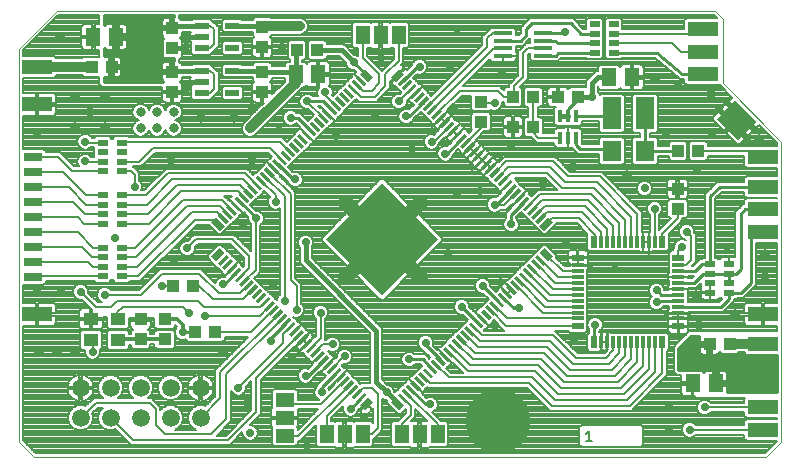
<source format=gtl>
G75*
%MOIN*%
%OFA0B0*%
%FSLAX25Y25*%
%IPPOS*%
%LPD*%
%AMOC8*
5,1,8,0,0,1.08239X$1,22.5*
%
%ADD10C,0.00000*%
%ADD11C,0.00800*%
%ADD12R,0.10000X0.05000*%
%ADD13R,0.05118X0.05906*%
%ADD14R,0.04331X0.03937*%
%ADD15R,0.06299X0.10630*%
%ADD16R,0.06299X0.07087*%
%ADD17R,0.03937X0.04331*%
%ADD18R,0.06299X0.03150*%
%ADD19R,0.04600X0.06300*%
%ADD20R,0.06300X0.04600*%
%ADD21R,0.05000X0.10000*%
%ADD22R,0.03543X0.01969*%
%ADD23R,0.03937X0.02362*%
%ADD24R,0.03937X0.01181*%
%ADD25R,0.02362X0.03937*%
%ADD26R,0.01181X0.03937*%
%ADD27R,0.26378X0.26378*%
%ADD28R,0.01575X0.04134*%
%ADD29R,0.06299X0.01181*%
%ADD30R,0.04724X0.02165*%
%ADD31C,0.05937*%
%ADD32R,0.05118X0.04331*%
%ADD33C,0.01600*%
%ADD34C,0.02775*%
%ADD35C,0.01000*%
%ADD36C,0.03200*%
%ADD37C,0.03169*%
%ADD38C,0.01200*%
%ADD39C,0.21654*%
%ADD40C,0.01100*%
%ADD41C,0.05906*%
%ADD42C,0.00700*%
%ADD43C,0.00850*%
%ADD44C,0.04134*%
%ADD45C,0.05000*%
%ADD46C,0.02000*%
D10*
X0009500Y0011000D02*
X0241000Y0011000D01*
X0246000Y0011000D01*
X0249500Y0011000D01*
X0252500Y0011000D01*
X0253500Y0011000D01*
X0258500Y0016000D01*
X0258500Y0116000D01*
X0239000Y0135500D01*
X0239000Y0157000D01*
X0236500Y0159500D01*
X0017000Y0159500D01*
X0004500Y0147000D01*
X0004500Y0016000D01*
X0009500Y0011000D01*
D11*
X0009992Y0012187D02*
X0005687Y0016492D01*
X0005687Y0054600D01*
X0010100Y0054600D01*
X0010100Y0058100D01*
X0010900Y0058100D01*
X0010900Y0058900D01*
X0010100Y0058900D01*
X0010100Y0062400D01*
X0005687Y0062400D01*
X0005687Y0068238D01*
X0012641Y0068238D01*
X0013337Y0068933D01*
X0013337Y0069688D01*
X0029503Y0069688D01*
X0030087Y0069104D01*
X0034614Y0069104D01*
X0035309Y0069799D01*
X0035309Y0070000D01*
X0035691Y0070000D01*
X0035691Y0069799D01*
X0036386Y0069104D01*
X0040913Y0069104D01*
X0041497Y0069688D01*
X0044933Y0069688D01*
X0063658Y0088413D01*
X0067685Y0088413D01*
X0070862Y0085236D01*
X0071845Y0085236D01*
X0074211Y0087602D01*
X0075603Y0088994D01*
X0076995Y0090385D01*
X0078070Y0091461D01*
X0078297Y0091521D01*
X0078616Y0091706D01*
X0079164Y0092254D01*
X0079363Y0092452D01*
X0080925Y0090890D01*
X0080925Y0089988D01*
X0081317Y0089041D01*
X0081770Y0088589D01*
X0081770Y0079475D01*
X0077087Y0084158D01*
X0076158Y0085087D01*
X0062842Y0085087D01*
X0061913Y0084158D01*
X0060830Y0083075D01*
X0059988Y0083075D01*
X0059041Y0082683D01*
X0058317Y0081959D01*
X0057925Y0081012D01*
X0057925Y0079988D01*
X0058317Y0079041D01*
X0059041Y0078317D01*
X0059988Y0077925D01*
X0061012Y0077925D01*
X0061959Y0078317D01*
X0062683Y0079041D01*
X0063075Y0079988D01*
X0063075Y0080830D01*
X0064158Y0081913D01*
X0074842Y0081913D01*
X0079413Y0077342D01*
X0079413Y0074456D01*
X0079283Y0074327D01*
X0078565Y0075045D01*
X0078504Y0075271D01*
X0078320Y0075590D01*
X0077772Y0076138D01*
X0075390Y0073756D01*
X0073008Y0071374D01*
X0073207Y0071176D01*
X0073079Y0071047D01*
X0073012Y0071075D01*
X0071988Y0071075D01*
X0071041Y0070683D01*
X0070317Y0069959D01*
X0069925Y0069012D01*
X0069925Y0068820D01*
X0066087Y0072658D01*
X0065158Y0073587D01*
X0051342Y0073587D01*
X0050413Y0072658D01*
X0044342Y0066587D01*
X0035054Y0066587D01*
X0034459Y0067183D01*
X0033512Y0067575D01*
X0032488Y0067575D01*
X0031541Y0067183D01*
X0030817Y0066459D01*
X0030425Y0065512D01*
X0030425Y0064488D01*
X0030817Y0063541D01*
X0031541Y0062817D01*
X0032096Y0062587D01*
X0030658Y0062587D01*
X0027575Y0065670D01*
X0027575Y0066512D01*
X0027183Y0067459D01*
X0026459Y0068183D01*
X0025512Y0068575D01*
X0024488Y0068575D01*
X0023541Y0068183D01*
X0022817Y0067459D01*
X0022425Y0066512D01*
X0022425Y0065488D01*
X0022817Y0064541D01*
X0023541Y0063817D01*
X0024488Y0063425D01*
X0025330Y0063425D01*
X0028413Y0060342D01*
X0028872Y0059883D01*
X0028872Y0057443D01*
X0028072Y0057443D01*
X0028072Y0056643D01*
X0024513Y0056643D01*
X0024513Y0054694D01*
X0024609Y0054338D01*
X0024793Y0054018D01*
X0025054Y0053758D01*
X0025373Y0053573D01*
X0025729Y0053478D01*
X0028072Y0053478D01*
X0028072Y0056643D01*
X0028872Y0056643D01*
X0028872Y0053478D01*
X0031216Y0053478D01*
X0031572Y0053573D01*
X0031891Y0053758D01*
X0032152Y0054018D01*
X0032336Y0054338D01*
X0032431Y0054694D01*
X0032431Y0056643D01*
X0028872Y0056643D01*
X0028872Y0057443D01*
X0032431Y0057443D01*
X0032431Y0057500D01*
X0033781Y0057500D01*
X0033781Y0054386D01*
X0034477Y0053691D01*
X0040578Y0053691D01*
X0041274Y0054386D01*
X0041274Y0057300D01*
X0041631Y0057300D01*
X0041631Y0057246D01*
X0044600Y0057246D01*
X0044600Y0056446D01*
X0041631Y0056446D01*
X0041631Y0054497D01*
X0041727Y0054141D01*
X0041911Y0053821D01*
X0042172Y0053561D01*
X0042440Y0053406D01*
X0041844Y0052811D01*
X0041844Y0051941D01*
X0041274Y0051941D01*
X0041274Y0052614D01*
X0040578Y0053309D01*
X0034477Y0053309D01*
X0033781Y0052614D01*
X0033781Y0047299D01*
X0034477Y0046604D01*
X0040578Y0046604D01*
X0041274Y0047299D01*
X0041274Y0048366D01*
X0041844Y0048366D01*
X0041844Y0047496D01*
X0042540Y0046801D01*
X0047460Y0046801D01*
X0048156Y0047496D01*
X0048156Y0048465D01*
X0049647Y0048465D01*
X0049647Y0047693D01*
X0050343Y0046998D01*
X0055657Y0046998D01*
X0056353Y0047693D01*
X0056353Y0052614D01*
X0055657Y0053309D01*
X0050343Y0053309D01*
X0049647Y0052614D01*
X0049647Y0052039D01*
X0048156Y0052039D01*
X0048156Y0052811D01*
X0047560Y0053406D01*
X0047828Y0053561D01*
X0048089Y0053821D01*
X0048273Y0054141D01*
X0048368Y0054497D01*
X0048368Y0056446D01*
X0045400Y0056446D01*
X0045400Y0057246D01*
X0048368Y0057246D01*
X0048368Y0057300D01*
X0049647Y0057300D01*
X0049647Y0054386D01*
X0050343Y0053691D01*
X0055657Y0053691D01*
X0056353Y0054386D01*
X0056353Y0055059D01*
X0056413Y0055059D01*
X0057165Y0054307D01*
X0056817Y0053959D01*
X0056425Y0053012D01*
X0056425Y0051988D01*
X0056817Y0051041D01*
X0057541Y0050317D01*
X0058488Y0049925D01*
X0059512Y0049925D01*
X0059998Y0050126D01*
X0059998Y0049843D01*
X0060693Y0049147D01*
X0065614Y0049147D01*
X0065667Y0049200D01*
X0067333Y0049200D01*
X0067386Y0049147D01*
X0072307Y0049147D01*
X0073002Y0049843D01*
X0073002Y0050913D01*
X0080924Y0050913D01*
X0070842Y0040831D01*
X0069913Y0039901D01*
X0069913Y0031158D01*
X0066593Y0027838D01*
X0065827Y0028156D01*
X0064173Y0028156D01*
X0062646Y0027523D01*
X0061477Y0026354D01*
X0060844Y0024827D01*
X0060844Y0023173D01*
X0061477Y0021646D01*
X0062646Y0020477D01*
X0063586Y0020087D01*
X0056414Y0020087D01*
X0057354Y0020477D01*
X0058523Y0021646D01*
X0059156Y0023173D01*
X0059156Y0024827D01*
X0058523Y0026354D01*
X0057354Y0027523D01*
X0055827Y0028156D01*
X0054173Y0028156D01*
X0052646Y0027523D01*
X0051587Y0026465D01*
X0051587Y0027658D01*
X0049587Y0029658D01*
X0048658Y0030587D01*
X0047465Y0030587D01*
X0048523Y0031646D01*
X0049156Y0033173D01*
X0049156Y0034827D01*
X0048523Y0036354D01*
X0047354Y0037523D01*
X0045827Y0038156D01*
X0044173Y0038156D01*
X0042646Y0037523D01*
X0041477Y0036354D01*
X0040844Y0034827D01*
X0040844Y0033173D01*
X0041477Y0031646D01*
X0042535Y0030587D01*
X0037465Y0030587D01*
X0038523Y0031646D01*
X0039156Y0033173D01*
X0039156Y0034827D01*
X0038523Y0036354D01*
X0037354Y0037523D01*
X0035827Y0038156D01*
X0034173Y0038156D01*
X0032646Y0037523D01*
X0031477Y0036354D01*
X0030844Y0034827D01*
X0030844Y0033173D01*
X0031477Y0031646D01*
X0032535Y0030587D01*
X0029342Y0030587D01*
X0026593Y0027838D01*
X0025827Y0028156D01*
X0024173Y0028156D01*
X0022646Y0027523D01*
X0021477Y0026354D01*
X0020844Y0024827D01*
X0020844Y0023173D01*
X0021477Y0021646D01*
X0022646Y0020477D01*
X0024173Y0019844D01*
X0025827Y0019844D01*
X0027354Y0020477D01*
X0028523Y0021646D01*
X0029156Y0023173D01*
X0029156Y0024827D01*
X0028838Y0025593D01*
X0030658Y0027413D01*
X0032535Y0027413D01*
X0031477Y0026354D01*
X0030844Y0024827D01*
X0030844Y0023173D01*
X0031477Y0021646D01*
X0032646Y0020477D01*
X0034173Y0019844D01*
X0035827Y0019844D01*
X0036593Y0020162D01*
X0041842Y0014913D01*
X0074658Y0014913D01*
X0078925Y0019180D01*
X0078925Y0018488D01*
X0079317Y0017541D01*
X0080041Y0016817D01*
X0080988Y0016425D01*
X0082012Y0016425D01*
X0082959Y0016817D01*
X0083683Y0017541D01*
X0084075Y0018488D01*
X0084075Y0019512D01*
X0083683Y0020459D01*
X0082959Y0021183D01*
X0082012Y0021575D01*
X0081320Y0021575D01*
X0085087Y0025342D01*
X0085087Y0036667D01*
X0096402Y0047981D01*
X0096671Y0047712D01*
X0097473Y0048513D01*
X0097473Y0048513D01*
X0096671Y0047711D01*
X0097219Y0047164D01*
X0097407Y0047055D01*
X0097515Y0046867D01*
X0098063Y0046320D01*
X0098864Y0047121D01*
X0098865Y0047121D01*
X0098063Y0046319D01*
X0098611Y0045772D01*
X0098930Y0045587D01*
X0099157Y0045527D01*
X0100232Y0044451D01*
X0101446Y0043237D01*
X0101507Y0043011D01*
X0101691Y0042692D01*
X0102239Y0042144D01*
X0104621Y0044526D01*
X0104621Y0044525D01*
X0102239Y0042144D01*
X0102438Y0041945D01*
X0100905Y0040412D01*
X0100512Y0040575D01*
X0099488Y0040575D01*
X0098541Y0040183D01*
X0097817Y0039459D01*
X0097425Y0038512D01*
X0097425Y0037488D01*
X0097817Y0036541D01*
X0098541Y0035817D01*
X0099488Y0035425D01*
X0100512Y0035425D01*
X0101459Y0035817D01*
X0102183Y0036541D01*
X0102449Y0037183D01*
X0102859Y0037594D01*
X0104824Y0039559D01*
X0105023Y0039360D01*
X0107405Y0041742D01*
X0109787Y0044124D01*
X0109239Y0044672D01*
X0108919Y0044856D01*
X0108693Y0044916D01*
X0107796Y0045814D01*
X0107735Y0046040D01*
X0107586Y0046299D01*
X0108488Y0045925D01*
X0109512Y0045925D01*
X0110459Y0046317D01*
X0111183Y0047041D01*
X0111575Y0047988D01*
X0111575Y0049012D01*
X0111183Y0049959D01*
X0110459Y0050683D01*
X0109512Y0051075D01*
X0108488Y0051075D01*
X0107541Y0050683D01*
X0106946Y0050087D01*
X0106615Y0050087D01*
X0106615Y0056328D01*
X0106624Y0056337D01*
X0106615Y0056974D01*
X0107183Y0057541D01*
X0107575Y0058488D01*
X0107575Y0059512D01*
X0107183Y0060459D01*
X0106459Y0061183D01*
X0105512Y0061575D01*
X0104488Y0061575D01*
X0103541Y0061183D01*
X0102817Y0060459D01*
X0102425Y0059512D01*
X0102425Y0058488D01*
X0102817Y0057541D01*
X0103440Y0056919D01*
X0103440Y0051158D01*
X0103096Y0050814D01*
X0102827Y0051083D01*
X0102025Y0050282D01*
X0102026Y0050282D01*
X0102827Y0051083D01*
X0102279Y0051631D01*
X0102091Y0051740D01*
X0101983Y0051927D01*
X0101435Y0052475D01*
X0100634Y0051674D01*
X0100633Y0051674D01*
X0101435Y0052475D01*
X0100887Y0053023D01*
X0100568Y0053207D01*
X0100341Y0053268D01*
X0099444Y0054166D01*
X0099383Y0054392D01*
X0099199Y0054711D01*
X0098651Y0055259D01*
X0096269Y0052877D01*
X0096269Y0052877D01*
X0098651Y0055259D01*
X0098103Y0055807D01*
X0097784Y0055991D01*
X0097558Y0056052D01*
X0096343Y0057266D01*
X0095970Y0057640D01*
X0096488Y0057425D01*
X0097512Y0057425D01*
X0098459Y0057817D01*
X0099183Y0058541D01*
X0099575Y0059488D01*
X0099575Y0060512D01*
X0099183Y0061459D01*
X0098587Y0062054D01*
X0098587Y0068658D01*
X0096587Y0070658D01*
X0096587Y0099346D01*
X0095658Y0100276D01*
X0091422Y0104512D01*
X0091691Y0104781D01*
X0089310Y0107163D01*
X0091691Y0104781D01*
X0091890Y0104980D01*
X0093776Y0103094D01*
X0093776Y0103094D01*
X0093956Y0102914D01*
X0094317Y0102041D01*
X0095041Y0101317D01*
X0095988Y0100925D01*
X0097012Y0100925D01*
X0097959Y0101317D01*
X0098683Y0102041D01*
X0099075Y0102988D01*
X0099075Y0104012D01*
X0098683Y0104959D01*
X0097959Y0105683D01*
X0097012Y0106075D01*
X0095988Y0106075D01*
X0095691Y0105952D01*
X0094126Y0107517D01*
X0094951Y0108342D01*
X0094952Y0108342D01*
X0096482Y0109873D01*
X0097874Y0111265D01*
X0099127Y0112518D01*
X0099127Y0112518D01*
X0100658Y0114048D01*
X0100658Y0114048D01*
X0101733Y0115124D01*
X0101960Y0115184D01*
X0102279Y0115369D01*
X0102827Y0115917D01*
X0103375Y0116465D01*
X0103559Y0116784D01*
X0103620Y0117010D01*
X0104834Y0118224D01*
X0106226Y0119616D01*
X0107618Y0121008D01*
X0108693Y0122083D01*
X0108919Y0122144D01*
X0109239Y0122328D01*
X0109787Y0122876D01*
X0110335Y0123424D01*
X0110519Y0123744D01*
X0110580Y0123970D01*
X0111655Y0125045D01*
X0113186Y0126576D01*
X0114577Y0127968D01*
X0115969Y0129360D01*
X0116865Y0130256D01*
X0117709Y0129413D01*
X0123658Y0129413D01*
X0124587Y0130342D01*
X0128087Y0133842D01*
X0128087Y0136002D01*
X0128134Y0135956D01*
X0130381Y0138203D01*
X0130650Y0137934D01*
X0128403Y0135687D01*
X0129234Y0134856D01*
X0129553Y0134672D01*
X0129779Y0134611D01*
X0130994Y0133397D01*
X0131890Y0132501D01*
X0131464Y0132075D01*
X0130621Y0132075D01*
X0129675Y0131683D01*
X0128951Y0130959D01*
X0128559Y0130012D01*
X0128559Y0128988D01*
X0128951Y0128041D01*
X0129675Y0127317D01*
X0130621Y0126925D01*
X0131646Y0126925D01*
X0132592Y0127317D01*
X0133316Y0128041D01*
X0133708Y0128988D01*
X0133708Y0129830D01*
X0133984Y0130106D01*
X0134254Y0129836D01*
X0134802Y0129288D01*
X0135121Y0129104D01*
X0135347Y0129043D01*
X0135995Y0128396D01*
X0134480Y0126881D01*
X0134012Y0127075D01*
X0132988Y0127075D01*
X0132041Y0126683D01*
X0131317Y0125959D01*
X0130925Y0125012D01*
X0130925Y0123988D01*
X0131317Y0123041D01*
X0132041Y0122317D01*
X0132988Y0121925D01*
X0134012Y0121925D01*
X0134959Y0122317D01*
X0135683Y0123041D01*
X0135873Y0123502D01*
X0138381Y0126009D01*
X0139345Y0125045D01*
X0140737Y0123653D01*
X0141812Y0122578D01*
X0141873Y0122352D01*
X0142057Y0122032D01*
X0142605Y0121484D01*
X0143153Y0120937D01*
X0143341Y0120828D01*
X0143449Y0120640D01*
X0143997Y0120093D01*
X0144798Y0120894D01*
X0144799Y0120894D01*
X0143997Y0120092D01*
X0144267Y0119823D01*
X0142870Y0118426D01*
X0142512Y0118575D01*
X0141488Y0118575D01*
X0140541Y0118183D01*
X0139817Y0117459D01*
X0139425Y0116512D01*
X0139425Y0115488D01*
X0139817Y0114541D01*
X0140541Y0113817D01*
X0141488Y0113425D01*
X0142512Y0113425D01*
X0143459Y0113817D01*
X0144183Y0114541D01*
X0144575Y0115488D01*
X0144575Y0115641D01*
X0146512Y0117578D01*
X0146781Y0117309D01*
X0147583Y0118110D01*
X0147582Y0118110D01*
X0146781Y0117309D01*
X0147329Y0116761D01*
X0147517Y0116652D01*
X0147625Y0116465D01*
X0148173Y0115917D01*
X0148974Y0116718D01*
X0148975Y0116718D01*
X0148173Y0115917D01*
X0148372Y0115718D01*
X0147165Y0114511D01*
X0147012Y0114575D01*
X0145988Y0114575D01*
X0145041Y0114183D01*
X0144317Y0113459D01*
X0143925Y0112512D01*
X0143925Y0111488D01*
X0144317Y0110541D01*
X0145041Y0109817D01*
X0145988Y0109425D01*
X0147012Y0109425D01*
X0147959Y0109817D01*
X0148683Y0110541D01*
X0149075Y0111488D01*
X0149075Y0111648D01*
X0150909Y0113482D01*
X0151556Y0112834D01*
X0151617Y0112608D01*
X0151801Y0112289D01*
X0152349Y0111741D01*
X0153150Y0112543D01*
X0153150Y0112542D01*
X0152349Y0111741D01*
X0152897Y0111193D01*
X0153085Y0111085D01*
X0153193Y0110897D01*
X0153741Y0110349D01*
X0154289Y0109801D01*
X0154476Y0109693D01*
X0154585Y0109505D01*
X0155133Y0108957D01*
X0155681Y0108409D01*
X0155868Y0108301D01*
X0155977Y0108113D01*
X0156525Y0107565D01*
X0157073Y0107017D01*
X0157260Y0106909D01*
X0157369Y0106721D01*
X0157917Y0106173D01*
X0158465Y0105625D01*
X0158652Y0105517D01*
X0158761Y0105329D01*
X0159309Y0104781D01*
X0159857Y0104233D01*
X0160176Y0104049D01*
X0160402Y0103988D01*
X0161616Y0102774D01*
X0163008Y0101382D01*
X0164084Y0100307D01*
X0164144Y0100081D01*
X0164328Y0099761D01*
X0164876Y0099213D01*
X0167258Y0101595D01*
X0167258Y0101595D01*
X0164876Y0099213D01*
X0165075Y0099015D01*
X0163599Y0097539D01*
X0163512Y0097575D01*
X0162488Y0097575D01*
X0161541Y0097183D01*
X0160817Y0096459D01*
X0160425Y0095512D01*
X0160425Y0094488D01*
X0160817Y0093541D01*
X0161541Y0092817D01*
X0162488Y0092425D01*
X0163512Y0092425D01*
X0164459Y0092817D01*
X0165054Y0093413D01*
X0166888Y0093413D01*
X0167818Y0094342D01*
X0168783Y0095307D01*
X0169052Y0095038D01*
X0171434Y0097419D01*
X0169052Y0095037D01*
X0169251Y0094839D01*
X0167801Y0093389D01*
X0166813Y0092400D01*
X0166813Y0090454D01*
X0166317Y0089959D01*
X0165925Y0089012D01*
X0165925Y0087988D01*
X0166317Y0087041D01*
X0167041Y0086317D01*
X0167988Y0085925D01*
X0169012Y0085925D01*
X0169959Y0086317D01*
X0170683Y0087041D01*
X0171075Y0087988D01*
X0171075Y0089012D01*
X0170683Y0089959D01*
X0170187Y0090454D01*
X0170187Y0091002D01*
X0171788Y0092603D01*
X0172752Y0091639D01*
X0174144Y0090247D01*
X0175536Y0088855D01*
X0176928Y0087463D01*
X0179155Y0085236D01*
X0180138Y0085236D01*
X0183618Y0088715D01*
X0183618Y0088913D01*
X0190342Y0088913D01*
X0193888Y0085367D01*
X0193714Y0085193D01*
X0193714Y0080272D01*
X0194410Y0079576D01*
X0211087Y0079576D01*
X0211290Y0079459D01*
X0211646Y0079364D01*
X0212421Y0079364D01*
X0212421Y0080497D01*
X0212421Y0079364D01*
X0213196Y0079364D01*
X0213405Y0079420D01*
X0213615Y0079364D01*
X0214390Y0079364D01*
X0215165Y0079364D01*
X0215521Y0079459D01*
X0215724Y0079576D01*
X0220590Y0079576D01*
X0221286Y0080272D01*
X0221286Y0085193D01*
X0221112Y0085367D01*
X0224658Y0088913D01*
X0225587Y0089842D01*
X0225587Y0090498D01*
X0226657Y0090498D01*
X0227353Y0091193D01*
X0227353Y0096114D01*
X0226657Y0096809D01*
X0221343Y0096809D01*
X0220647Y0096114D01*
X0220647Y0091193D01*
X0221343Y0090498D01*
X0221753Y0090498D01*
X0217946Y0086691D01*
X0217946Y0091600D01*
X0218541Y0092195D01*
X0218933Y0093141D01*
X0218933Y0094166D01*
X0218541Y0095112D01*
X0217817Y0095836D01*
X0216870Y0096228D01*
X0215846Y0096228D01*
X0214900Y0095836D01*
X0214175Y0095112D01*
X0213783Y0094166D01*
X0213783Y0093141D01*
X0214175Y0092195D01*
X0214771Y0091600D01*
X0214771Y0086101D01*
X0214390Y0086101D01*
X0214390Y0084967D01*
X0214390Y0084968D01*
X0214390Y0086101D01*
X0213615Y0086101D01*
X0213406Y0086045D01*
X0213196Y0086101D01*
X0212421Y0086101D01*
X0212040Y0086101D01*
X0212040Y0092705D01*
X0199587Y0105158D01*
X0198658Y0106087D01*
X0188158Y0106087D01*
X0184087Y0110158D01*
X0183158Y0111087D01*
X0166154Y0111087D01*
X0164342Y0109275D01*
X0164072Y0109545D01*
X0163524Y0110093D01*
X0163337Y0110201D01*
X0163228Y0110389D01*
X0162680Y0110937D01*
X0162133Y0111485D01*
X0161945Y0111593D01*
X0161836Y0111781D01*
X0161289Y0112329D01*
X0160487Y0111527D01*
X0160487Y0111528D01*
X0161288Y0112329D01*
X0160741Y0112877D01*
X0160553Y0112985D01*
X0160444Y0113173D01*
X0159897Y0113721D01*
X0159095Y0112919D01*
X0159095Y0112919D01*
X0159095Y0112919D01*
X0159896Y0113721D01*
X0159349Y0114269D01*
X0159161Y0114377D01*
X0159053Y0114565D01*
X0158505Y0115113D01*
X0157703Y0114311D01*
X0157703Y0114311D01*
X0157703Y0114311D01*
X0158505Y0115113D01*
X0157957Y0115661D01*
X0157769Y0115769D01*
X0157661Y0115957D01*
X0157113Y0116505D01*
X0156843Y0116774D01*
X0159567Y0119498D01*
X0161157Y0119498D01*
X0161853Y0120193D01*
X0161853Y0125114D01*
X0161157Y0125809D01*
X0155843Y0125809D01*
X0155147Y0125114D01*
X0155147Y0120193D01*
X0155460Y0119881D01*
X0154448Y0118869D01*
X0153730Y0119587D01*
X0153669Y0119813D01*
X0153485Y0120133D01*
X0152937Y0120680D01*
X0152135Y0119879D01*
X0152136Y0119879D01*
X0152937Y0120680D01*
X0152389Y0121228D01*
X0152201Y0121337D01*
X0152093Y0121524D01*
X0151545Y0122072D01*
X0150744Y0121271D01*
X0150743Y0121271D01*
X0151545Y0122072D01*
X0150997Y0122620D01*
X0150678Y0122805D01*
X0150451Y0122865D01*
X0149554Y0123763D01*
X0149493Y0123989D01*
X0149309Y0124308D01*
X0148761Y0124856D01*
X0147959Y0124055D01*
X0147960Y0124055D01*
X0148761Y0124856D01*
X0148213Y0125404D01*
X0148025Y0125513D01*
X0147917Y0125700D01*
X0147369Y0126248D01*
X0146568Y0125447D01*
X0146567Y0125447D01*
X0147369Y0126248D01*
X0147100Y0126518D01*
X0151995Y0131413D01*
X0155147Y0131413D01*
X0155147Y0126886D01*
X0155843Y0126191D01*
X0161157Y0126191D01*
X0161713Y0126746D01*
X0162488Y0126425D01*
X0163512Y0126425D01*
X0164459Y0126817D01*
X0165183Y0127541D01*
X0165575Y0128488D01*
X0165575Y0129413D01*
X0165998Y0129413D01*
X0165998Y0128343D01*
X0166693Y0127647D01*
X0171614Y0127647D01*
X0172309Y0128343D01*
X0172309Y0133657D01*
X0171614Y0134353D01*
X0171598Y0134353D01*
X0174087Y0136842D01*
X0174087Y0144842D01*
X0174856Y0145611D01*
X0174856Y0143579D01*
X0175551Y0142883D01*
X0182834Y0142883D01*
X0182859Y0142908D01*
X0183435Y0142974D01*
X0184038Y0142974D01*
X0184115Y0143052D01*
X0184224Y0143064D01*
X0184600Y0143536D01*
X0185026Y0143962D01*
X0185026Y0144072D01*
X0185039Y0144088D01*
X0193603Y0144088D01*
X0194087Y0143604D01*
X0198614Y0143604D01*
X0199309Y0144299D01*
X0199309Y0147252D01*
X0199211Y0147350D01*
X0199309Y0147449D01*
X0199309Y0150401D01*
X0199211Y0150500D01*
X0199309Y0150599D01*
X0199309Y0153551D01*
X0199211Y0153650D01*
X0199309Y0153748D01*
X0199309Y0156700D01*
X0198614Y0157396D01*
X0194087Y0157396D01*
X0193391Y0156700D01*
X0193391Y0153762D01*
X0192624Y0153762D01*
X0189199Y0157187D01*
X0174801Y0157187D01*
X0171813Y0154199D01*
X0171813Y0152199D01*
X0171081Y0151467D01*
X0170144Y0151467D01*
X0170144Y0153421D01*
X0169449Y0154117D01*
X0162166Y0154117D01*
X0161975Y0153926D01*
X0161681Y0153926D01*
X0159842Y0152087D01*
X0158913Y0151158D01*
X0158913Y0148388D01*
X0141920Y0131396D01*
X0141024Y0132292D01*
X0139810Y0133506D01*
X0139750Y0133733D01*
X0139565Y0134052D01*
X0139017Y0134600D01*
X0138469Y0135148D01*
X0138150Y0135332D01*
X0137924Y0135393D01*
X0136710Y0136607D01*
X0135884Y0137432D01*
X0137056Y0138604D01*
X0137488Y0138425D01*
X0138512Y0138425D01*
X0139459Y0138817D01*
X0140183Y0139541D01*
X0140575Y0140488D01*
X0140575Y0141512D01*
X0140183Y0142459D01*
X0139459Y0143183D01*
X0138512Y0143575D01*
X0137488Y0143575D01*
X0136541Y0143183D01*
X0135817Y0142459D01*
X0135590Y0141911D01*
X0135378Y0141699D01*
X0133648Y0139969D01*
X0133167Y0140450D01*
X0130920Y0138203D01*
X0130650Y0138473D01*
X0132897Y0140720D01*
X0132067Y0141551D01*
X0131895Y0141650D01*
X0132587Y0142342D01*
X0132587Y0147163D01*
X0133792Y0147163D01*
X0134487Y0147858D01*
X0134487Y0155142D01*
X0133792Y0155837D01*
X0128208Y0155837D01*
X0128148Y0155777D01*
X0127840Y0155955D01*
X0127484Y0156050D01*
X0125400Y0156050D01*
X0125400Y0151900D01*
X0124600Y0151900D01*
X0124600Y0156050D01*
X0122516Y0156050D01*
X0122160Y0155955D01*
X0121852Y0155777D01*
X0121792Y0155837D01*
X0116208Y0155837D01*
X0115513Y0155142D01*
X0115513Y0147858D01*
X0116208Y0147163D01*
X0117413Y0147163D01*
X0117413Y0144702D01*
X0116512Y0145075D01*
X0116236Y0145075D01*
X0112823Y0148487D01*
X0107002Y0148487D01*
X0107002Y0149157D01*
X0106307Y0149853D01*
X0101386Y0149853D01*
X0100691Y0149157D01*
X0100691Y0143843D01*
X0101386Y0143147D01*
X0106307Y0143147D01*
X0107002Y0143843D01*
X0107002Y0144513D01*
X0111177Y0144513D01*
X0113425Y0142264D01*
X0113425Y0141988D01*
X0113817Y0141041D01*
X0114541Y0140317D01*
X0115488Y0139925D01*
X0116242Y0139925D01*
X0116793Y0139374D01*
X0116706Y0139324D01*
X0116158Y0138776D01*
X0115610Y0138228D01*
X0115426Y0137909D01*
X0115366Y0137682D01*
X0114290Y0136607D01*
X0112759Y0135076D01*
X0111506Y0133823D01*
X0110114Y0132431D01*
X0109080Y0131396D01*
X0108903Y0131573D01*
X0109075Y0131988D01*
X0109075Y0133012D01*
X0108683Y0133959D01*
X0107959Y0134683D01*
X0107925Y0134697D01*
X0108104Y0135007D01*
X0108199Y0135363D01*
X0108199Y0138100D01*
X0104640Y0138100D01*
X0104640Y0134281D01*
X0104317Y0133959D01*
X0103925Y0133012D01*
X0103925Y0131988D01*
X0104257Y0131187D01*
X0102454Y0131187D01*
X0101959Y0131683D01*
X0101012Y0132075D01*
X0099988Y0132075D01*
X0099041Y0131683D01*
X0098317Y0130959D01*
X0097925Y0130012D01*
X0097925Y0128988D01*
X0098317Y0128041D01*
X0099041Y0127317D01*
X0099988Y0126925D01*
X0100709Y0126925D01*
X0102659Y0124975D01*
X0101763Y0124079D01*
X0100799Y0123115D01*
X0099215Y0124699D01*
X0098226Y0125687D01*
X0096954Y0125687D01*
X0096459Y0126183D01*
X0095512Y0126575D01*
X0094488Y0126575D01*
X0093541Y0126183D01*
X0092817Y0125459D01*
X0092425Y0124512D01*
X0092425Y0123488D01*
X0092817Y0122541D01*
X0093541Y0121817D01*
X0094488Y0121425D01*
X0095512Y0121425D01*
X0096459Y0121817D01*
X0096891Y0122250D01*
X0098262Y0120879D01*
X0098063Y0120680D01*
X0097515Y0120133D01*
X0097331Y0119813D01*
X0097270Y0119587D01*
X0096056Y0118373D01*
X0096056Y0118373D01*
X0094664Y0116981D01*
X0093768Y0116085D01*
X0093195Y0116658D01*
X0092266Y0117587D01*
X0041222Y0117587D01*
X0040913Y0117896D01*
X0036386Y0117896D01*
X0035691Y0117200D01*
X0035691Y0117000D01*
X0035309Y0117000D01*
X0035309Y0117200D01*
X0034614Y0117896D01*
X0030087Y0117896D01*
X0029503Y0117312D01*
X0028744Y0117312D01*
X0028683Y0117459D01*
X0027959Y0118183D01*
X0027012Y0118575D01*
X0025988Y0118575D01*
X0025041Y0118183D01*
X0024317Y0117459D01*
X0023925Y0116512D01*
X0023925Y0115488D01*
X0024317Y0114541D01*
X0025041Y0113817D01*
X0025988Y0113425D01*
X0027012Y0113425D01*
X0027959Y0113817D01*
X0028278Y0114137D01*
X0029477Y0114137D01*
X0029391Y0114051D01*
X0029391Y0111099D01*
X0029477Y0111013D01*
X0028629Y0111013D01*
X0027959Y0111683D01*
X0027012Y0112075D01*
X0025988Y0112075D01*
X0025041Y0111683D01*
X0024317Y0110959D01*
X0023925Y0110012D01*
X0023925Y0108988D01*
X0024317Y0108041D01*
X0024496Y0107863D01*
X0022882Y0107863D01*
X0018158Y0112587D01*
X0013337Y0112587D01*
X0013337Y0113067D01*
X0012641Y0113762D01*
X0005687Y0113762D01*
X0005687Y0124600D01*
X0010100Y0124600D01*
X0010100Y0128100D01*
X0010900Y0128100D01*
X0010900Y0128900D01*
X0010100Y0128900D01*
X0010100Y0132400D01*
X0005687Y0132400D01*
X0005687Y0137313D01*
X0015992Y0137313D01*
X0016687Y0138008D01*
X0016687Y0138213D01*
X0025628Y0138213D01*
X0026193Y0137647D01*
X0031114Y0137647D01*
X0031213Y0137746D01*
X0031213Y0135260D01*
X0032260Y0134213D01*
X0052131Y0134213D01*
X0052131Y0133054D01*
X0055100Y0133054D01*
X0055100Y0132254D01*
X0052131Y0132254D01*
X0052131Y0130304D01*
X0052227Y0129948D01*
X0052411Y0129629D01*
X0052672Y0129368D01*
X0052991Y0129184D01*
X0053347Y0129088D01*
X0055100Y0129088D01*
X0055100Y0132253D01*
X0055900Y0132253D01*
X0055900Y0129088D01*
X0057653Y0129088D01*
X0058009Y0129184D01*
X0058328Y0129368D01*
X0058589Y0129629D01*
X0058773Y0129948D01*
X0058868Y0130304D01*
X0058868Y0132254D01*
X0055900Y0132254D01*
X0055900Y0133054D01*
X0058868Y0133054D01*
X0058868Y0135003D01*
X0058773Y0135359D01*
X0058589Y0135679D01*
X0058328Y0135939D01*
X0058060Y0136094D01*
X0058656Y0136689D01*
X0058656Y0137753D01*
X0061790Y0137753D01*
X0061715Y0137623D01*
X0061619Y0137267D01*
X0061619Y0136141D01*
X0065240Y0136141D01*
X0065240Y0135859D01*
X0061619Y0135859D01*
X0061619Y0134733D01*
X0061715Y0134377D01*
X0061899Y0134058D01*
X0061977Y0133980D01*
X0061832Y0133834D01*
X0061832Y0130685D01*
X0062527Y0129990D01*
X0068236Y0129990D01*
X0068931Y0130685D01*
X0068931Y0130686D01*
X0071087Y0132842D01*
X0071087Y0139158D01*
X0070158Y0140087D01*
X0068931Y0141314D01*
X0068931Y0141315D01*
X0068236Y0142010D01*
X0062527Y0142010D01*
X0062245Y0141728D01*
X0058656Y0141728D01*
X0058656Y0142004D01*
X0057960Y0142699D01*
X0057787Y0142699D01*
X0057787Y0143624D01*
X0058009Y0143684D01*
X0058328Y0143868D01*
X0058589Y0144129D01*
X0058773Y0144448D01*
X0058868Y0144804D01*
X0058868Y0146754D01*
X0057787Y0146754D01*
X0057787Y0147554D01*
X0058868Y0147554D01*
X0058868Y0149503D01*
X0058773Y0149859D01*
X0058589Y0150179D01*
X0058328Y0150439D01*
X0058060Y0150594D01*
X0058656Y0151189D01*
X0058656Y0152753D01*
X0061790Y0152753D01*
X0061715Y0152623D01*
X0061619Y0152267D01*
X0061619Y0151141D01*
X0065240Y0151141D01*
X0065240Y0150859D01*
X0061619Y0150859D01*
X0061619Y0149733D01*
X0061715Y0149377D01*
X0061899Y0149058D01*
X0061977Y0148980D01*
X0061832Y0148834D01*
X0061832Y0145685D01*
X0062527Y0144990D01*
X0068236Y0144990D01*
X0068931Y0145685D01*
X0068931Y0145686D01*
X0071087Y0147842D01*
X0071087Y0154158D01*
X0068931Y0156314D01*
X0068931Y0156315D01*
X0068236Y0157010D01*
X0062527Y0157010D01*
X0062245Y0156728D01*
X0058432Y0156728D01*
X0057960Y0157199D01*
X0057787Y0157199D01*
X0057787Y0158313D01*
X0236008Y0158313D01*
X0237133Y0157187D01*
X0227008Y0157187D01*
X0226313Y0156492D01*
X0226313Y0153662D01*
X0205523Y0153662D01*
X0205609Y0153748D01*
X0205609Y0156700D01*
X0204913Y0157396D01*
X0200386Y0157396D01*
X0199691Y0156700D01*
X0199691Y0153748D01*
X0199789Y0153650D01*
X0199691Y0153551D01*
X0199691Y0150599D01*
X0199789Y0150500D01*
X0199691Y0150401D01*
X0199691Y0147449D01*
X0199789Y0147350D01*
X0199691Y0147252D01*
X0199691Y0144299D01*
X0200386Y0143604D01*
X0204913Y0143604D01*
X0205397Y0144088D01*
X0216588Y0144088D01*
X0224345Y0137268D01*
X0224801Y0136813D01*
X0224864Y0136813D01*
X0224911Y0136771D01*
X0225554Y0136813D01*
X0226313Y0136813D01*
X0226313Y0135508D01*
X0227008Y0134813D01*
X0237992Y0134813D01*
X0238000Y0134821D01*
X0242135Y0130686D01*
X0240757Y0129308D01*
X0245000Y0125066D01*
X0244975Y0125041D01*
X0241592Y0128424D01*
X0241273Y0128608D01*
X0240917Y0128703D01*
X0240548Y0128703D01*
X0240298Y0128636D01*
X0240192Y0128743D01*
X0238576Y0127127D01*
X0238257Y0126808D01*
X0238364Y0126702D01*
X0238297Y0126452D01*
X0238297Y0126083D01*
X0238392Y0125727D01*
X0238576Y0125408D01*
X0241959Y0122025D01*
X0241934Y0122000D01*
X0242500Y0121434D01*
X0242525Y0121459D01*
X0245908Y0118076D01*
X0246227Y0117892D01*
X0246583Y0117797D01*
X0246952Y0117797D01*
X0247202Y0117864D01*
X0247308Y0117757D01*
X0247627Y0118076D01*
X0247627Y0118076D01*
X0249243Y0119692D01*
X0249136Y0119798D01*
X0249203Y0120048D01*
X0249203Y0120417D01*
X0249108Y0120773D01*
X0248924Y0121092D01*
X0245541Y0124475D01*
X0245566Y0124500D01*
X0249808Y0120257D01*
X0251186Y0121635D01*
X0257313Y0115508D01*
X0257313Y0114687D01*
X0247008Y0114687D01*
X0246908Y0114587D01*
X0234002Y0114587D01*
X0234002Y0115657D01*
X0233307Y0116353D01*
X0228386Y0116353D01*
X0227691Y0115657D01*
X0227691Y0110343D01*
X0228386Y0109647D01*
X0233307Y0109647D01*
X0234002Y0110343D01*
X0234002Y0111413D01*
X0246313Y0111413D01*
X0246313Y0108008D01*
X0247008Y0107313D01*
X0257313Y0107313D01*
X0257313Y0104687D01*
X0247008Y0104687D01*
X0246313Y0103992D01*
X0246313Y0102687D01*
X0237301Y0102687D01*
X0233163Y0098549D01*
X0233163Y0077396D01*
X0232587Y0077396D01*
X0232103Y0076912D01*
X0231525Y0076912D01*
X0229191Y0074577D01*
X0228822Y0074577D01*
X0229158Y0074913D01*
X0230087Y0075842D01*
X0230087Y0085158D01*
X0229575Y0085670D01*
X0229575Y0086512D01*
X0229183Y0087459D01*
X0228459Y0088183D01*
X0227512Y0088575D01*
X0226488Y0088575D01*
X0225541Y0088183D01*
X0224817Y0087459D01*
X0224425Y0086512D01*
X0224425Y0085488D01*
X0224817Y0084541D01*
X0225541Y0083817D01*
X0226488Y0083425D01*
X0226913Y0083425D01*
X0226913Y0083202D01*
X0226012Y0083575D01*
X0224988Y0083575D01*
X0224041Y0083183D01*
X0223317Y0082459D01*
X0222925Y0081512D01*
X0222925Y0080670D01*
X0222645Y0080390D01*
X0222645Y0079786D01*
X0221772Y0079786D01*
X0221076Y0079090D01*
X0221076Y0072255D01*
X0220959Y0072052D01*
X0220864Y0071696D01*
X0220864Y0070921D01*
X0220864Y0070146D01*
X0220959Y0069790D01*
X0221076Y0069587D01*
X0221076Y0068318D01*
X0220959Y0068115D01*
X0220864Y0067759D01*
X0220864Y0066984D01*
X0220864Y0066703D01*
X0219575Y0066703D01*
X0219575Y0067012D01*
X0219183Y0067959D01*
X0218459Y0068683D01*
X0217512Y0069075D01*
X0216488Y0069075D01*
X0215541Y0068683D01*
X0214817Y0067959D01*
X0214425Y0067012D01*
X0214425Y0065988D01*
X0214817Y0065041D01*
X0215359Y0064500D01*
X0214817Y0063959D01*
X0214425Y0063012D01*
X0214425Y0061988D01*
X0214817Y0061041D01*
X0215541Y0060317D01*
X0216488Y0059925D01*
X0217512Y0059925D01*
X0218459Y0060317D01*
X0219183Y0061041D01*
X0219315Y0061360D01*
X0221076Y0061360D01*
X0221076Y0060444D01*
X0220959Y0060241D01*
X0220864Y0059885D01*
X0220864Y0059110D01*
X0220864Y0058335D01*
X0220920Y0058126D01*
X0220864Y0057917D01*
X0220864Y0057142D01*
X0221997Y0057142D01*
X0221997Y0057142D01*
X0220864Y0057142D01*
X0220864Y0056367D01*
X0220920Y0056157D01*
X0220864Y0055948D01*
X0220864Y0054773D01*
X0224042Y0054773D01*
X0224042Y0054392D01*
X0224423Y0054392D01*
X0224423Y0054773D01*
X0227601Y0054773D01*
X0227601Y0055948D01*
X0227545Y0056157D01*
X0227601Y0056367D01*
X0227601Y0057142D01*
X0227601Y0057917D01*
X0227545Y0058126D01*
X0227601Y0058335D01*
X0227601Y0059110D01*
X0226468Y0059110D01*
X0226467Y0059110D01*
X0227601Y0059110D01*
X0227601Y0059391D01*
X0239278Y0059391D01*
X0242837Y0062951D01*
X0242837Y0063604D01*
X0243413Y0063604D01*
X0243897Y0064088D01*
X0245975Y0064088D01*
X0250187Y0068301D01*
X0250187Y0082313D01*
X0257313Y0082313D01*
X0257313Y0062400D01*
X0252900Y0062400D01*
X0252900Y0058900D01*
X0252100Y0058900D01*
X0252100Y0062400D01*
X0247316Y0062400D01*
X0246960Y0062305D01*
X0246640Y0062120D01*
X0246380Y0061860D01*
X0246195Y0061540D01*
X0246100Y0061184D01*
X0246100Y0058900D01*
X0252100Y0058900D01*
X0252100Y0058100D01*
X0252900Y0058100D01*
X0252900Y0054600D01*
X0257313Y0054600D01*
X0257313Y0052787D01*
X0227760Y0052787D01*
X0223760Y0048787D01*
X0222713Y0047740D01*
X0222713Y0039260D01*
X0223760Y0038213D01*
X0225301Y0038213D01*
X0225301Y0035900D01*
X0228860Y0035900D01*
X0228860Y0035100D01*
X0229213Y0035100D01*
X0229213Y0031760D01*
X0229660Y0031312D01*
X0229660Y0031147D01*
X0229825Y0031147D01*
X0230260Y0030713D01*
X0246533Y0030713D01*
X0246313Y0030492D01*
X0246313Y0029087D01*
X0235054Y0029087D01*
X0234459Y0029683D01*
X0233512Y0030075D01*
X0232488Y0030075D01*
X0231541Y0029683D01*
X0230817Y0028959D01*
X0230425Y0028012D01*
X0230425Y0026988D01*
X0230817Y0026041D01*
X0231541Y0025317D01*
X0232488Y0024925D01*
X0233512Y0024925D01*
X0234459Y0025317D01*
X0235054Y0025913D01*
X0246313Y0025913D01*
X0246313Y0024508D01*
X0247008Y0023813D01*
X0257313Y0023813D01*
X0257313Y0023687D01*
X0247008Y0023687D01*
X0246313Y0022992D01*
X0246313Y0021587D01*
X0230054Y0021587D01*
X0229459Y0022183D01*
X0228512Y0022575D01*
X0227488Y0022575D01*
X0226541Y0022183D01*
X0225817Y0021459D01*
X0225425Y0020512D01*
X0225425Y0019488D01*
X0225817Y0018541D01*
X0226541Y0017817D01*
X0227488Y0017425D01*
X0228512Y0017425D01*
X0229459Y0017817D01*
X0230054Y0018413D01*
X0246313Y0018413D01*
X0246313Y0017008D01*
X0247008Y0016313D01*
X0257133Y0016313D01*
X0253008Y0012187D01*
X0009992Y0012187D01*
X0009582Y0012597D02*
X0253418Y0012597D01*
X0254216Y0013396D02*
X0008784Y0013396D01*
X0007985Y0014194D02*
X0104177Y0014194D01*
X0104208Y0014163D02*
X0109792Y0014163D01*
X0109852Y0014223D01*
X0110160Y0014045D01*
X0110516Y0013950D01*
X0112600Y0013950D01*
X0112600Y0018100D01*
X0113400Y0018100D01*
X0113400Y0013950D01*
X0115484Y0013950D01*
X0115840Y0014045D01*
X0116148Y0014223D01*
X0116208Y0014163D01*
X0121792Y0014163D01*
X0122487Y0014858D01*
X0122487Y0016913D01*
X0122658Y0016913D01*
X0124658Y0018913D01*
X0125587Y0019842D01*
X0125587Y0030298D01*
X0126488Y0029925D01*
X0126764Y0029925D01*
X0127236Y0029454D01*
X0127236Y0028862D01*
X0130715Y0025382D01*
X0131699Y0025382D01*
X0133413Y0027096D01*
X0133413Y0025658D01*
X0131342Y0023587D01*
X0130592Y0022837D01*
X0129208Y0022837D01*
X0128513Y0022142D01*
X0128513Y0014858D01*
X0129208Y0014163D01*
X0134792Y0014163D01*
X0134852Y0014223D01*
X0135160Y0014045D01*
X0135516Y0013950D01*
X0137600Y0013950D01*
X0137600Y0018100D01*
X0138400Y0018100D01*
X0138400Y0013950D01*
X0140484Y0013950D01*
X0140840Y0014045D01*
X0141148Y0014223D01*
X0141208Y0014163D01*
X0146792Y0014163D01*
X0147487Y0014858D01*
X0147487Y0022142D01*
X0146792Y0022837D01*
X0145257Y0022837D01*
X0142123Y0025971D01*
X0142959Y0026317D01*
X0143683Y0027041D01*
X0144075Y0027988D01*
X0144075Y0029012D01*
X0143683Y0029959D01*
X0142959Y0030683D01*
X0142012Y0031075D01*
X0140988Y0031075D01*
X0140251Y0030769D01*
X0138819Y0032201D01*
X0139017Y0032400D01*
X0136636Y0034782D01*
X0139017Y0032400D01*
X0139565Y0032948D01*
X0139750Y0033267D01*
X0139810Y0033494D01*
X0140528Y0034212D01*
X0140828Y0033913D01*
X0173842Y0033913D01*
X0181342Y0026413D01*
X0208658Y0026413D01*
X0209587Y0027342D01*
X0220505Y0038260D01*
X0220505Y0046112D01*
X0220590Y0046112D01*
X0221286Y0046807D01*
X0221286Y0051728D01*
X0220590Y0052424D01*
X0201944Y0052424D01*
X0201741Y0052541D01*
X0201385Y0052636D01*
X0200610Y0052636D01*
X0199835Y0052636D01*
X0199626Y0052580D01*
X0199417Y0052636D01*
X0198642Y0052636D01*
X0198642Y0051503D01*
X0198642Y0051502D01*
X0198642Y0052636D01*
X0197867Y0052636D01*
X0197770Y0052610D01*
X0197770Y0052739D01*
X0197959Y0052817D01*
X0198683Y0053541D01*
X0199075Y0054488D01*
X0199075Y0055512D01*
X0198683Y0056459D01*
X0197959Y0057183D01*
X0197012Y0057575D01*
X0195988Y0057575D01*
X0195041Y0057183D01*
X0194317Y0056459D01*
X0193925Y0055512D01*
X0193925Y0054488D01*
X0194317Y0053541D01*
X0194395Y0053463D01*
X0194395Y0052409D01*
X0193714Y0051728D01*
X0193714Y0046807D01*
X0194410Y0046112D01*
X0197308Y0046112D01*
X0197511Y0045995D01*
X0197867Y0045899D01*
X0198642Y0045899D01*
X0199417Y0045899D01*
X0199626Y0045955D01*
X0199693Y0045937D01*
X0199342Y0045587D01*
X0190658Y0045587D01*
X0183250Y0052995D01*
X0187612Y0052995D01*
X0187612Y0052910D01*
X0188307Y0052214D01*
X0193228Y0052214D01*
X0193924Y0052910D01*
X0193924Y0073524D01*
X0194041Y0073727D01*
X0194136Y0074083D01*
X0194136Y0074858D01*
X0193003Y0074858D01*
X0194136Y0074858D01*
X0194136Y0075633D01*
X0194080Y0075843D01*
X0194136Y0076052D01*
X0194136Y0077227D01*
X0190958Y0077227D01*
X0190958Y0076849D01*
X0190768Y0076849D01*
X0190768Y0074858D01*
X0188242Y0074858D01*
X0188532Y0074858D02*
X0188533Y0074858D01*
X0187399Y0074858D01*
X0187399Y0074477D01*
X0186321Y0074477D01*
X0183557Y0077241D01*
X0183618Y0077301D01*
X0183618Y0078285D01*
X0180138Y0081764D01*
X0179155Y0081764D01*
X0176789Y0079398D01*
X0175397Y0078006D01*
X0174005Y0076615D01*
X0172752Y0075361D01*
X0171221Y0073831D01*
X0169829Y0072439D01*
X0168437Y0071047D01*
X0167362Y0069971D01*
X0167135Y0069911D01*
X0166816Y0069726D01*
X0166268Y0069179D01*
X0167070Y0068377D01*
X0167070Y0068377D01*
X0166268Y0069178D01*
X0165720Y0068631D01*
X0165612Y0068443D01*
X0165424Y0068335D01*
X0164876Y0067787D01*
X0165678Y0066985D01*
X0164876Y0067787D01*
X0164328Y0067239D01*
X0164144Y0066919D01*
X0164083Y0066693D01*
X0163436Y0066046D01*
X0161575Y0067907D01*
X0161575Y0068512D01*
X0161183Y0069459D01*
X0160459Y0070183D01*
X0159512Y0070575D01*
X0158488Y0070575D01*
X0157541Y0070183D01*
X0156817Y0069459D01*
X0156425Y0068512D01*
X0156425Y0067488D01*
X0156817Y0066541D01*
X0157541Y0065817D01*
X0158488Y0065425D01*
X0159284Y0065425D01*
X0161050Y0063659D01*
X0160086Y0062695D01*
X0158694Y0061303D01*
X0157618Y0060228D01*
X0157392Y0060167D01*
X0157073Y0059983D01*
X0156525Y0059435D01*
X0158907Y0057053D01*
X0161289Y0054671D01*
X0161836Y0055219D01*
X0162021Y0055538D01*
X0162081Y0055765D01*
X0162800Y0056483D01*
X0166195Y0053087D01*
X0159549Y0053087D01*
X0159477Y0053160D01*
X0160195Y0053878D01*
X0160421Y0053939D01*
X0160741Y0054123D01*
X0161288Y0054671D01*
X0158907Y0057053D01*
X0158907Y0057053D01*
X0158906Y0057053D01*
X0156525Y0059435D01*
X0156326Y0059236D01*
X0154575Y0060987D01*
X0154575Y0061512D01*
X0154183Y0062459D01*
X0153459Y0063183D01*
X0152512Y0063575D01*
X0151488Y0063575D01*
X0150541Y0063183D01*
X0149817Y0062459D01*
X0149425Y0061512D01*
X0149425Y0060488D01*
X0149817Y0059541D01*
X0150541Y0058817D01*
X0151488Y0058425D01*
X0152364Y0058425D01*
X0154090Y0056700D01*
X0153126Y0055735D01*
X0151734Y0054343D01*
X0150342Y0052952D01*
X0150342Y0052951D01*
X0148950Y0051560D01*
X0147558Y0050168D01*
X0146166Y0048776D01*
X0145091Y0047700D01*
X0144864Y0047640D01*
X0144545Y0047455D01*
X0143997Y0046908D01*
X0146379Y0044526D01*
X0146379Y0044526D01*
X0143997Y0046907D01*
X0143798Y0046709D01*
X0142412Y0048095D01*
X0142575Y0048488D01*
X0142575Y0049512D01*
X0142183Y0050459D01*
X0141459Y0051183D01*
X0140512Y0051575D01*
X0139488Y0051575D01*
X0138541Y0051183D01*
X0137817Y0050459D01*
X0137425Y0049512D01*
X0137425Y0048488D01*
X0137817Y0047541D01*
X0138541Y0046817D01*
X0139183Y0046551D01*
X0139301Y0046433D01*
X0141562Y0044172D01*
X0141165Y0043774D01*
X0140740Y0044199D01*
X0139752Y0045187D01*
X0136454Y0045187D01*
X0135959Y0045683D01*
X0135012Y0046075D01*
X0133988Y0046075D01*
X0133041Y0045683D01*
X0132317Y0044959D01*
X0131925Y0044012D01*
X0131925Y0042988D01*
X0132317Y0042041D01*
X0133041Y0041317D01*
X0133988Y0040925D01*
X0135012Y0040925D01*
X0135959Y0041317D01*
X0136454Y0041813D01*
X0138354Y0041813D01*
X0138779Y0041388D01*
X0137814Y0040424D01*
X0136422Y0039032D01*
X0135347Y0037957D01*
X0135121Y0037896D01*
X0134802Y0037712D01*
X0134254Y0037164D01*
X0136635Y0034782D01*
X0134254Y0037164D01*
X0133706Y0036616D01*
X0133521Y0036297D01*
X0133461Y0036070D01*
X0132247Y0034856D01*
X0130855Y0033464D01*
X0129851Y0032460D01*
X0129575Y0032736D01*
X0129575Y0033012D01*
X0129183Y0033959D01*
X0128459Y0034683D01*
X0127512Y0035075D01*
X0127236Y0035075D01*
X0125487Y0036823D01*
X0125487Y0053823D01*
X0124323Y0054987D01*
X0101987Y0077323D01*
X0101987Y0080846D01*
X0102183Y0081041D01*
X0102575Y0081988D01*
X0102575Y0083012D01*
X0102183Y0083959D01*
X0101459Y0084683D01*
X0100512Y0085075D01*
X0099488Y0085075D01*
X0098541Y0084683D01*
X0097817Y0083959D01*
X0097425Y0083012D01*
X0097425Y0081988D01*
X0097817Y0081041D01*
X0098013Y0080846D01*
X0098013Y0075677D01*
X0121513Y0052177D01*
X0121513Y0035587D01*
X0118493Y0035587D01*
X0118257Y0035352D01*
X0117361Y0036248D01*
X0117361Y0036248D01*
X0115831Y0037779D01*
X0114755Y0038854D01*
X0114695Y0039081D01*
X0114510Y0039400D01*
X0113962Y0039948D01*
X0113415Y0040496D01*
X0113095Y0040680D01*
X0112869Y0040741D01*
X0112151Y0041459D01*
X0112617Y0041925D01*
X0113512Y0041925D01*
X0114459Y0042317D01*
X0115183Y0043041D01*
X0115575Y0043988D01*
X0115575Y0045012D01*
X0115183Y0045959D01*
X0114459Y0046683D01*
X0113512Y0047075D01*
X0112488Y0047075D01*
X0111541Y0046683D01*
X0110817Y0045959D01*
X0110425Y0045012D01*
X0110425Y0044223D01*
X0110056Y0043854D01*
X0109787Y0044124D01*
X0107405Y0041742D01*
X0107405Y0041742D01*
X0107405Y0041742D01*
X0105023Y0039360D01*
X0105571Y0038812D01*
X0105890Y0038628D01*
X0106116Y0038567D01*
X0106764Y0037919D01*
X0103813Y0034968D01*
X0103813Y0034454D01*
X0103317Y0033959D01*
X0102925Y0033012D01*
X0102925Y0031988D01*
X0103317Y0031041D01*
X0104041Y0030317D01*
X0104596Y0030087D01*
X0097337Y0030087D01*
X0097337Y0032792D01*
X0096642Y0033487D01*
X0089358Y0033487D01*
X0088663Y0032792D01*
X0088663Y0027208D01*
X0088723Y0027148D01*
X0088545Y0026840D01*
X0088450Y0026484D01*
X0088450Y0024400D01*
X0092600Y0024400D01*
X0092600Y0023600D01*
X0088450Y0023600D01*
X0088450Y0021516D01*
X0088545Y0021160D01*
X0088723Y0020852D01*
X0088663Y0020792D01*
X0088663Y0015208D01*
X0089358Y0014513D01*
X0096642Y0014513D01*
X0097337Y0015208D01*
X0097337Y0016413D01*
X0098240Y0016413D01*
X0103513Y0021685D01*
X0103513Y0014858D01*
X0104208Y0014163D01*
X0103513Y0014993D02*
X0097122Y0014993D01*
X0097337Y0015791D02*
X0103513Y0015791D01*
X0103513Y0016590D02*
X0098417Y0016590D01*
X0099215Y0017388D02*
X0103513Y0017388D01*
X0103513Y0018187D02*
X0100014Y0018187D01*
X0100812Y0018985D02*
X0103513Y0018985D01*
X0103513Y0019784D02*
X0101611Y0019784D01*
X0102409Y0020582D02*
X0103513Y0020582D01*
X0103513Y0021381D02*
X0103208Y0021381D01*
X0101114Y0023776D02*
X0093400Y0023776D01*
X0093400Y0023600D02*
X0093400Y0024400D01*
X0097550Y0024400D01*
X0097550Y0026484D01*
X0097455Y0026840D01*
X0097413Y0026913D01*
X0104250Y0026913D01*
X0097337Y0020000D01*
X0097337Y0020792D01*
X0097277Y0020852D01*
X0097455Y0021160D01*
X0097550Y0021516D01*
X0097550Y0023600D01*
X0093400Y0023600D01*
X0092600Y0023776D02*
X0083521Y0023776D01*
X0082723Y0022978D02*
X0088450Y0022978D01*
X0088450Y0022179D02*
X0081924Y0022179D01*
X0082481Y0021381D02*
X0088486Y0021381D01*
X0088663Y0020582D02*
X0083559Y0020582D01*
X0083962Y0019784D02*
X0088663Y0019784D01*
X0088663Y0018985D02*
X0084075Y0018985D01*
X0083950Y0018187D02*
X0088663Y0018187D01*
X0088663Y0017388D02*
X0083529Y0017388D01*
X0082409Y0016590D02*
X0088663Y0016590D01*
X0088663Y0015791D02*
X0075536Y0015791D01*
X0074737Y0014993D02*
X0088878Y0014993D01*
X0093000Y0018000D02*
X0097582Y0018000D01*
X0114364Y0034782D01*
X0112973Y0036174D02*
X0105299Y0028500D01*
X0094500Y0028500D01*
X0093000Y0030000D01*
X0097337Y0030164D02*
X0104411Y0030164D01*
X0103396Y0030963D02*
X0097337Y0030963D01*
X0097337Y0031761D02*
X0103019Y0031761D01*
X0102925Y0032560D02*
X0097337Y0032560D01*
X0096771Y0033358D02*
X0103069Y0033358D01*
X0103516Y0034157D02*
X0085087Y0034157D01*
X0085087Y0034955D02*
X0103813Y0034955D01*
X0104598Y0035754D02*
X0101306Y0035754D01*
X0102187Y0036552D02*
X0105397Y0036552D01*
X0106195Y0037351D02*
X0102616Y0037351D01*
X0102859Y0037594D02*
X0102859Y0037594D01*
X0103415Y0038149D02*
X0106534Y0038149D01*
X0105435Y0038948D02*
X0104213Y0038948D01*
X0105409Y0039746D02*
X0105410Y0039746D01*
X0106208Y0040545D02*
X0106208Y0040545D01*
X0107006Y0041343D02*
X0107007Y0041343D01*
X0107805Y0042142D02*
X0107805Y0042142D01*
X0108603Y0042940D02*
X0108604Y0042940D01*
X0109402Y0043739D02*
X0109402Y0043739D01*
X0109373Y0044537D02*
X0110425Y0044537D01*
X0110559Y0045336D02*
X0108274Y0045336D01*
X0107983Y0046134D02*
X0107681Y0046134D01*
X0110017Y0046134D02*
X0110993Y0046134D01*
X0111074Y0046933D02*
X0112146Y0046933D01*
X0111469Y0047732D02*
X0121513Y0047732D01*
X0121513Y0048530D02*
X0111575Y0048530D01*
X0111444Y0049329D02*
X0121513Y0049329D01*
X0121513Y0050127D02*
X0111014Y0050127D01*
X0109872Y0050926D02*
X0121513Y0050926D01*
X0121513Y0051724D02*
X0106615Y0051724D01*
X0106615Y0050926D02*
X0108128Y0050926D01*
X0106986Y0050127D02*
X0106615Y0050127D01*
X0105027Y0050500D02*
X0105027Y0056973D01*
X0105000Y0059000D01*
X0107575Y0058911D02*
X0114779Y0058911D01*
X0113980Y0059709D02*
X0107493Y0059709D01*
X0107134Y0060508D02*
X0113182Y0060508D01*
X0112383Y0061306D02*
X0106161Y0061306D01*
X0103839Y0061306D02*
X0099246Y0061306D01*
X0099575Y0060508D02*
X0102866Y0060508D01*
X0102507Y0059709D02*
X0099575Y0059709D01*
X0099336Y0058911D02*
X0102425Y0058911D01*
X0102581Y0058112D02*
X0098753Y0058112D01*
X0097094Y0056515D02*
X0103440Y0056515D01*
X0103440Y0055717D02*
X0098194Y0055717D01*
X0098310Y0054918D02*
X0098310Y0054918D01*
X0098992Y0054918D02*
X0103440Y0054918D01*
X0103440Y0054120D02*
X0099490Y0054120D01*
X0100288Y0053321D02*
X0103440Y0053321D01*
X0103440Y0052523D02*
X0101388Y0052523D01*
X0101960Y0053000D02*
X0099053Y0050093D01*
X0099053Y0050093D01*
X0099984Y0049163D01*
X0100445Y0048701D01*
X0097500Y0045756D01*
X0098248Y0046134D02*
X0094555Y0046134D01*
X0093757Y0045336D02*
X0099347Y0045336D01*
X0100146Y0044537D02*
X0092958Y0044537D01*
X0092160Y0043739D02*
X0100944Y0043739D01*
X0101547Y0042940D02*
X0091361Y0042940D01*
X0090563Y0042142D02*
X0102241Y0042142D01*
X0101836Y0041343D02*
X0089764Y0041343D01*
X0088966Y0040545D02*
X0099416Y0040545D01*
X0100584Y0040545D02*
X0101038Y0040545D01*
X0098105Y0039746D02*
X0088167Y0039746D01*
X0087369Y0038948D02*
X0097606Y0038948D01*
X0097425Y0038149D02*
X0086570Y0038149D01*
X0085772Y0037351D02*
X0097482Y0037351D01*
X0097813Y0036552D02*
X0085087Y0036552D01*
X0085087Y0035754D02*
X0098694Y0035754D01*
X0107629Y0034012D02*
X0109000Y0035383D01*
X0109199Y0035184D01*
X0109468Y0034915D01*
X0107926Y0033372D01*
X0107683Y0033959D01*
X0107629Y0034012D01*
X0107774Y0034157D02*
X0108710Y0034157D01*
X0108572Y0034955D02*
X0109427Y0034955D01*
X0109199Y0035184D02*
X0111581Y0037566D01*
X0111581Y0037566D01*
X0113962Y0039948D01*
X0111581Y0037566D01*
X0111580Y0037566D01*
X0109199Y0035184D01*
X0109768Y0035754D02*
X0109769Y0035754D01*
X0110567Y0036552D02*
X0110567Y0036552D01*
X0111365Y0037351D02*
X0111366Y0037351D01*
X0112164Y0038149D02*
X0112164Y0038149D01*
X0112962Y0038948D02*
X0112963Y0038948D01*
X0113761Y0039746D02*
X0113761Y0039746D01*
X0114164Y0039746D02*
X0121513Y0039746D01*
X0121513Y0038948D02*
X0114730Y0038948D01*
X0115460Y0038149D02*
X0121513Y0038149D01*
X0121513Y0037351D02*
X0116259Y0037351D01*
X0117057Y0036552D02*
X0121513Y0036552D01*
X0121513Y0035754D02*
X0117856Y0035754D01*
X0119150Y0034000D02*
X0117148Y0031998D01*
X0115756Y0033390D02*
X0107000Y0024634D01*
X0107000Y0018500D01*
X0112600Y0018900D02*
X0112600Y0023050D01*
X0110516Y0023050D01*
X0110160Y0022955D01*
X0109852Y0022777D01*
X0109792Y0022837D01*
X0108587Y0022837D01*
X0108587Y0023976D01*
X0112639Y0028027D01*
X0112425Y0027512D01*
X0112425Y0026488D01*
X0112817Y0025541D01*
X0113541Y0024817D01*
X0114488Y0024425D01*
X0115512Y0024425D01*
X0116459Y0024817D01*
X0117183Y0025541D01*
X0117575Y0026488D01*
X0117575Y0026808D01*
X0117833Y0026550D01*
X0120080Y0028797D01*
X0120350Y0028527D01*
X0120619Y0028797D01*
X0122310Y0027106D01*
X0122413Y0027209D01*
X0122413Y0022217D01*
X0121792Y0022837D01*
X0116208Y0022837D01*
X0116148Y0022777D01*
X0115840Y0022955D01*
X0115484Y0023050D01*
X0113400Y0023050D01*
X0113400Y0018900D01*
X0112600Y0018900D01*
X0112600Y0018985D02*
X0113400Y0018985D01*
X0113400Y0019784D02*
X0112600Y0019784D01*
X0112600Y0020582D02*
X0113400Y0020582D01*
X0113400Y0021381D02*
X0112600Y0021381D01*
X0112600Y0022179D02*
X0113400Y0022179D01*
X0113400Y0022978D02*
X0112600Y0022978D01*
X0114127Y0024575D02*
X0109186Y0024575D01*
X0108587Y0023776D02*
X0122413Y0023776D01*
X0122413Y0022978D02*
X0115754Y0022978D01*
X0115873Y0024575D02*
X0122413Y0024575D01*
X0122413Y0025373D02*
X0120521Y0025373D01*
X0120653Y0025449D02*
X0122040Y0026837D01*
X0120350Y0028527D01*
X0118103Y0026280D01*
X0118933Y0025449D01*
X0119253Y0025265D01*
X0119609Y0025170D01*
X0119977Y0025170D01*
X0120333Y0025265D01*
X0120653Y0025449D01*
X0121375Y0026172D02*
X0122413Y0026172D01*
X0122413Y0026970D02*
X0121907Y0026970D01*
X0121647Y0027769D02*
X0121108Y0027769D01*
X0120849Y0028567D02*
X0120390Y0028567D01*
X0120310Y0028567D02*
X0119851Y0028567D01*
X0119591Y0027769D02*
X0119052Y0027769D01*
X0118793Y0026970D02*
X0118254Y0026970D01*
X0118211Y0026172D02*
X0117444Y0026172D01*
X0117015Y0025373D02*
X0119065Y0025373D01*
X0112985Y0025373D02*
X0109984Y0025373D01*
X0110783Y0026172D02*
X0112556Y0026172D01*
X0112425Y0026970D02*
X0111581Y0026970D01*
X0112380Y0027769D02*
X0112531Y0027769D01*
X0110246Y0022978D02*
X0108587Y0022978D01*
X0103509Y0026172D02*
X0097550Y0026172D01*
X0097550Y0025373D02*
X0102711Y0025373D01*
X0101912Y0024575D02*
X0097550Y0024575D01*
X0097550Y0022978D02*
X0100315Y0022978D01*
X0099517Y0022179D02*
X0097550Y0022179D01*
X0097514Y0021381D02*
X0098718Y0021381D01*
X0097920Y0020582D02*
X0097337Y0020582D01*
X0088450Y0024575D02*
X0084320Y0024575D01*
X0085087Y0025373D02*
X0088450Y0025373D01*
X0088450Y0026172D02*
X0085087Y0026172D01*
X0085087Y0026970D02*
X0088620Y0026970D01*
X0088663Y0027769D02*
X0085087Y0027769D01*
X0085087Y0028567D02*
X0088663Y0028567D01*
X0088663Y0029366D02*
X0085087Y0029366D01*
X0085087Y0030164D02*
X0088663Y0030164D01*
X0088663Y0030963D02*
X0085087Y0030963D01*
X0085087Y0031761D02*
X0088663Y0031761D01*
X0088663Y0032560D02*
X0085087Y0032560D01*
X0085087Y0033358D02*
X0089229Y0033358D01*
X0083500Y0037324D02*
X0083500Y0026000D01*
X0074000Y0016500D01*
X0042500Y0016500D01*
X0035000Y0024000D01*
X0032093Y0026970D02*
X0030215Y0026970D01*
X0029417Y0026172D02*
X0031401Y0026172D01*
X0031070Y0025373D02*
X0028930Y0025373D01*
X0029156Y0024575D02*
X0030844Y0024575D01*
X0030844Y0023776D02*
X0029156Y0023776D01*
X0029075Y0022978D02*
X0030925Y0022978D01*
X0031256Y0022179D02*
X0028744Y0022179D01*
X0028258Y0021381D02*
X0031742Y0021381D01*
X0032541Y0020582D02*
X0027459Y0020582D01*
X0025000Y0024000D02*
X0030000Y0029000D01*
X0048000Y0029000D01*
X0050000Y0027000D01*
X0050000Y0021500D01*
X0053000Y0018500D01*
X0068500Y0018500D01*
X0073500Y0023500D01*
X0073500Y0038460D01*
X0092093Y0057053D01*
X0090701Y0058445D02*
X0071500Y0039244D01*
X0071500Y0030500D01*
X0065000Y0024000D01*
X0061070Y0025373D02*
X0058930Y0025373D01*
X0059156Y0024575D02*
X0060844Y0024575D01*
X0060844Y0023776D02*
X0059156Y0023776D01*
X0059075Y0022978D02*
X0060925Y0022978D01*
X0061256Y0022179D02*
X0058744Y0022179D01*
X0058258Y0021381D02*
X0061742Y0021381D01*
X0062541Y0020582D02*
X0057459Y0020582D01*
X0058599Y0026172D02*
X0061401Y0026172D01*
X0062093Y0026970D02*
X0057907Y0026970D01*
X0056761Y0027769D02*
X0063239Y0027769D01*
X0063977Y0029739D02*
X0063323Y0029952D01*
X0062710Y0030264D01*
X0062154Y0030668D01*
X0061668Y0031154D01*
X0061264Y0031710D01*
X0060952Y0032323D01*
X0060739Y0032977D01*
X0060640Y0033600D01*
X0064600Y0033600D01*
X0065400Y0033600D01*
X0065400Y0034400D01*
X0069360Y0034400D01*
X0069261Y0035023D01*
X0069048Y0035677D01*
X0068736Y0036290D01*
X0068332Y0036846D01*
X0067846Y0037332D01*
X0067290Y0037736D01*
X0066677Y0038048D01*
X0066023Y0038261D01*
X0065400Y0038360D01*
X0065400Y0034400D01*
X0064600Y0034400D01*
X0064600Y0038360D01*
X0063977Y0038261D01*
X0063323Y0038048D01*
X0062710Y0037736D01*
X0062154Y0037332D01*
X0061668Y0036846D01*
X0061264Y0036290D01*
X0060952Y0035677D01*
X0060739Y0035023D01*
X0060640Y0034400D01*
X0064600Y0034400D01*
X0064600Y0033600D01*
X0064600Y0029640D01*
X0063977Y0029739D01*
X0064600Y0030164D02*
X0065400Y0030164D01*
X0065400Y0029640D02*
X0066023Y0029739D01*
X0066677Y0029952D01*
X0067290Y0030264D01*
X0067846Y0030668D01*
X0068332Y0031154D01*
X0068736Y0031710D01*
X0069048Y0032323D01*
X0069261Y0032977D01*
X0069360Y0033600D01*
X0065400Y0033600D01*
X0065400Y0029640D01*
X0065400Y0030963D02*
X0064600Y0030963D01*
X0064600Y0031761D02*
X0065400Y0031761D01*
X0065400Y0032560D02*
X0064600Y0032560D01*
X0064600Y0033358D02*
X0065400Y0033358D01*
X0065400Y0034157D02*
X0069913Y0034157D01*
X0069913Y0034955D02*
X0069272Y0034955D01*
X0069009Y0035754D02*
X0069913Y0035754D01*
X0069913Y0036552D02*
X0068545Y0036552D01*
X0067820Y0037351D02*
X0069913Y0037351D01*
X0069913Y0038149D02*
X0066366Y0038149D01*
X0065400Y0038149D02*
X0064600Y0038149D01*
X0064600Y0037351D02*
X0065400Y0037351D01*
X0065400Y0036552D02*
X0064600Y0036552D01*
X0064600Y0035754D02*
X0065400Y0035754D01*
X0065400Y0034955D02*
X0064600Y0034955D01*
X0064600Y0034157D02*
X0059156Y0034157D01*
X0059156Y0034827D02*
X0058523Y0036354D01*
X0057354Y0037523D01*
X0055827Y0038156D01*
X0054173Y0038156D01*
X0052646Y0037523D01*
X0051477Y0036354D01*
X0050844Y0034827D01*
X0050844Y0033173D01*
X0051477Y0031646D01*
X0052646Y0030477D01*
X0054173Y0029844D01*
X0055827Y0029844D01*
X0057354Y0030477D01*
X0058523Y0031646D01*
X0059156Y0033173D01*
X0059156Y0034827D01*
X0059103Y0034955D02*
X0060728Y0034955D01*
X0060991Y0035754D02*
X0058772Y0035754D01*
X0058325Y0036552D02*
X0061455Y0036552D01*
X0062180Y0037351D02*
X0057526Y0037351D01*
X0055842Y0038149D02*
X0063634Y0038149D01*
X0069913Y0038948D02*
X0005687Y0038948D01*
X0005687Y0039746D02*
X0069913Y0039746D01*
X0070556Y0040545D02*
X0005687Y0040545D01*
X0005687Y0041343D02*
X0071355Y0041343D01*
X0072153Y0042142D02*
X0005687Y0042142D01*
X0005687Y0042940D02*
X0072952Y0042940D01*
X0073750Y0043739D02*
X0030270Y0043739D01*
X0030459Y0043817D02*
X0031183Y0044541D01*
X0031575Y0045488D01*
X0031575Y0046512D01*
X0031533Y0046613D01*
X0032219Y0047299D01*
X0032219Y0052614D01*
X0031523Y0053309D01*
X0025422Y0053309D01*
X0024726Y0052614D01*
X0024726Y0047299D01*
X0025422Y0046604D01*
X0026463Y0046604D01*
X0026425Y0046512D01*
X0026425Y0045488D01*
X0026817Y0044541D01*
X0027541Y0043817D01*
X0028488Y0043425D01*
X0029512Y0043425D01*
X0030459Y0043817D01*
X0031179Y0044537D02*
X0074549Y0044537D01*
X0075347Y0045336D02*
X0031512Y0045336D01*
X0031575Y0046134D02*
X0076146Y0046134D01*
X0076945Y0046933D02*
X0047593Y0046933D01*
X0048156Y0047732D02*
X0049647Y0047732D01*
X0042407Y0046933D02*
X0040908Y0046933D01*
X0041274Y0047732D02*
X0041844Y0047732D01*
X0041844Y0052523D02*
X0041274Y0052523D01*
X0042354Y0053321D02*
X0005687Y0053321D01*
X0005687Y0052523D02*
X0024726Y0052523D01*
X0024726Y0051724D02*
X0005687Y0051724D01*
X0005687Y0050926D02*
X0024726Y0050926D01*
X0024726Y0050127D02*
X0005687Y0050127D01*
X0005687Y0049329D02*
X0024726Y0049329D01*
X0024726Y0048530D02*
X0005687Y0048530D01*
X0005687Y0047732D02*
X0024726Y0047732D01*
X0025092Y0046933D02*
X0005687Y0046933D01*
X0005687Y0046134D02*
X0026425Y0046134D01*
X0026488Y0045336D02*
X0005687Y0045336D01*
X0005687Y0044537D02*
X0026821Y0044537D01*
X0027730Y0043739D02*
X0005687Y0043739D01*
X0005687Y0038149D02*
X0023634Y0038149D01*
X0023323Y0038048D02*
X0022710Y0037736D01*
X0022154Y0037332D01*
X0021668Y0036846D01*
X0021264Y0036290D01*
X0020952Y0035677D01*
X0020739Y0035023D01*
X0020640Y0034400D01*
X0024600Y0034400D01*
X0024600Y0038360D01*
X0023977Y0038261D01*
X0023323Y0038048D01*
X0024600Y0038149D02*
X0025400Y0038149D01*
X0025400Y0038360D02*
X0026023Y0038261D01*
X0026677Y0038048D01*
X0027290Y0037736D01*
X0027846Y0037332D01*
X0028332Y0036846D01*
X0028736Y0036290D01*
X0029048Y0035677D01*
X0029261Y0035023D01*
X0029360Y0034400D01*
X0025400Y0034400D01*
X0025400Y0033600D01*
X0029360Y0033600D01*
X0029261Y0032977D01*
X0029048Y0032323D01*
X0028736Y0031710D01*
X0028332Y0031154D01*
X0027846Y0030668D01*
X0027290Y0030264D01*
X0026677Y0029952D01*
X0026023Y0029739D01*
X0025400Y0029640D01*
X0025400Y0033600D01*
X0024600Y0033600D01*
X0024600Y0029640D01*
X0023977Y0029739D01*
X0023323Y0029952D01*
X0022710Y0030264D01*
X0022154Y0030668D01*
X0021668Y0031154D01*
X0021264Y0031710D01*
X0020952Y0032323D01*
X0020739Y0032977D01*
X0020640Y0033600D01*
X0024600Y0033600D01*
X0024600Y0034400D01*
X0025400Y0034400D01*
X0025400Y0038360D01*
X0026366Y0038149D02*
X0034158Y0038149D01*
X0035842Y0038149D02*
X0044158Y0038149D01*
X0045842Y0038149D02*
X0054158Y0038149D01*
X0052474Y0037351D02*
X0047526Y0037351D01*
X0048325Y0036552D02*
X0051675Y0036552D01*
X0051228Y0035754D02*
X0048772Y0035754D01*
X0049103Y0034955D02*
X0050897Y0034955D01*
X0050844Y0034157D02*
X0049156Y0034157D01*
X0049156Y0033358D02*
X0050844Y0033358D01*
X0051098Y0032560D02*
X0048902Y0032560D01*
X0048571Y0031761D02*
X0051429Y0031761D01*
X0052160Y0030963D02*
X0047840Y0030963D01*
X0049081Y0030164D02*
X0053400Y0030164D01*
X0053239Y0027769D02*
X0051476Y0027769D01*
X0051587Y0026970D02*
X0052093Y0026970D01*
X0050678Y0028567D02*
X0067322Y0028567D01*
X0068121Y0029366D02*
X0049879Y0029366D01*
X0056600Y0030164D02*
X0062906Y0030164D01*
X0061859Y0030963D02*
X0057840Y0030963D01*
X0058571Y0031761D02*
X0061238Y0031761D01*
X0060875Y0032560D02*
X0058902Y0032560D01*
X0059156Y0033358D02*
X0060679Y0033358D01*
X0067094Y0030164D02*
X0068919Y0030164D01*
X0068141Y0030963D02*
X0069718Y0030963D01*
X0069913Y0031761D02*
X0068762Y0031761D01*
X0069125Y0032560D02*
X0069913Y0032560D01*
X0069913Y0033358D02*
X0069321Y0033358D01*
X0075087Y0033096D02*
X0075317Y0032541D01*
X0076041Y0031817D01*
X0076988Y0031425D01*
X0078012Y0031425D01*
X0078959Y0031817D01*
X0079683Y0032541D01*
X0080075Y0033488D01*
X0080075Y0034330D01*
X0081913Y0036168D01*
X0081913Y0026658D01*
X0073342Y0018087D01*
X0070332Y0018087D01*
X0074158Y0021913D01*
X0075087Y0022842D01*
X0075087Y0033096D01*
X0075087Y0032560D02*
X0075310Y0032560D01*
X0075087Y0031761D02*
X0076176Y0031761D01*
X0075087Y0030963D02*
X0081913Y0030963D01*
X0081913Y0031761D02*
X0078824Y0031761D01*
X0079690Y0032560D02*
X0081913Y0032560D01*
X0081913Y0033358D02*
X0080021Y0033358D01*
X0080075Y0034157D02*
X0081913Y0034157D01*
X0081913Y0034955D02*
X0080700Y0034955D01*
X0081499Y0035754D02*
X0081913Y0035754D01*
X0083500Y0037324D02*
X0097661Y0051485D01*
X0099053Y0050093D02*
X0096000Y0047040D01*
X0095354Y0046933D02*
X0097477Y0046933D01*
X0096691Y0047732D02*
X0096691Y0047732D01*
X0096651Y0047732D02*
X0096152Y0047732D01*
X0098677Y0046933D02*
X0098677Y0046933D01*
X0100445Y0048701D02*
X0100445Y0048702D01*
X0099702Y0049444D01*
X0099053Y0050093D01*
X0099818Y0049329D02*
X0099818Y0049329D01*
X0100445Y0048701D02*
X0103244Y0051500D01*
X0103440Y0051724D02*
X0102118Y0051724D01*
X0102669Y0050926D02*
X0102669Y0050926D01*
X0102985Y0050926D02*
X0103208Y0050926D01*
X0105027Y0050500D02*
X0101837Y0047309D01*
X0103229Y0045918D02*
X0105811Y0048500D01*
X0109000Y0048500D01*
X0113854Y0046933D02*
X0121513Y0046933D01*
X0121513Y0046134D02*
X0115007Y0046134D01*
X0115441Y0045336D02*
X0121513Y0045336D01*
X0121513Y0044537D02*
X0115575Y0044537D01*
X0115472Y0043739D02*
X0121513Y0043739D01*
X0121513Y0042940D02*
X0115082Y0042940D01*
X0114035Y0042142D02*
X0121513Y0042142D01*
X0121513Y0041343D02*
X0112266Y0041343D01*
X0113329Y0040545D02*
X0121513Y0040545D01*
X0125487Y0040545D02*
X0137935Y0040545D01*
X0137137Y0039746D02*
X0125487Y0039746D01*
X0125487Y0038948D02*
X0136338Y0038948D01*
X0135540Y0038149D02*
X0125487Y0038149D01*
X0125487Y0037351D02*
X0134441Y0037351D01*
X0134865Y0036552D02*
X0134865Y0036552D01*
X0135664Y0035754D02*
X0135664Y0035754D01*
X0136462Y0034955D02*
X0136462Y0034955D01*
X0136635Y0034782D02*
X0136635Y0034782D01*
X0136636Y0034782D02*
X0136636Y0034782D01*
X0137261Y0034157D02*
X0137261Y0034157D01*
X0138059Y0033358D02*
X0138059Y0033358D01*
X0138858Y0032560D02*
X0138858Y0032560D01*
X0139177Y0032560D02*
X0175195Y0032560D01*
X0174397Y0033358D02*
X0139774Y0033358D01*
X0140473Y0034157D02*
X0140584Y0034157D01*
X0141485Y0035500D02*
X0174500Y0035500D01*
X0182000Y0028000D01*
X0208000Y0028000D01*
X0218917Y0038917D01*
X0218917Y0049268D01*
X0221286Y0049329D02*
X0224301Y0049329D01*
X0225099Y0050127D02*
X0221286Y0050127D01*
X0221286Y0050926D02*
X0225898Y0050926D01*
X0226696Y0051724D02*
X0221286Y0051724D01*
X0221404Y0052281D02*
X0221723Y0052097D01*
X0222079Y0052002D01*
X0224042Y0052002D01*
X0224042Y0054392D01*
X0220864Y0054392D01*
X0220864Y0053217D01*
X0220959Y0052861D01*
X0221144Y0052542D01*
X0221404Y0052281D01*
X0221163Y0052523D02*
X0201773Y0052523D01*
X0200610Y0052523D02*
X0200610Y0052523D01*
X0200610Y0052636D02*
X0200610Y0051503D01*
X0200610Y0051503D01*
X0200610Y0052636D01*
X0200610Y0051724D02*
X0200610Y0051724D01*
X0198642Y0051724D02*
X0198642Y0051724D01*
X0198642Y0052523D02*
X0198642Y0052523D01*
X0198462Y0053321D02*
X0220864Y0053321D01*
X0220864Y0054120D02*
X0198922Y0054120D01*
X0199075Y0054918D02*
X0220864Y0054918D01*
X0220864Y0055717D02*
X0198990Y0055717D01*
X0198626Y0056515D02*
X0220864Y0056515D01*
X0220864Y0057314D02*
X0197643Y0057314D01*
X0195357Y0057314D02*
X0193924Y0057314D01*
X0193924Y0058112D02*
X0220916Y0058112D01*
X0220864Y0058911D02*
X0193924Y0058911D01*
X0193924Y0059709D02*
X0220864Y0059709D01*
X0220864Y0059110D02*
X0221997Y0059110D01*
X0220864Y0059110D01*
X0221997Y0059110D02*
X0221997Y0059110D01*
X0221076Y0060508D02*
X0218649Y0060508D01*
X0219292Y0061306D02*
X0221076Y0061306D01*
X0224232Y0059110D02*
X0224232Y0059110D01*
X0224232Y0057142D01*
X0224232Y0057142D01*
X0224232Y0059110D01*
X0224232Y0058911D02*
X0224232Y0058911D01*
X0224232Y0058112D02*
X0224232Y0058112D01*
X0224232Y0057314D02*
X0224232Y0057314D01*
X0224232Y0057142D02*
X0224232Y0057120D01*
X0224232Y0055151D01*
X0224232Y0057142D01*
X0224232Y0057142D01*
X0224232Y0056515D02*
X0224232Y0056515D01*
X0224232Y0055717D02*
X0224232Y0055717D01*
X0224232Y0055151D02*
X0224042Y0055151D01*
X0224042Y0054773D01*
X0224423Y0054773D01*
X0224423Y0055151D01*
X0224232Y0055151D01*
X0224042Y0054918D02*
X0224423Y0054918D01*
X0224423Y0054392D02*
X0227601Y0054392D01*
X0227601Y0053217D01*
X0227505Y0052861D01*
X0227321Y0052542D01*
X0227060Y0052281D01*
X0226741Y0052097D01*
X0226385Y0052002D01*
X0224423Y0052002D01*
X0224423Y0054392D01*
X0224423Y0054120D02*
X0224042Y0054120D01*
X0224042Y0053321D02*
X0224423Y0053321D01*
X0224423Y0052523D02*
X0224042Y0052523D01*
X0227302Y0052523D02*
X0227495Y0052523D01*
X0227601Y0053321D02*
X0257313Y0053321D01*
X0257313Y0054120D02*
X0227601Y0054120D01*
X0227601Y0054918D02*
X0246602Y0054918D01*
X0246640Y0054880D02*
X0246960Y0054695D01*
X0247316Y0054600D01*
X0252100Y0054600D01*
X0252100Y0058100D01*
X0246100Y0058100D01*
X0246100Y0055816D01*
X0246195Y0055460D01*
X0246380Y0055140D01*
X0246640Y0054880D01*
X0246127Y0055717D02*
X0227601Y0055717D01*
X0227601Y0056515D02*
X0246100Y0056515D01*
X0246100Y0057314D02*
X0227601Y0057314D01*
X0227601Y0057142D02*
X0226468Y0057142D01*
X0226467Y0057142D01*
X0226468Y0057142D01*
X0227601Y0057142D01*
X0227548Y0058112D02*
X0252100Y0058112D01*
X0252100Y0057314D02*
X0252900Y0057314D01*
X0252900Y0056515D02*
X0252100Y0056515D01*
X0252100Y0055717D02*
X0252900Y0055717D01*
X0252900Y0054918D02*
X0252100Y0054918D01*
X0252100Y0058911D02*
X0252900Y0058911D01*
X0252900Y0059709D02*
X0252100Y0059709D01*
X0252100Y0060508D02*
X0252900Y0060508D01*
X0252900Y0061306D02*
X0252100Y0061306D01*
X0252100Y0062105D02*
X0252900Y0062105D01*
X0257313Y0062903D02*
X0242790Y0062903D01*
X0243511Y0063702D02*
X0257313Y0063702D01*
X0257313Y0064500D02*
X0246387Y0064500D01*
X0247185Y0065299D02*
X0257313Y0065299D01*
X0257313Y0066097D02*
X0247984Y0066097D01*
X0248782Y0066896D02*
X0257313Y0066896D01*
X0257313Y0067694D02*
X0249581Y0067694D01*
X0250187Y0068493D02*
X0257313Y0068493D01*
X0257313Y0069291D02*
X0250187Y0069291D01*
X0250187Y0070090D02*
X0257313Y0070090D01*
X0257313Y0070888D02*
X0250187Y0070888D01*
X0250187Y0071687D02*
X0257313Y0071687D01*
X0257313Y0072485D02*
X0250187Y0072485D01*
X0250187Y0073284D02*
X0257313Y0073284D01*
X0257313Y0074082D02*
X0250187Y0074082D01*
X0250187Y0074881D02*
X0257313Y0074881D01*
X0257313Y0075679D02*
X0250187Y0075679D01*
X0250187Y0076478D02*
X0257313Y0076478D01*
X0257313Y0077276D02*
X0250187Y0077276D01*
X0250187Y0078075D02*
X0257313Y0078075D01*
X0257313Y0078873D02*
X0250187Y0078873D01*
X0250187Y0079672D02*
X0257313Y0079672D01*
X0257313Y0080470D02*
X0250187Y0080470D01*
X0250187Y0081269D02*
X0257313Y0081269D01*
X0257313Y0082068D02*
X0250187Y0082068D01*
X0243313Y0082068D02*
X0236538Y0082068D01*
X0236538Y0082866D02*
X0243313Y0082866D01*
X0243313Y0083665D02*
X0236538Y0083665D01*
X0236538Y0084463D02*
X0243313Y0084463D01*
X0243313Y0085262D02*
X0236538Y0085262D01*
X0236538Y0086060D02*
X0243313Y0086060D01*
X0243313Y0086859D02*
X0236538Y0086859D01*
X0236538Y0087657D02*
X0243313Y0087657D01*
X0243313Y0088456D02*
X0236538Y0088456D01*
X0236538Y0089254D02*
X0243313Y0089254D01*
X0243313Y0090053D02*
X0236538Y0090053D01*
X0236538Y0090851D02*
X0243313Y0090851D01*
X0243313Y0091650D02*
X0236538Y0091650D01*
X0236538Y0092448D02*
X0243313Y0092448D01*
X0243313Y0092699D02*
X0243313Y0077553D01*
X0243106Y0077609D01*
X0241242Y0077609D01*
X0241242Y0075317D01*
X0241057Y0075317D01*
X0241057Y0077609D01*
X0239194Y0077609D01*
X0238838Y0077513D01*
X0238518Y0077329D01*
X0238258Y0077068D01*
X0238218Y0077000D01*
X0237586Y0077000D01*
X0237548Y0076962D01*
X0237114Y0077396D01*
X0236538Y0077396D01*
X0236538Y0097151D01*
X0238699Y0099313D01*
X0246313Y0099313D01*
X0246313Y0098008D01*
X0247008Y0097313D01*
X0257313Y0097313D01*
X0257313Y0097187D01*
X0247008Y0097187D01*
X0246313Y0096492D01*
X0246313Y0095187D01*
X0245801Y0095187D01*
X0244813Y0094199D01*
X0243313Y0092699D01*
X0243860Y0093247D02*
X0236538Y0093247D01*
X0236538Y0094045D02*
X0244659Y0094045D01*
X0245457Y0094844D02*
X0236538Y0094844D01*
X0236538Y0095642D02*
X0246313Y0095642D01*
X0246313Y0096441D02*
X0236538Y0096441D01*
X0236626Y0097239D02*
X0257313Y0097239D01*
X0246313Y0098038D02*
X0237424Y0098038D01*
X0238223Y0098836D02*
X0246313Y0098836D01*
X0246313Y0102829D02*
X0227477Y0102829D01*
X0227470Y0102855D02*
X0227286Y0103175D01*
X0227025Y0103435D01*
X0226706Y0103620D01*
X0226350Y0103715D01*
X0224400Y0103715D01*
X0224400Y0100746D01*
X0227565Y0100746D01*
X0227565Y0102499D01*
X0227470Y0102855D01*
X0227565Y0102030D02*
X0236644Y0102030D01*
X0235845Y0101232D02*
X0227565Y0101232D01*
X0227565Y0099946D02*
X0224400Y0099946D01*
X0224400Y0096978D01*
X0226350Y0096978D01*
X0226706Y0097073D01*
X0227025Y0097258D01*
X0227286Y0097518D01*
X0227470Y0097838D01*
X0227565Y0098194D01*
X0227565Y0099946D01*
X0227565Y0099635D02*
X0234248Y0099635D01*
X0233450Y0098836D02*
X0227565Y0098836D01*
X0227524Y0098038D02*
X0233163Y0098038D01*
X0233163Y0097239D02*
X0226993Y0097239D01*
X0227026Y0096441D02*
X0233163Y0096441D01*
X0233163Y0095642D02*
X0227353Y0095642D01*
X0227353Y0094844D02*
X0233163Y0094844D01*
X0233163Y0094045D02*
X0227353Y0094045D01*
X0227353Y0093247D02*
X0233163Y0093247D01*
X0233163Y0092448D02*
X0227353Y0092448D01*
X0227353Y0091650D02*
X0233163Y0091650D01*
X0233163Y0090851D02*
X0227011Y0090851D01*
X0225587Y0090053D02*
X0233163Y0090053D01*
X0233163Y0089254D02*
X0224999Y0089254D01*
X0224201Y0088456D02*
X0226200Y0088456D01*
X0225016Y0087657D02*
X0223402Y0087657D01*
X0222603Y0086859D02*
X0224569Y0086859D01*
X0224425Y0086060D02*
X0221805Y0086060D01*
X0221217Y0085262D02*
X0224519Y0085262D01*
X0224896Y0084463D02*
X0221286Y0084463D01*
X0221286Y0083665D02*
X0225910Y0083665D01*
X0223725Y0082866D02*
X0221286Y0082866D01*
X0221286Y0082068D02*
X0223155Y0082068D01*
X0222925Y0081269D02*
X0221286Y0081269D01*
X0221286Y0080470D02*
X0222726Y0080470D01*
X0221658Y0079672D02*
X0220686Y0079672D01*
X0221076Y0078873D02*
X0194112Y0078873D01*
X0194136Y0078783D02*
X0194041Y0079139D01*
X0193856Y0079458D01*
X0193596Y0079719D01*
X0193277Y0079903D01*
X0192921Y0079998D01*
X0190958Y0079998D01*
X0190958Y0077608D01*
X0190577Y0077608D01*
X0190577Y0077227D01*
X0187399Y0077227D01*
X0187399Y0076052D01*
X0187455Y0075843D01*
X0187399Y0075633D01*
X0187399Y0074858D01*
X0188532Y0074858D01*
X0187399Y0074881D02*
X0185917Y0074881D01*
X0185119Y0075679D02*
X0187412Y0075679D01*
X0187399Y0076478D02*
X0184320Y0076478D01*
X0183593Y0077276D02*
X0190577Y0077276D01*
X0190577Y0077227D02*
X0190958Y0077227D01*
X0190958Y0077608D01*
X0194136Y0077608D01*
X0194136Y0078783D01*
X0194136Y0078075D02*
X0221076Y0078075D01*
X0221076Y0077276D02*
X0190958Y0077276D01*
X0190577Y0077227D02*
X0190577Y0076849D01*
X0190768Y0076849D01*
X0190768Y0074858D01*
X0190768Y0074858D01*
X0190768Y0074881D02*
X0190768Y0074881D01*
X0190768Y0075679D02*
X0190768Y0075679D01*
X0190768Y0076478D02*
X0190768Y0076478D01*
X0190577Y0077608D02*
X0187399Y0077608D01*
X0187399Y0078783D01*
X0187495Y0079139D01*
X0187679Y0079458D01*
X0187940Y0079719D01*
X0188259Y0079903D01*
X0188615Y0079998D01*
X0190577Y0079998D01*
X0190577Y0077608D01*
X0190577Y0078075D02*
X0190958Y0078075D01*
X0190958Y0078873D02*
X0190577Y0078873D01*
X0190577Y0079672D02*
X0190958Y0079672D01*
X0193643Y0079672D02*
X0194314Y0079672D01*
X0193714Y0080470D02*
X0181432Y0080470D01*
X0182231Y0079672D02*
X0187893Y0079672D01*
X0187424Y0078873D02*
X0183029Y0078873D01*
X0183618Y0078075D02*
X0187399Y0078075D01*
X0185663Y0072890D02*
X0180203Y0078350D01*
X0178394Y0076540D02*
X0184013Y0070921D01*
X0190768Y0070921D01*
X0190768Y0068953D02*
X0183197Y0068953D01*
X0177002Y0075148D01*
X0175610Y0073756D02*
X0182382Y0066984D01*
X0190768Y0066984D01*
X0193924Y0066896D02*
X0214425Y0066896D01*
X0214425Y0066097D02*
X0193924Y0066097D01*
X0193924Y0065299D02*
X0214711Y0065299D01*
X0215358Y0064500D02*
X0193924Y0064500D01*
X0193924Y0063702D02*
X0214711Y0063702D01*
X0214425Y0062903D02*
X0193924Y0062903D01*
X0193924Y0062105D02*
X0214425Y0062105D01*
X0214708Y0061306D02*
X0193924Y0061306D01*
X0193924Y0060508D02*
X0215351Y0060508D01*
X0221997Y0057142D02*
X0221997Y0057142D01*
X0227601Y0058911D02*
X0246100Y0058911D01*
X0246100Y0059709D02*
X0239596Y0059709D01*
X0240394Y0060508D02*
X0246100Y0060508D01*
X0246133Y0061306D02*
X0241193Y0061306D01*
X0241991Y0062105D02*
X0246625Y0062105D01*
X0238802Y0063688D02*
X0237880Y0062766D01*
X0227388Y0062766D01*
X0227388Y0065650D01*
X0227505Y0065853D01*
X0227601Y0066209D01*
X0227601Y0066984D01*
X0224232Y0066984D01*
X0220864Y0066984D01*
X0224232Y0066984D01*
X0224232Y0066984D01*
X0224232Y0066984D01*
X0227601Y0066984D01*
X0227601Y0067265D01*
X0230152Y0067265D01*
X0231140Y0068254D01*
X0231679Y0068792D01*
X0231679Y0067757D01*
X0231774Y0067401D01*
X0231803Y0067350D01*
X0231774Y0067300D01*
X0231679Y0066944D01*
X0231679Y0065868D01*
X0234758Y0065868D01*
X0234758Y0068160D01*
X0234758Y0068833D01*
X0234943Y0068833D01*
X0234943Y0065868D01*
X0234758Y0065868D01*
X0234758Y0065683D01*
X0234943Y0065683D01*
X0234943Y0063391D01*
X0236806Y0063391D01*
X0237162Y0063487D01*
X0237482Y0063671D01*
X0237742Y0063932D01*
X0237782Y0064000D01*
X0238414Y0064000D01*
X0238452Y0064038D01*
X0238802Y0063688D01*
X0238788Y0063702D02*
X0237512Y0063702D01*
X0238017Y0062903D02*
X0227388Y0062903D01*
X0227388Y0063702D02*
X0232188Y0063702D01*
X0232219Y0063671D02*
X0232538Y0063487D01*
X0232894Y0063391D01*
X0234758Y0063391D01*
X0234758Y0065683D01*
X0231679Y0065683D01*
X0231679Y0064607D01*
X0231774Y0064251D01*
X0231958Y0063932D01*
X0232219Y0063671D01*
X0231707Y0064500D02*
X0227388Y0064500D01*
X0227388Y0065299D02*
X0231679Y0065299D01*
X0231679Y0066097D02*
X0227571Y0066097D01*
X0227601Y0066896D02*
X0231679Y0066896D01*
X0231695Y0067694D02*
X0230581Y0067694D01*
X0231140Y0068254D02*
X0231140Y0068254D01*
X0231379Y0068493D02*
X0231679Y0068493D01*
X0234758Y0068493D02*
X0234943Y0068493D01*
X0234943Y0067694D02*
X0234758Y0067694D01*
X0234758Y0066896D02*
X0234943Y0066896D01*
X0234943Y0066097D02*
X0234758Y0066097D01*
X0234758Y0065299D02*
X0234943Y0065299D01*
X0234943Y0064500D02*
X0234758Y0064500D01*
X0234758Y0063702D02*
X0234943Y0063702D01*
X0228754Y0070640D02*
X0227601Y0070640D01*
X0227601Y0070921D01*
X0224232Y0070921D01*
X0220864Y0070921D01*
X0224232Y0070921D01*
X0224232Y0070921D01*
X0224232Y0070921D01*
X0227601Y0070921D01*
X0227601Y0071202D01*
X0229316Y0071202D01*
X0228754Y0070640D01*
X0229002Y0070888D02*
X0227601Y0070888D01*
X0226858Y0074858D02*
X0224232Y0074858D01*
X0224232Y0077417D02*
X0224232Y0079732D01*
X0225500Y0081000D01*
X0230087Y0081269D02*
X0233163Y0081269D01*
X0233163Y0080470D02*
X0230087Y0080470D01*
X0230087Y0079672D02*
X0233163Y0079672D01*
X0233163Y0078873D02*
X0230087Y0078873D01*
X0230087Y0078075D02*
X0233163Y0078075D01*
X0232467Y0077276D02*
X0230087Y0077276D01*
X0230087Y0076478D02*
X0231092Y0076478D01*
X0230293Y0075679D02*
X0229924Y0075679D01*
X0229495Y0074881D02*
X0229126Y0074881D01*
X0228500Y0076500D02*
X0228500Y0084500D01*
X0227000Y0086000D01*
X0229575Y0086060D02*
X0233163Y0086060D01*
X0233163Y0085262D02*
X0229983Y0085262D01*
X0230087Y0084463D02*
X0233163Y0084463D01*
X0233163Y0083665D02*
X0230087Y0083665D01*
X0230087Y0082866D02*
X0233163Y0082866D01*
X0233163Y0082068D02*
X0230087Y0082068D01*
X0229431Y0086859D02*
X0233163Y0086859D01*
X0233163Y0087657D02*
X0228984Y0087657D01*
X0227800Y0088456D02*
X0233163Y0088456D01*
X0224000Y0090500D02*
X0224000Y0093654D01*
X0220647Y0094045D02*
X0218933Y0094045D01*
X0218933Y0093247D02*
X0220647Y0093247D01*
X0220647Y0092448D02*
X0218646Y0092448D01*
X0217996Y0091650D02*
X0220647Y0091650D01*
X0220989Y0090851D02*
X0217946Y0090851D01*
X0217946Y0090053D02*
X0221308Y0090053D01*
X0220509Y0089254D02*
X0217946Y0089254D01*
X0217946Y0088456D02*
X0219711Y0088456D01*
X0218912Y0087657D02*
X0217946Y0087657D01*
X0217946Y0086859D02*
X0218114Y0086859D01*
X0218917Y0085417D02*
X0224000Y0090500D01*
X0220647Y0094844D02*
X0218652Y0094844D01*
X0218011Y0095642D02*
X0220647Y0095642D01*
X0220974Y0096441D02*
X0208304Y0096441D01*
X0207506Y0097239D02*
X0221007Y0097239D01*
X0220975Y0097258D02*
X0221294Y0097073D01*
X0221650Y0096978D01*
X0223600Y0096978D01*
X0223600Y0099946D01*
X0224400Y0099946D01*
X0224400Y0100746D01*
X0223600Y0100746D01*
X0223600Y0099946D01*
X0220435Y0099946D01*
X0220435Y0098194D01*
X0220530Y0097838D01*
X0220714Y0097518D01*
X0220975Y0097258D01*
X0220476Y0098038D02*
X0213784Y0098038D01*
X0213512Y0097925D02*
X0214459Y0098317D01*
X0215183Y0099041D01*
X0215575Y0099988D01*
X0215575Y0101012D01*
X0215183Y0101959D01*
X0214459Y0102683D01*
X0213512Y0103075D01*
X0212488Y0103075D01*
X0211541Y0102683D01*
X0210817Y0101959D01*
X0210425Y0101012D01*
X0210425Y0099988D01*
X0210817Y0099041D01*
X0211541Y0098317D01*
X0212488Y0097925D01*
X0213512Y0097925D01*
X0212216Y0098038D02*
X0206707Y0098038D01*
X0205909Y0098836D02*
X0211022Y0098836D01*
X0210571Y0099635D02*
X0205110Y0099635D01*
X0204312Y0100433D02*
X0210425Y0100433D01*
X0210516Y0101232D02*
X0203513Y0101232D01*
X0202715Y0102030D02*
X0210889Y0102030D01*
X0211894Y0102829D02*
X0201916Y0102829D01*
X0201118Y0103627D02*
X0221323Y0103627D01*
X0221294Y0103620D02*
X0220975Y0103435D01*
X0220714Y0103175D01*
X0220530Y0102855D01*
X0220435Y0102499D01*
X0220435Y0100746D01*
X0223600Y0100746D01*
X0223600Y0103715D01*
X0221650Y0103715D01*
X0221294Y0103620D01*
X0220523Y0102829D02*
X0214106Y0102829D01*
X0215111Y0102030D02*
X0220435Y0102030D01*
X0220435Y0101232D02*
X0215484Y0101232D01*
X0215575Y0100433D02*
X0223600Y0100433D01*
X0223600Y0099635D02*
X0224400Y0099635D01*
X0224400Y0100433D02*
X0235047Y0100433D01*
X0226677Y0103627D02*
X0246313Y0103627D01*
X0246747Y0104426D02*
X0200319Y0104426D01*
X0199521Y0105224D02*
X0257313Y0105224D01*
X0257313Y0106023D02*
X0198722Y0106023D01*
X0198000Y0104500D02*
X0187500Y0104500D01*
X0182500Y0109500D01*
X0166811Y0109500D01*
X0163082Y0105771D01*
X0161691Y0107163D02*
X0165027Y0110500D01*
X0165082Y0110015D02*
X0163602Y0110015D01*
X0164072Y0109545D02*
X0163271Y0108744D01*
X0163271Y0108743D01*
X0164072Y0109545D01*
X0163744Y0109217D02*
X0163744Y0109217D01*
X0162803Y0110814D02*
X0165880Y0110814D01*
X0163244Y0111500D02*
X0160299Y0108555D01*
X0161026Y0107828D01*
X0161690Y0107163D01*
X0161026Y0107828D01*
X0160299Y0108555D01*
X0160299Y0108555D01*
X0157000Y0105256D01*
X0157917Y0106173D02*
X0158718Y0106974D01*
X0158718Y0106975D01*
X0158718Y0106974D01*
X0157917Y0106173D01*
X0158067Y0106023D02*
X0097138Y0106023D01*
X0095862Y0106023D02*
X0095620Y0106023D01*
X0094821Y0106821D02*
X0157311Y0106821D01*
X0156525Y0107565D02*
X0157326Y0108366D01*
X0157326Y0108366D01*
X0157326Y0108366D01*
X0156525Y0107565D01*
X0156579Y0107620D02*
X0156580Y0107620D01*
X0156470Y0107620D02*
X0094229Y0107620D01*
X0095028Y0108418D02*
X0155671Y0108418D01*
X0155133Y0108957D02*
X0155934Y0109758D01*
X0155934Y0109758D01*
X0155934Y0109758D01*
X0155133Y0108957D01*
X0155393Y0109217D02*
X0155393Y0109217D01*
X0154873Y0109217D02*
X0095826Y0109217D01*
X0096482Y0109873D02*
X0096482Y0109873D01*
X0096625Y0110015D02*
X0144843Y0110015D01*
X0144204Y0110814D02*
X0097423Y0110814D01*
X0097874Y0111265D02*
X0097874Y0111265D01*
X0098222Y0111612D02*
X0143925Y0111612D01*
X0143925Y0112411D02*
X0099021Y0112411D01*
X0099819Y0113209D02*
X0144214Y0113209D01*
X0143649Y0114008D02*
X0144867Y0114008D01*
X0144293Y0114806D02*
X0147460Y0114806D01*
X0147756Y0115500D02*
X0150555Y0118299D01*
X0150555Y0118299D01*
X0149890Y0118963D01*
X0149163Y0119690D01*
X0149163Y0119690D01*
X0149890Y0118963D01*
X0150555Y0118299D01*
X0153055Y0120799D01*
X0153221Y0120396D02*
X0155147Y0120396D01*
X0155147Y0121195D02*
X0152423Y0121195D01*
X0152652Y0120396D02*
X0152653Y0120396D01*
X0153727Y0119598D02*
X0155177Y0119598D01*
X0157271Y0117202D02*
X0175553Y0117202D01*
X0175108Y0117647D02*
X0176984Y0115771D01*
X0182966Y0115771D01*
X0182966Y0114799D01*
X0183662Y0114104D01*
X0185969Y0114104D01*
X0186172Y0113987D01*
X0186528Y0113891D01*
X0187500Y0113891D01*
X0188472Y0113891D01*
X0188669Y0113944D01*
X0189813Y0112801D01*
X0190801Y0111813D01*
X0197651Y0111813D01*
X0197651Y0108965D01*
X0198347Y0108269D01*
X0205630Y0108269D01*
X0206325Y0108965D01*
X0206325Y0117035D01*
X0205630Y0117731D01*
X0198347Y0117731D01*
X0197651Y0117035D01*
X0197651Y0115187D01*
X0192199Y0115187D01*
X0192034Y0115352D01*
X0192034Y0119917D01*
X0191338Y0120613D01*
X0189031Y0120613D01*
X0188828Y0120730D01*
X0188472Y0120825D01*
X0187500Y0120825D01*
X0187500Y0117358D01*
X0187500Y0113891D01*
X0187500Y0117358D01*
X0187500Y0117358D01*
X0187500Y0120825D01*
X0186528Y0120825D01*
X0186172Y0120730D01*
X0185969Y0120613D01*
X0183662Y0120613D01*
X0182966Y0119917D01*
X0182966Y0118946D01*
X0179002Y0118946D01*
X0179002Y0123657D01*
X0178307Y0124353D01*
X0177434Y0124353D01*
X0177434Y0127647D01*
X0178307Y0127647D01*
X0179002Y0128343D01*
X0179002Y0133657D01*
X0178307Y0134353D01*
X0173386Y0134353D01*
X0172691Y0133657D01*
X0172691Y0128343D01*
X0173386Y0127647D01*
X0174259Y0127647D01*
X0174259Y0124353D01*
X0173386Y0124353D01*
X0172691Y0123657D01*
X0172691Y0118343D01*
X0173386Y0117647D01*
X0175108Y0117647D01*
X0175846Y0119154D02*
X0177642Y0117358D01*
X0184941Y0117358D01*
X0187500Y0117358D02*
X0187500Y0117358D01*
X0187500Y0117202D02*
X0187500Y0117202D01*
X0187500Y0118001D02*
X0187500Y0118001D01*
X0187500Y0118799D02*
X0187500Y0118799D01*
X0187500Y0119598D02*
X0187500Y0119598D01*
X0187500Y0120396D02*
X0187500Y0120396D01*
X0186221Y0121387D02*
X0188779Y0121387D01*
X0188780Y0121388D01*
X0188780Y0121387D01*
X0191338Y0121387D01*
X0192034Y0122083D01*
X0192034Y0122954D01*
X0197651Y0122954D01*
X0197651Y0119693D01*
X0198347Y0118998D01*
X0205630Y0118998D01*
X0206325Y0119693D01*
X0206325Y0131307D01*
X0205630Y0132002D01*
X0198347Y0132002D01*
X0198011Y0131666D01*
X0197683Y0132459D01*
X0197487Y0132654D01*
X0197487Y0134677D01*
X0197513Y0134703D01*
X0197513Y0134055D01*
X0198209Y0133360D01*
X0204311Y0133360D01*
X0204906Y0133955D01*
X0205061Y0133688D01*
X0205321Y0133427D01*
X0205641Y0133243D01*
X0205997Y0133147D01*
X0208340Y0133147D01*
X0208340Y0137100D01*
X0209140Y0137100D01*
X0209140Y0133147D01*
X0211484Y0133147D01*
X0211840Y0133243D01*
X0212159Y0133427D01*
X0212419Y0133688D01*
X0212604Y0134007D01*
X0212699Y0134363D01*
X0212699Y0137100D01*
X0209140Y0137100D01*
X0209140Y0137900D01*
X0208340Y0137900D01*
X0208340Y0141853D01*
X0205997Y0141853D01*
X0205641Y0141757D01*
X0205321Y0141573D01*
X0205061Y0141312D01*
X0204906Y0141045D01*
X0204311Y0141640D01*
X0198209Y0141640D01*
X0197513Y0140945D01*
X0197513Y0139487D01*
X0196677Y0139487D01*
X0194677Y0137487D01*
X0193513Y0136323D01*
X0193513Y0134147D01*
X0193504Y0134156D01*
X0188189Y0134156D01*
X0187594Y0133560D01*
X0187439Y0133828D01*
X0187179Y0134089D01*
X0186859Y0134273D01*
X0186503Y0134368D01*
X0184554Y0134368D01*
X0184554Y0131400D01*
X0183754Y0131400D01*
X0183754Y0134368D01*
X0181804Y0134368D01*
X0181448Y0134273D01*
X0181129Y0134089D01*
X0180868Y0133828D01*
X0180684Y0133509D01*
X0180588Y0133153D01*
X0180588Y0131400D01*
X0183753Y0131400D01*
X0183753Y0130600D01*
X0180588Y0130600D01*
X0180588Y0128847D01*
X0180684Y0128491D01*
X0180868Y0128172D01*
X0181129Y0127911D01*
X0181448Y0127727D01*
X0181804Y0127631D01*
X0183397Y0127631D01*
X0182966Y0127200D01*
X0182966Y0125478D01*
X0182954Y0125465D01*
X0182954Y0123819D01*
X0182966Y0123806D01*
X0182966Y0122083D01*
X0183662Y0121387D01*
X0186220Y0121387D01*
X0186220Y0121388D01*
X0186221Y0121387D01*
X0183445Y0120396D02*
X0179002Y0120396D01*
X0179002Y0119598D02*
X0182966Y0119598D01*
X0183056Y0121993D02*
X0179002Y0121993D01*
X0179002Y0121195D02*
X0197651Y0121195D01*
X0197651Y0121993D02*
X0191944Y0121993D01*
X0192034Y0122792D02*
X0197651Y0122792D01*
X0197651Y0120396D02*
X0191555Y0120396D01*
X0192034Y0119598D02*
X0197747Y0119598D01*
X0197818Y0117202D02*
X0192034Y0117202D01*
X0192034Y0118001D02*
X0211324Y0118001D01*
X0211324Y0117731D02*
X0209370Y0117731D01*
X0208675Y0117035D01*
X0208675Y0108965D01*
X0209370Y0108269D01*
X0216653Y0108269D01*
X0217349Y0108965D01*
X0217349Y0111313D01*
X0220998Y0111313D01*
X0220998Y0110343D01*
X0221693Y0109647D01*
X0226614Y0109647D01*
X0227309Y0110343D01*
X0227309Y0115657D01*
X0226614Y0116353D01*
X0221693Y0116353D01*
X0220998Y0115657D01*
X0220998Y0114687D01*
X0217349Y0114687D01*
X0217349Y0117035D01*
X0216653Y0117731D01*
X0214699Y0117731D01*
X0214699Y0118998D01*
X0216653Y0118998D01*
X0217349Y0119693D01*
X0217349Y0131307D01*
X0216653Y0132002D01*
X0209370Y0132002D01*
X0208675Y0131307D01*
X0208675Y0119693D01*
X0209370Y0118998D01*
X0211324Y0118998D01*
X0211324Y0117731D01*
X0211324Y0118799D02*
X0192034Y0118799D01*
X0192034Y0116403D02*
X0197651Y0116403D01*
X0197651Y0115605D02*
X0192034Y0115605D01*
X0189404Y0113209D02*
X0160408Y0113209D01*
X0160176Y0114000D02*
X0157515Y0111339D01*
X0158907Y0109947D01*
X0158922Y0109931D01*
X0159634Y0109220D01*
X0160298Y0108555D01*
X0159634Y0109220D01*
X0158907Y0109947D01*
X0158907Y0109947D01*
X0155460Y0106500D01*
X0154176Y0108000D02*
X0157515Y0111339D01*
X0157515Y0111339D01*
X0157515Y0111339D01*
X0156850Y0112004D01*
X0156123Y0112731D01*
X0156123Y0112731D01*
X0152892Y0109500D01*
X0153741Y0110349D02*
X0154542Y0111150D01*
X0154542Y0111150D01*
X0154542Y0111150D01*
X0153741Y0110349D01*
X0154074Y0110015D02*
X0148157Y0110015D01*
X0148796Y0110814D02*
X0153276Y0110814D01*
X0154206Y0110814D02*
X0154206Y0110814D01*
X0152477Y0111612D02*
X0149075Y0111612D01*
X0149838Y0112411D02*
X0151730Y0112411D01*
X0151181Y0113209D02*
X0150636Y0113209D01*
X0151608Y0111000D02*
X0154731Y0114123D01*
X0157108Y0116500D01*
X0157113Y0116505D02*
X0156311Y0115703D01*
X0156311Y0115703D01*
X0157113Y0116505D01*
X0157214Y0116403D02*
X0176352Y0116403D01*
X0173033Y0118001D02*
X0172257Y0118001D01*
X0172242Y0117975D02*
X0172427Y0118294D01*
X0172522Y0118650D01*
X0172522Y0120600D01*
X0169554Y0120600D01*
X0169554Y0121400D01*
X0172522Y0121400D01*
X0172522Y0123350D01*
X0172427Y0123706D01*
X0172242Y0124025D01*
X0171982Y0124286D01*
X0171662Y0124470D01*
X0171306Y0124565D01*
X0169554Y0124565D01*
X0169554Y0121400D01*
X0168754Y0121400D01*
X0168754Y0124565D01*
X0167001Y0124565D01*
X0166645Y0124470D01*
X0166325Y0124286D01*
X0166065Y0124025D01*
X0165880Y0123706D01*
X0165785Y0123350D01*
X0165785Y0121400D01*
X0168753Y0121400D01*
X0168753Y0120600D01*
X0165785Y0120600D01*
X0165785Y0118650D01*
X0165880Y0118294D01*
X0166065Y0117975D01*
X0166325Y0117714D01*
X0166645Y0117530D01*
X0167001Y0117435D01*
X0168754Y0117435D01*
X0168754Y0120600D01*
X0169554Y0120600D01*
X0169554Y0117435D01*
X0171306Y0117435D01*
X0171662Y0117530D01*
X0171982Y0117714D01*
X0172242Y0117975D01*
X0172522Y0118799D02*
X0172691Y0118799D01*
X0172691Y0119598D02*
X0172522Y0119598D01*
X0172522Y0120396D02*
X0172691Y0120396D01*
X0172691Y0121195D02*
X0169554Y0121195D01*
X0169554Y0121993D02*
X0168754Y0121993D01*
X0168753Y0121195D02*
X0161853Y0121195D01*
X0161853Y0121993D02*
X0165785Y0121993D01*
X0165785Y0122792D02*
X0161853Y0122792D01*
X0161853Y0123590D02*
X0165849Y0123590D01*
X0166504Y0124389D02*
X0161853Y0124389D01*
X0161780Y0125187D02*
X0174259Y0125187D01*
X0174259Y0124389D02*
X0171803Y0124389D01*
X0172458Y0123590D02*
X0172691Y0123590D01*
X0172691Y0122792D02*
X0172522Y0122792D01*
X0172522Y0121993D02*
X0172691Y0121993D01*
X0169554Y0122792D02*
X0168754Y0122792D01*
X0168754Y0123590D02*
X0169554Y0123590D01*
X0169554Y0124389D02*
X0168754Y0124389D01*
X0164379Y0126784D02*
X0174259Y0126784D01*
X0174259Y0125986D02*
X0147632Y0125986D01*
X0147487Y0126366D02*
X0144987Y0123866D01*
X0144987Y0123866D01*
X0145714Y0123139D01*
X0146379Y0122474D01*
X0148879Y0124974D01*
X0148430Y0125187D02*
X0155220Y0125187D01*
X0155147Y0124389D02*
X0149229Y0124389D01*
X0148293Y0124389D02*
X0148293Y0124389D01*
X0149727Y0123590D02*
X0155147Y0123590D01*
X0155147Y0122792D02*
X0150700Y0122792D01*
X0151466Y0121993D02*
X0151466Y0121993D01*
X0151624Y0121993D02*
X0155147Y0121993D01*
X0158500Y0122654D02*
X0158500Y0121000D01*
X0158824Y0121000D01*
X0153339Y0115515D01*
X0154731Y0114123D02*
X0155458Y0113396D01*
X0156123Y0112731D01*
X0159000Y0115608D01*
X0158811Y0114806D02*
X0182966Y0114806D01*
X0182966Y0115605D02*
X0158012Y0115605D01*
X0158198Y0114806D02*
X0158199Y0114806D01*
X0159609Y0114008D02*
X0186135Y0114008D01*
X0187500Y0114008D02*
X0187500Y0114008D01*
X0187500Y0114806D02*
X0187500Y0114806D01*
X0187500Y0115605D02*
X0187500Y0115605D01*
X0187500Y0116403D02*
X0187500Y0116403D01*
X0190203Y0112411D02*
X0161206Y0112411D01*
X0161500Y0112540D02*
X0158907Y0109947D01*
X0158906Y0109947D01*
X0157538Y0111315D01*
X0157515Y0111339D01*
X0156850Y0112003D01*
X0156123Y0112731D01*
X0156123Y0112731D01*
X0155458Y0113395D01*
X0154731Y0114123D01*
X0154731Y0114123D01*
X0154845Y0114008D02*
X0154846Y0114008D01*
X0155644Y0113209D02*
X0155644Y0113209D01*
X0156442Y0112411D02*
X0156443Y0112411D01*
X0157241Y0111612D02*
X0157241Y0111612D01*
X0158039Y0110814D02*
X0158040Y0110814D01*
X0158838Y0110015D02*
X0158838Y0110015D01*
X0159637Y0109217D02*
X0159637Y0109217D01*
X0160298Y0108555D02*
X0160298Y0108555D01*
X0160435Y0108418D02*
X0160435Y0108418D01*
X0161234Y0107620D02*
X0161234Y0107620D01*
X0161690Y0107163D02*
X0161690Y0107163D01*
X0161691Y0107163D02*
X0158500Y0103973D01*
X0159309Y0104781D02*
X0160110Y0105583D01*
X0160110Y0105582D01*
X0159309Y0104781D01*
X0159664Y0104426D02*
X0098903Y0104426D01*
X0099075Y0103627D02*
X0160763Y0103627D01*
X0161562Y0102829D02*
X0126803Y0102829D01*
X0126360Y0103272D02*
X0126040Y0103457D01*
X0125684Y0103552D01*
X0125316Y0103552D01*
X0124960Y0103457D01*
X0124640Y0103272D01*
X0115467Y0094099D01*
X0125500Y0084066D01*
X0135533Y0094099D01*
X0126360Y0103272D01*
X0127602Y0102030D02*
X0162360Y0102030D01*
X0163159Y0101232D02*
X0128400Y0101232D01*
X0129199Y0100433D02*
X0163957Y0100433D01*
X0164455Y0099635D02*
X0129997Y0099635D01*
X0130796Y0098836D02*
X0164897Y0098836D01*
X0165298Y0099635D02*
X0165298Y0099635D01*
X0166096Y0100433D02*
X0166096Y0100433D01*
X0166895Y0101232D02*
X0166895Y0101232D01*
X0165866Y0102987D02*
X0168379Y0105500D01*
X0180500Y0105500D01*
X0185500Y0100500D01*
X0196000Y0100500D01*
X0206516Y0089984D01*
X0206516Y0082732D01*
X0208484Y0082732D02*
X0208484Y0091016D01*
X0197000Y0102500D01*
X0186500Y0102500D01*
X0181500Y0107500D01*
X0167595Y0107500D01*
X0164474Y0104379D01*
X0159752Y0105224D02*
X0159752Y0105224D01*
X0158865Y0105224D02*
X0098417Y0105224D01*
X0099009Y0102829D02*
X0124197Y0102829D01*
X0123398Y0102030D02*
X0098672Y0102030D01*
X0097752Y0101232D02*
X0122600Y0101232D01*
X0121801Y0100433D02*
X0095500Y0100433D01*
X0095248Y0101232D02*
X0094702Y0101232D01*
X0094328Y0102030D02*
X0093903Y0102030D01*
X0093991Y0102829D02*
X0093105Y0102829D01*
X0093243Y0103627D02*
X0092306Y0103627D01*
X0092444Y0104426D02*
X0091508Y0104426D01*
X0091248Y0105224D02*
X0091248Y0105224D01*
X0090450Y0106023D02*
X0090450Y0106023D01*
X0089651Y0106821D02*
X0089651Y0106821D01*
X0089310Y0107163D02*
X0089310Y0107163D01*
X0089309Y0107163D02*
X0089309Y0107163D01*
X0086928Y0109545D01*
X0089309Y0107163D01*
X0088853Y0107620D02*
X0088853Y0107620D01*
X0088054Y0108418D02*
X0088054Y0108418D01*
X0087255Y0109217D02*
X0087256Y0109217D01*
X0086928Y0109545D02*
X0086380Y0108997D01*
X0086195Y0108678D01*
X0086135Y0108451D01*
X0085059Y0107376D01*
X0083667Y0105984D01*
X0082633Y0104949D01*
X0081424Y0106158D01*
X0080494Y0107087D01*
X0053342Y0107087D01*
X0046067Y0099812D01*
X0045295Y0099812D01*
X0045575Y0100488D01*
X0045575Y0101512D01*
X0045183Y0102459D01*
X0044587Y0103054D01*
X0044587Y0105658D01*
X0043658Y0106587D01*
X0042407Y0107838D01*
X0045083Y0107838D01*
X0046013Y0108768D01*
X0049658Y0112413D01*
X0087383Y0112413D01*
X0088739Y0111056D01*
X0088021Y0110338D01*
X0087795Y0110277D01*
X0087476Y0110093D01*
X0086928Y0109545D01*
X0086600Y0109217D02*
X0046462Y0109217D01*
X0047260Y0110015D02*
X0087398Y0110015D01*
X0088497Y0110814D02*
X0048059Y0110814D01*
X0048857Y0111612D02*
X0088183Y0111612D01*
X0087384Y0112411D02*
X0049656Y0112411D01*
X0049000Y0114000D02*
X0044425Y0109425D01*
X0038650Y0109425D01*
X0038650Y0106276D02*
X0041724Y0106276D01*
X0043000Y0105000D01*
X0043000Y0101000D01*
X0044812Y0102829D02*
X0049084Y0102829D01*
X0049882Y0103627D02*
X0044587Y0103627D01*
X0044587Y0104426D02*
X0050681Y0104426D01*
X0051479Y0105224D02*
X0044587Y0105224D01*
X0044222Y0106023D02*
X0052278Y0106023D01*
X0053076Y0106821D02*
X0043424Y0106821D01*
X0042625Y0107620D02*
X0085303Y0107620D01*
X0084505Y0106821D02*
X0080761Y0106821D01*
X0081559Y0106023D02*
X0083706Y0106023D01*
X0082908Y0105224D02*
X0082358Y0105224D01*
X0079837Y0105500D02*
X0054000Y0105500D01*
X0046724Y0098224D01*
X0038650Y0098224D01*
X0038650Y0095075D02*
X0047075Y0095075D01*
X0055500Y0103500D01*
X0079053Y0103500D01*
X0082350Y0100203D01*
X0080958Y0098811D02*
X0078269Y0101500D01*
X0057000Y0101500D01*
X0047425Y0091925D01*
X0038650Y0091925D01*
X0038650Y0088776D02*
X0047776Y0088776D01*
X0058500Y0099500D01*
X0077485Y0099500D01*
X0079566Y0097419D01*
X0081599Y0094989D02*
X0082563Y0095953D01*
X0083955Y0097345D01*
X0083955Y0097345D01*
X0085347Y0098737D01*
X0086243Y0099633D01*
X0088117Y0097759D01*
X0087817Y0097459D01*
X0087425Y0096512D01*
X0087425Y0095488D01*
X0087817Y0094541D01*
X0088541Y0093817D01*
X0089488Y0093425D01*
X0090512Y0093425D01*
X0091413Y0093798D01*
X0091413Y0065054D01*
X0090817Y0064459D01*
X0090425Y0063512D01*
X0090425Y0063184D01*
X0089384Y0064226D01*
X0087992Y0065618D01*
X0086600Y0067010D01*
X0085208Y0068402D01*
X0083955Y0069655D01*
X0082920Y0070690D01*
X0084015Y0071785D01*
X0084945Y0072715D01*
X0084945Y0088312D01*
X0084959Y0088317D01*
X0085683Y0089041D01*
X0086075Y0089988D01*
X0086075Y0091012D01*
X0085683Y0091959D01*
X0084959Y0092683D01*
X0084012Y0093075D01*
X0083513Y0093075D01*
X0081599Y0094989D01*
X0081744Y0094844D02*
X0087692Y0094844D01*
X0087425Y0095642D02*
X0082252Y0095642D01*
X0083050Y0096441D02*
X0087425Y0096441D01*
X0087726Y0097239D02*
X0083849Y0097239D01*
X0084647Y0098038D02*
X0087838Y0098038D01*
X0087040Y0098836D02*
X0085446Y0098836D01*
X0083742Y0101595D02*
X0079837Y0105500D01*
X0085134Y0102987D02*
X0090000Y0098121D01*
X0090000Y0096000D01*
X0093000Y0097905D02*
X0093000Y0063000D01*
X0090504Y0063702D02*
X0089908Y0063702D01*
X0089109Y0064500D02*
X0090859Y0064500D01*
X0091413Y0065299D02*
X0088311Y0065299D01*
X0087512Y0066097D02*
X0091413Y0066097D01*
X0091413Y0066896D02*
X0086714Y0066896D01*
X0085915Y0067694D02*
X0091413Y0067694D01*
X0091413Y0068493D02*
X0085117Y0068493D01*
X0084318Y0069291D02*
X0091413Y0069291D01*
X0091413Y0070090D02*
X0083520Y0070090D01*
X0083955Y0069655D02*
X0083955Y0069655D01*
X0083119Y0070888D02*
X0091413Y0070888D01*
X0091413Y0071687D02*
X0083917Y0071687D01*
X0084716Y0072485D02*
X0091413Y0072485D01*
X0091413Y0073284D02*
X0084945Y0073284D01*
X0084945Y0074082D02*
X0091413Y0074082D01*
X0091413Y0074881D02*
X0084945Y0074881D01*
X0084945Y0075679D02*
X0091413Y0075679D01*
X0091413Y0076478D02*
X0084945Y0076478D01*
X0084945Y0077276D02*
X0091413Y0077276D01*
X0091413Y0078075D02*
X0084945Y0078075D01*
X0084945Y0078873D02*
X0091413Y0078873D01*
X0091413Y0079672D02*
X0084945Y0079672D01*
X0084945Y0080470D02*
X0091413Y0080470D01*
X0091413Y0081269D02*
X0084945Y0081269D01*
X0084945Y0082068D02*
X0091413Y0082068D01*
X0091413Y0082866D02*
X0084945Y0082866D01*
X0084945Y0083665D02*
X0091413Y0083665D01*
X0091413Y0084463D02*
X0084945Y0084463D01*
X0084945Y0085262D02*
X0091413Y0085262D01*
X0091413Y0086060D02*
X0084945Y0086060D01*
X0084945Y0086859D02*
X0091413Y0086859D01*
X0091413Y0087657D02*
X0084945Y0087657D01*
X0085097Y0088456D02*
X0091413Y0088456D01*
X0091413Y0089254D02*
X0085771Y0089254D01*
X0086075Y0090053D02*
X0091413Y0090053D01*
X0091413Y0090851D02*
X0086075Y0090851D01*
X0085811Y0091650D02*
X0091413Y0091650D01*
X0091413Y0092448D02*
X0085193Y0092448D01*
X0083341Y0093247D02*
X0091413Y0093247D01*
X0088313Y0094045D02*
X0082543Y0094045D01*
X0080165Y0091650D02*
X0078519Y0091650D01*
X0079164Y0092254D02*
X0076782Y0094635D01*
X0076782Y0094635D01*
X0079164Y0092254D01*
X0079358Y0092448D02*
X0079367Y0092448D01*
X0078969Y0092448D02*
X0078969Y0092448D01*
X0078171Y0093247D02*
X0078171Y0093247D01*
X0077372Y0094045D02*
X0077372Y0094045D01*
X0076782Y0094636D02*
X0074400Y0097017D01*
X0074131Y0096748D01*
X0073721Y0097158D01*
X0072966Y0097913D01*
X0075596Y0097913D01*
X0075494Y0097810D01*
X0075267Y0097750D01*
X0074948Y0097565D01*
X0074400Y0097017D01*
X0076782Y0094636D01*
X0076782Y0094636D01*
X0076574Y0094844D02*
X0076574Y0094844D01*
X0075775Y0095642D02*
X0075775Y0095642D01*
X0074977Y0096441D02*
X0074977Y0096441D01*
X0074622Y0097239D02*
X0073639Y0097239D01*
X0073721Y0097158D02*
X0073721Y0097158D01*
X0072134Y0096500D02*
X0059000Y0096500D01*
X0043224Y0080724D01*
X0038650Y0080724D01*
X0038650Y0077575D02*
X0043575Y0077575D01*
X0060500Y0094500D01*
X0071350Y0094500D01*
X0073998Y0091852D01*
X0075390Y0093244D02*
X0072134Y0096500D01*
X0070566Y0092500D02*
X0062000Y0092500D01*
X0043925Y0074425D01*
X0038650Y0074425D01*
X0038650Y0071276D02*
X0044276Y0071276D01*
X0063000Y0090000D01*
X0069447Y0090000D01*
X0070797Y0088650D01*
X0069239Y0086859D02*
X0062103Y0086859D01*
X0061305Y0086060D02*
X0070037Y0086060D01*
X0070836Y0085262D02*
X0060506Y0085262D01*
X0059708Y0084463D02*
X0062218Y0084463D01*
X0061420Y0083665D02*
X0058909Y0083665D01*
X0059484Y0082866D02*
X0058111Y0082866D01*
X0058426Y0082068D02*
X0057312Y0082068D01*
X0058032Y0081269D02*
X0056514Y0081269D01*
X0055715Y0080470D02*
X0057925Y0080470D01*
X0058056Y0079672D02*
X0054917Y0079672D01*
X0054118Y0078873D02*
X0058485Y0078873D01*
X0059626Y0078075D02*
X0053320Y0078075D01*
X0052521Y0077276D02*
X0067407Y0077276D01*
X0067382Y0077301D02*
X0069609Y0075074D01*
X0071001Y0073682D01*
X0072215Y0072468D01*
X0072276Y0072242D01*
X0072460Y0071922D01*
X0073008Y0071375D01*
X0075390Y0073756D01*
X0075390Y0073756D01*
X0075390Y0073757D01*
X0077772Y0076138D01*
X0077224Y0076686D01*
X0076905Y0076870D01*
X0076678Y0076931D01*
X0075464Y0078145D01*
X0074072Y0079537D01*
X0071845Y0081764D01*
X0070862Y0081764D01*
X0067382Y0078285D01*
X0067382Y0077301D01*
X0067382Y0078075D02*
X0061374Y0078075D01*
X0062515Y0078873D02*
X0067971Y0078873D01*
X0068769Y0079672D02*
X0062944Y0079672D01*
X0063075Y0080470D02*
X0069568Y0080470D01*
X0070366Y0081269D02*
X0063514Y0081269D01*
X0063500Y0083500D02*
X0075500Y0083500D01*
X0081000Y0078000D01*
X0081000Y0073799D01*
X0078174Y0070973D01*
X0079566Y0069581D02*
X0083358Y0073372D01*
X0083358Y0090844D01*
X0080925Y0090851D02*
X0077461Y0090851D01*
X0076662Y0090053D02*
X0080925Y0090053D01*
X0081229Y0089254D02*
X0075864Y0089254D01*
X0075065Y0088456D02*
X0081770Y0088456D01*
X0081770Y0087657D02*
X0074267Y0087657D01*
X0073468Y0086859D02*
X0081770Y0086859D01*
X0081770Y0086060D02*
X0072670Y0086060D01*
X0071871Y0085262D02*
X0081770Y0085262D01*
X0081770Y0084463D02*
X0076782Y0084463D01*
X0077580Y0083665D02*
X0081770Y0083665D01*
X0081770Y0082866D02*
X0078379Y0082866D01*
X0079177Y0082068D02*
X0081770Y0082068D01*
X0081770Y0081269D02*
X0079976Y0081269D01*
X0080774Y0080470D02*
X0081770Y0080470D01*
X0081770Y0079672D02*
X0081573Y0079672D01*
X0079413Y0077276D02*
X0076333Y0077276D01*
X0075535Y0078075D02*
X0078680Y0078075D01*
X0077882Y0078873D02*
X0074736Y0078873D01*
X0073938Y0079672D02*
X0077083Y0079672D01*
X0076285Y0080470D02*
X0073139Y0080470D01*
X0072341Y0081269D02*
X0075486Y0081269D01*
X0077432Y0076478D02*
X0079413Y0076478D01*
X0079413Y0075679D02*
X0078231Y0075679D01*
X0077313Y0075679D02*
X0077313Y0075679D01*
X0076515Y0074881D02*
X0076514Y0074881D01*
X0075716Y0074082D02*
X0075716Y0074082D01*
X0074918Y0073284D02*
X0074917Y0073284D01*
X0074119Y0072485D02*
X0074119Y0072485D01*
X0073321Y0071687D02*
X0073320Y0071687D01*
X0072696Y0071687D02*
X0067058Y0071687D01*
X0066260Y0072485D02*
X0072198Y0072485D01*
X0071399Y0073284D02*
X0065461Y0073284D01*
X0064500Y0072000D02*
X0052000Y0072000D01*
X0045000Y0065000D01*
X0033000Y0065000D01*
X0030668Y0066097D02*
X0027575Y0066097D01*
X0027416Y0066896D02*
X0031254Y0066896D01*
X0030425Y0065299D02*
X0027946Y0065299D01*
X0028745Y0064500D02*
X0030425Y0064500D01*
X0030751Y0063702D02*
X0029543Y0063702D01*
X0030342Y0062903D02*
X0031455Y0062903D01*
X0030000Y0061000D02*
X0035000Y0061000D01*
X0037000Y0063000D01*
X0064000Y0063000D01*
X0066000Y0061000D01*
X0084905Y0061000D01*
X0086526Y0062621D01*
X0087918Y0061229D02*
X0084689Y0058000D01*
X0066500Y0058000D01*
X0061000Y0059000D02*
X0059000Y0061000D01*
X0039000Y0061000D01*
X0037134Y0059134D01*
X0037528Y0058740D01*
X0037528Y0057043D01*
X0041274Y0056515D02*
X0044600Y0056515D01*
X0045400Y0056515D02*
X0049647Y0056515D01*
X0049647Y0055717D02*
X0048368Y0055717D01*
X0048368Y0054918D02*
X0049647Y0054918D01*
X0049914Y0054120D02*
X0048261Y0054120D01*
X0047646Y0053321D02*
X0056553Y0053321D01*
X0056425Y0052523D02*
X0056353Y0052523D01*
X0056353Y0051724D02*
X0056534Y0051724D01*
X0056353Y0050926D02*
X0056933Y0050926D01*
X0056353Y0050127D02*
X0058001Y0050127D01*
X0056353Y0049329D02*
X0060512Y0049329D01*
X0056353Y0048530D02*
X0078542Y0048530D01*
X0079340Y0049329D02*
X0072488Y0049329D01*
X0073002Y0050127D02*
X0080139Y0050127D01*
X0077743Y0047732D02*
X0056353Y0047732D01*
X0049647Y0052523D02*
X0048156Y0052523D01*
X0041739Y0054120D02*
X0041008Y0054120D01*
X0041274Y0054918D02*
X0041631Y0054918D01*
X0041631Y0055717D02*
X0041274Y0055717D01*
X0034048Y0054120D02*
X0032210Y0054120D01*
X0032431Y0054918D02*
X0033781Y0054918D01*
X0033781Y0055717D02*
X0032431Y0055717D01*
X0032431Y0056515D02*
X0033781Y0056515D01*
X0033781Y0057314D02*
X0028872Y0057314D01*
X0028872Y0058112D02*
X0028072Y0058112D01*
X0028072Y0057443D02*
X0028072Y0060609D01*
X0025729Y0060609D01*
X0025373Y0060513D01*
X0025054Y0060329D01*
X0024793Y0060068D01*
X0024609Y0059749D01*
X0024513Y0059393D01*
X0024513Y0057443D01*
X0028072Y0057443D01*
X0028072Y0057314D02*
X0016900Y0057314D01*
X0016900Y0058100D02*
X0010900Y0058100D01*
X0010900Y0054600D01*
X0015684Y0054600D01*
X0016040Y0054695D01*
X0016360Y0054880D01*
X0016620Y0055140D01*
X0016805Y0055460D01*
X0016900Y0055816D01*
X0016900Y0058100D01*
X0016900Y0058900D02*
X0016900Y0061184D01*
X0016805Y0061540D01*
X0016620Y0061860D01*
X0016360Y0062120D01*
X0016040Y0062305D01*
X0015684Y0062400D01*
X0010900Y0062400D01*
X0010900Y0058900D01*
X0016900Y0058900D01*
X0016900Y0058911D02*
X0024513Y0058911D01*
X0024513Y0058112D02*
X0010900Y0058112D01*
X0010900Y0057314D02*
X0010100Y0057314D01*
X0010100Y0056515D02*
X0010900Y0056515D01*
X0010900Y0055717D02*
X0010100Y0055717D01*
X0010100Y0054918D02*
X0010900Y0054918D01*
X0005687Y0054120D02*
X0024735Y0054120D01*
X0024513Y0054918D02*
X0016398Y0054918D01*
X0016873Y0055717D02*
X0024513Y0055717D01*
X0024513Y0056515D02*
X0016900Y0056515D01*
X0016900Y0059709D02*
X0024598Y0059709D01*
X0025363Y0060508D02*
X0016900Y0060508D01*
X0016867Y0061306D02*
X0027449Y0061306D01*
X0028072Y0060508D02*
X0028247Y0060508D01*
X0028072Y0059709D02*
X0028872Y0059709D01*
X0028872Y0058911D02*
X0028072Y0058911D01*
X0030000Y0061000D02*
X0025000Y0066000D01*
X0022584Y0066896D02*
X0005687Y0066896D01*
X0005687Y0067694D02*
X0023053Y0067694D01*
X0024290Y0068493D02*
X0012896Y0068493D01*
X0013337Y0069291D02*
X0029900Y0069291D01*
X0032350Y0071276D02*
X0008776Y0071276D01*
X0009000Y0071000D01*
X0009000Y0076000D02*
X0027500Y0076000D01*
X0029075Y0074425D01*
X0032350Y0074425D01*
X0032350Y0077575D02*
X0028925Y0077575D01*
X0025500Y0081000D01*
X0009000Y0081000D01*
X0009000Y0086000D02*
X0024000Y0086000D01*
X0029276Y0080724D01*
X0032350Y0080724D01*
X0032350Y0088776D02*
X0026224Y0088776D01*
X0024000Y0091000D01*
X0009000Y0091000D01*
X0009000Y0096000D02*
X0022500Y0096000D01*
X0026575Y0091925D01*
X0032350Y0091925D01*
X0032350Y0095075D02*
X0026925Y0095075D01*
X0021000Y0101000D01*
X0009000Y0101000D01*
X0009000Y0106000D02*
X0019000Y0106000D01*
X0026776Y0098224D01*
X0032350Y0098224D01*
X0032350Y0106276D02*
X0022224Y0106276D01*
X0017500Y0111000D01*
X0009000Y0111000D01*
X0013194Y0113209D02*
X0029391Y0113209D01*
X0029391Y0112411D02*
X0018334Y0112411D01*
X0019132Y0111612D02*
X0024971Y0111612D01*
X0024257Y0110814D02*
X0019931Y0110814D01*
X0020730Y0110015D02*
X0023927Y0110015D01*
X0023925Y0109217D02*
X0021528Y0109217D01*
X0022327Y0108418D02*
X0024161Y0108418D01*
X0026500Y0109500D02*
X0026575Y0109425D01*
X0032350Y0109425D01*
X0029391Y0111612D02*
X0028029Y0111612D01*
X0028149Y0114008D02*
X0029391Y0114008D01*
X0026776Y0115724D02*
X0032350Y0115724D01*
X0035308Y0117202D02*
X0035692Y0117202D01*
X0038650Y0115724D02*
X0038925Y0116000D01*
X0091608Y0116000D01*
X0094877Y0112731D01*
X0094087Y0116403D02*
X0093449Y0116403D01*
X0092651Y0117202D02*
X0094885Y0117202D01*
X0094664Y0116981D02*
X0094664Y0116981D01*
X0095684Y0118001D02*
X0082750Y0118001D01*
X0083079Y0118137D02*
X0088863Y0123921D01*
X0088863Y0123921D01*
X0099123Y0134181D01*
X0099197Y0134360D01*
X0099811Y0134360D01*
X0100406Y0134955D01*
X0100561Y0134688D01*
X0100821Y0134427D01*
X0101141Y0134243D01*
X0101497Y0134147D01*
X0103840Y0134147D01*
X0103840Y0138100D01*
X0104640Y0138100D01*
X0104640Y0138900D01*
X0103840Y0138900D01*
X0103840Y0142853D01*
X0101497Y0142853D01*
X0101141Y0142757D01*
X0100821Y0142573D01*
X0100561Y0142312D01*
X0100406Y0142045D01*
X0099811Y0142640D01*
X0098747Y0142640D01*
X0098747Y0143147D01*
X0099614Y0143147D01*
X0100309Y0143843D01*
X0100309Y0149157D01*
X0099614Y0149853D01*
X0094693Y0149853D01*
X0093998Y0149157D01*
X0093998Y0143843D01*
X0094693Y0143147D01*
X0094772Y0143147D01*
X0094772Y0142640D01*
X0093709Y0142640D01*
X0093013Y0141945D01*
X0093013Y0141334D01*
X0088656Y0141334D01*
X0088656Y0142004D01*
X0087960Y0142699D01*
X0083040Y0142699D01*
X0082344Y0142004D01*
X0082344Y0141728D01*
X0078755Y0141728D01*
X0078473Y0142010D01*
X0072764Y0142010D01*
X0072069Y0141315D01*
X0072069Y0138166D01*
X0072764Y0137470D01*
X0078473Y0137470D01*
X0078755Y0137753D01*
X0082344Y0137753D01*
X0082344Y0136689D01*
X0082940Y0136094D01*
X0082672Y0135939D01*
X0082411Y0135679D01*
X0082227Y0135359D01*
X0082131Y0135003D01*
X0082131Y0133054D01*
X0085100Y0133054D01*
X0085100Y0132254D01*
X0082131Y0132254D01*
X0082131Y0130304D01*
X0082227Y0129948D01*
X0082411Y0129629D01*
X0082672Y0129368D01*
X0082991Y0129184D01*
X0083347Y0129088D01*
X0085100Y0129088D01*
X0085100Y0132253D01*
X0085900Y0132253D01*
X0085900Y0129088D01*
X0086146Y0129088D01*
X0084921Y0127863D01*
X0079137Y0122079D01*
X0078713Y0121054D01*
X0078713Y0119946D01*
X0079137Y0118921D01*
X0079921Y0118137D01*
X0080946Y0117713D01*
X0082054Y0117713D01*
X0083079Y0118137D01*
X0083741Y0118799D02*
X0096482Y0118799D01*
X0097273Y0119598D02*
X0084540Y0119598D01*
X0085338Y0120396D02*
X0097779Y0120396D01*
X0098063Y0120680D02*
X0100445Y0118299D01*
X0100445Y0118299D01*
X0098063Y0120680D01*
X0098347Y0120396D02*
X0098348Y0120396D01*
X0097947Y0121195D02*
X0086137Y0121195D01*
X0086935Y0121993D02*
X0093366Y0121993D01*
X0092714Y0122792D02*
X0087734Y0122792D01*
X0088532Y0123590D02*
X0092425Y0123590D01*
X0092425Y0124389D02*
X0089331Y0124389D01*
X0090129Y0125187D02*
X0092705Y0125187D01*
X0093344Y0125986D02*
X0090928Y0125986D01*
X0091726Y0126784D02*
X0100850Y0126784D01*
X0101649Y0125986D02*
X0096656Y0125986D01*
X0098727Y0125187D02*
X0102447Y0125187D01*
X0102072Y0124389D02*
X0099525Y0124389D01*
X0100324Y0123590D02*
X0101273Y0123590D01*
X0097148Y0121993D02*
X0096634Y0121993D01*
X0099146Y0119598D02*
X0099146Y0119598D01*
X0099944Y0118799D02*
X0099945Y0118799D01*
X0100445Y0118298D02*
X0102827Y0115917D01*
X0100445Y0118298D01*
X0100445Y0118298D01*
X0100743Y0118001D02*
X0100743Y0118001D01*
X0101541Y0117202D02*
X0101542Y0117202D01*
X0102340Y0116403D02*
X0102340Y0116403D01*
X0102515Y0115605D02*
X0139425Y0115605D01*
X0139425Y0116403D02*
X0103314Y0116403D01*
X0103812Y0117202D02*
X0139711Y0117202D01*
X0140359Y0118001D02*
X0104610Y0118001D01*
X0105409Y0118799D02*
X0143243Y0118799D01*
X0143405Y0119500D02*
X0146379Y0122474D01*
X0146379Y0122475D01*
X0145714Y0123139D01*
X0144987Y0123866D01*
X0142121Y0121000D01*
X0142605Y0121484D02*
X0143407Y0122286D01*
X0143407Y0122286D01*
X0142605Y0121484D01*
X0142895Y0121195D02*
X0107804Y0121195D01*
X0108603Y0121993D02*
X0132824Y0121993D01*
X0134176Y0121993D02*
X0142097Y0121993D01*
X0141599Y0122792D02*
X0135433Y0122792D01*
X0135962Y0123590D02*
X0140800Y0123590D01*
X0140002Y0124389D02*
X0136760Y0124389D01*
X0137559Y0125187D02*
X0139203Y0125187D01*
X0139345Y0125045D02*
X0139345Y0125045D01*
X0138405Y0125986D02*
X0138357Y0125986D01*
X0140811Y0128042D02*
X0160500Y0147731D01*
X0160500Y0150500D01*
X0162339Y0152339D01*
X0165807Y0152339D01*
X0161983Y0153934D02*
X0134487Y0153934D01*
X0134487Y0154732D02*
X0172346Y0154732D01*
X0171813Y0153934D02*
X0169632Y0153934D01*
X0170144Y0153135D02*
X0171813Y0153135D01*
X0171813Y0152337D02*
X0170144Y0152337D01*
X0170144Y0151538D02*
X0171152Y0151538D01*
X0174199Y0149813D02*
X0174856Y0150470D01*
X0174856Y0148808D01*
X0173563Y0148808D01*
X0171842Y0147087D01*
X0170913Y0146158D01*
X0170913Y0138158D01*
X0168842Y0136087D01*
X0167913Y0135158D01*
X0167913Y0134353D01*
X0166693Y0134353D01*
X0165998Y0133657D01*
X0165998Y0133247D01*
X0165587Y0133658D01*
X0164658Y0134587D01*
X0152385Y0134587D01*
X0161348Y0143550D01*
X0161353Y0143530D01*
X0161537Y0143211D01*
X0161798Y0142951D01*
X0162117Y0142766D01*
X0162473Y0142671D01*
X0165807Y0142671D01*
X0165807Y0144661D01*
X0165807Y0144661D01*
X0165807Y0142671D01*
X0169141Y0142671D01*
X0169497Y0142766D01*
X0169816Y0142951D01*
X0170077Y0143211D01*
X0170261Y0143530D01*
X0170357Y0143887D01*
X0170357Y0144661D01*
X0165807Y0144661D01*
X0165807Y0144661D01*
X0170357Y0144661D01*
X0170357Y0145436D01*
X0170261Y0145792D01*
X0170092Y0146086D01*
X0170144Y0146138D01*
X0170144Y0148092D01*
X0172478Y0148092D01*
X0174199Y0149813D01*
X0174327Y0149941D02*
X0174856Y0149941D01*
X0174856Y0149142D02*
X0173529Y0149142D01*
X0173099Y0148344D02*
X0172730Y0148344D01*
X0172301Y0147545D02*
X0170144Y0147545D01*
X0170144Y0146747D02*
X0171502Y0146747D01*
X0170913Y0145948D02*
X0170171Y0145948D01*
X0170357Y0145150D02*
X0170913Y0145150D01*
X0170913Y0144351D02*
X0170357Y0144351D01*
X0170267Y0143553D02*
X0170913Y0143553D01*
X0170913Y0142754D02*
X0169453Y0142754D01*
X0170913Y0141956D02*
X0159754Y0141956D01*
X0160552Y0142754D02*
X0162162Y0142754D01*
X0158955Y0141157D02*
X0170913Y0141157D01*
X0170913Y0140359D02*
X0158157Y0140359D01*
X0157358Y0139560D02*
X0170913Y0139560D01*
X0170913Y0138762D02*
X0156560Y0138762D01*
X0155761Y0137963D02*
X0170718Y0137963D01*
X0169920Y0137165D02*
X0154963Y0137165D01*
X0154164Y0136366D02*
X0169121Y0136366D01*
X0168323Y0135568D02*
X0153366Y0135568D01*
X0152567Y0134769D02*
X0167913Y0134769D01*
X0169500Y0134500D02*
X0169500Y0131346D01*
X0169154Y0131000D01*
X0166000Y0131000D01*
X0164000Y0133000D01*
X0151337Y0133000D01*
X0143595Y0125258D01*
X0142203Y0126650D02*
X0162774Y0147220D01*
X0165807Y0147220D01*
X0165807Y0144351D02*
X0165807Y0144351D01*
X0165807Y0143553D02*
X0165807Y0143553D01*
X0165807Y0142754D02*
X0165807Y0142754D01*
X0172500Y0145500D02*
X0172500Y0137500D01*
X0169500Y0134500D01*
X0172014Y0134769D02*
X0193513Y0134769D01*
X0193513Y0135568D02*
X0172813Y0135568D01*
X0173611Y0136366D02*
X0193556Y0136366D01*
X0194354Y0137165D02*
X0174087Y0137165D01*
X0174087Y0137963D02*
X0195153Y0137963D01*
X0195951Y0138762D02*
X0174087Y0138762D01*
X0174087Y0139560D02*
X0197513Y0139560D01*
X0197513Y0140359D02*
X0174087Y0140359D01*
X0174087Y0141157D02*
X0197726Y0141157D01*
X0199309Y0144351D02*
X0199691Y0144351D01*
X0199691Y0145150D02*
X0199309Y0145150D01*
X0199309Y0145948D02*
X0199691Y0145948D01*
X0199691Y0146747D02*
X0199309Y0146747D01*
X0199309Y0147545D02*
X0199691Y0147545D01*
X0199691Y0148344D02*
X0199309Y0148344D01*
X0199309Y0149142D02*
X0199691Y0149142D01*
X0199691Y0149941D02*
X0199309Y0149941D01*
X0199309Y0150739D02*
X0199691Y0150739D01*
X0199691Y0151538D02*
X0199309Y0151538D01*
X0199309Y0152337D02*
X0199691Y0152337D01*
X0199691Y0153135D02*
X0199309Y0153135D01*
X0199309Y0153934D02*
X0199691Y0153934D01*
X0199691Y0154732D02*
X0199309Y0154732D01*
X0199309Y0155531D02*
X0199691Y0155531D01*
X0199691Y0156329D02*
X0199309Y0156329D01*
X0198882Y0157128D02*
X0200118Y0157128D01*
X0205182Y0157128D02*
X0226948Y0157128D01*
X0226313Y0156329D02*
X0205609Y0156329D01*
X0205609Y0155531D02*
X0226313Y0155531D01*
X0226313Y0154732D02*
X0205609Y0154732D01*
X0205609Y0153934D02*
X0226313Y0153934D01*
X0231075Y0152075D02*
X0232500Y0153500D01*
X0234500Y0153500D01*
X0231075Y0152075D02*
X0202650Y0152075D01*
X0202650Y0148925D02*
X0222075Y0148925D01*
X0225000Y0146000D01*
X0232500Y0146000D01*
X0222647Y0138762D02*
X0212699Y0138762D01*
X0212699Y0139560D02*
X0221738Y0139560D01*
X0220830Y0140359D02*
X0212699Y0140359D01*
X0212699Y0140637D02*
X0212604Y0140993D01*
X0212419Y0141312D01*
X0212159Y0141573D01*
X0211840Y0141757D01*
X0211484Y0141853D01*
X0209140Y0141853D01*
X0209140Y0137900D01*
X0212699Y0137900D01*
X0212699Y0140637D01*
X0212509Y0141157D02*
X0219922Y0141157D01*
X0219014Y0141956D02*
X0174087Y0141956D01*
X0174087Y0142754D02*
X0218105Y0142754D01*
X0217197Y0143553D02*
X0184616Y0143553D01*
X0179193Y0147220D02*
X0174220Y0147220D01*
X0172500Y0145500D01*
X0174395Y0145150D02*
X0174856Y0145150D01*
X0174856Y0144351D02*
X0174087Y0144351D01*
X0174087Y0143553D02*
X0174882Y0143553D01*
X0173004Y0133971D02*
X0171996Y0133971D01*
X0172309Y0133172D02*
X0172691Y0133172D01*
X0172691Y0132374D02*
X0172309Y0132374D01*
X0172309Y0131575D02*
X0172691Y0131575D01*
X0172691Y0130777D02*
X0172309Y0130777D01*
X0172309Y0129978D02*
X0172691Y0129978D01*
X0172691Y0129180D02*
X0172309Y0129180D01*
X0172309Y0128381D02*
X0172691Y0128381D01*
X0174259Y0127583D02*
X0165200Y0127583D01*
X0165531Y0128381D02*
X0165998Y0128381D01*
X0165998Y0129180D02*
X0165575Y0129180D01*
X0163000Y0129000D02*
X0159654Y0129000D01*
X0158500Y0129346D01*
X0155147Y0129180D02*
X0149762Y0129180D01*
X0150560Y0129978D02*
X0155147Y0129978D01*
X0155147Y0130777D02*
X0151359Y0130777D01*
X0148963Y0128381D02*
X0155147Y0128381D01*
X0155147Y0127583D02*
X0148165Y0127583D01*
X0147366Y0126784D02*
X0155249Y0126784D01*
X0151663Y0122191D02*
X0149163Y0119691D01*
X0145973Y0116500D01*
X0145337Y0116403D02*
X0147686Y0116403D01*
X0148660Y0116403D02*
X0148660Y0116403D01*
X0148259Y0115605D02*
X0144575Y0115605D01*
X0142689Y0116000D02*
X0142000Y0116000D01*
X0142689Y0116000D02*
X0147771Y0121082D01*
X0149256Y0119598D02*
X0149256Y0119598D01*
X0150054Y0118799D02*
X0150055Y0118799D01*
X0147473Y0118001D02*
X0147473Y0118001D01*
X0146888Y0117202D02*
X0146136Y0117202D01*
X0144041Y0119598D02*
X0106207Y0119598D01*
X0107006Y0120396D02*
X0143694Y0120396D01*
X0144301Y0120396D02*
X0144301Y0120396D01*
X0143114Y0121993D02*
X0143114Y0121993D01*
X0145263Y0123590D02*
X0145263Y0123590D01*
X0146062Y0122792D02*
X0146062Y0122792D01*
X0147106Y0125986D02*
X0147107Y0125986D01*
X0142100Y0131575D02*
X0141741Y0131575D01*
X0140943Y0132374D02*
X0142898Y0132374D01*
X0143697Y0133172D02*
X0140144Y0133172D01*
X0139612Y0133971D02*
X0144495Y0133971D01*
X0145294Y0134769D02*
X0138848Y0134769D01*
X0139017Y0134600D02*
X0136636Y0132218D01*
X0136636Y0132218D01*
X0139017Y0134600D01*
X0138388Y0133971D02*
X0138388Y0133971D01*
X0137590Y0133172D02*
X0137590Y0133172D01*
X0136791Y0132374D02*
X0136791Y0132374D01*
X0136635Y0132218D02*
X0134254Y0129836D01*
X0136635Y0132218D01*
X0136635Y0132218D01*
X0135993Y0131575D02*
X0135993Y0131575D01*
X0135194Y0130777D02*
X0135194Y0130777D01*
X0134396Y0129978D02*
X0134396Y0129978D01*
X0134112Y0129978D02*
X0133857Y0129978D01*
X0133708Y0129180D02*
X0134989Y0129180D01*
X0135980Y0128381D02*
X0133457Y0128381D01*
X0132858Y0127583D02*
X0135182Y0127583D01*
X0132286Y0126784D02*
X0113394Y0126784D01*
X0114192Y0127583D02*
X0129410Y0127583D01*
X0128810Y0128381D02*
X0114991Y0128381D01*
X0115789Y0129180D02*
X0128559Y0129180D01*
X0128559Y0129978D02*
X0124223Y0129978D01*
X0125022Y0130777D02*
X0128876Y0130777D01*
X0129568Y0131575D02*
X0125820Y0131575D01*
X0126619Y0132374D02*
X0131762Y0132374D01*
X0131218Y0133172D02*
X0127417Y0133172D01*
X0128087Y0133971D02*
X0130420Y0133971D01*
X0130994Y0133397D02*
X0130994Y0133397D01*
X0129384Y0134769D02*
X0128087Y0134769D01*
X0128087Y0135568D02*
X0128522Y0135568D01*
X0128544Y0136366D02*
X0129083Y0136366D01*
X0129342Y0137165D02*
X0129881Y0137165D01*
X0130141Y0137963D02*
X0130621Y0137963D01*
X0130939Y0138762D02*
X0131478Y0138762D01*
X0131738Y0139560D02*
X0132277Y0139560D01*
X0132536Y0140359D02*
X0133075Y0140359D01*
X0133258Y0140359D02*
X0134038Y0140359D01*
X0134837Y0141157D02*
X0132460Y0141157D01*
X0132201Y0141956D02*
X0135609Y0141956D01*
X0136113Y0142754D02*
X0132587Y0142754D01*
X0132587Y0143553D02*
X0137435Y0143553D01*
X0138565Y0143553D02*
X0154077Y0143553D01*
X0153279Y0142754D02*
X0139887Y0142754D01*
X0140391Y0141956D02*
X0152480Y0141956D01*
X0151682Y0141157D02*
X0140575Y0141157D01*
X0140521Y0140359D02*
X0150883Y0140359D01*
X0150085Y0139560D02*
X0140191Y0139560D01*
X0139325Y0138762D02*
X0149286Y0138762D01*
X0148488Y0137963D02*
X0136416Y0137963D01*
X0136152Y0137165D02*
X0147689Y0137165D01*
X0146891Y0136366D02*
X0136950Y0136366D01*
X0136710Y0136607D02*
X0136710Y0136607D01*
X0137749Y0135568D02*
X0146092Y0135568D01*
X0135244Y0133610D02*
X0131134Y0129500D01*
X0131344Y0125986D02*
X0112595Y0125986D01*
X0111797Y0125187D02*
X0130998Y0125187D01*
X0130925Y0124389D02*
X0110998Y0124389D01*
X0111655Y0125045D02*
X0111655Y0125045D01*
X0110430Y0123590D02*
X0131090Y0123590D01*
X0131567Y0122792D02*
X0109702Y0122792D01*
X0109787Y0122876D02*
X0107405Y0125258D01*
X0109787Y0122876D01*
X0109073Y0123590D02*
X0109073Y0123590D01*
X0108274Y0124389D02*
X0108274Y0124389D01*
X0107476Y0125187D02*
X0107476Y0125187D01*
X0107405Y0125258D02*
X0107405Y0125258D01*
X0105023Y0127640D01*
X0104753Y0127371D01*
X0104311Y0127813D01*
X0105195Y0127813D01*
X0105023Y0127640D01*
X0107405Y0125258D01*
X0107405Y0125258D01*
X0106677Y0125986D02*
X0106677Y0125986D01*
X0105879Y0126784D02*
X0105879Y0126784D01*
X0105080Y0127583D02*
X0105080Y0127583D01*
X0104965Y0127583D02*
X0104541Y0127583D01*
X0106013Y0123866D02*
X0100500Y0129379D01*
X0100500Y0129500D01*
X0098776Y0127583D02*
X0092525Y0127583D01*
X0093323Y0128381D02*
X0098176Y0128381D01*
X0097925Y0129180D02*
X0094122Y0129180D01*
X0094920Y0129978D02*
X0097925Y0129978D01*
X0098242Y0130777D02*
X0095719Y0130777D01*
X0096517Y0131575D02*
X0098934Y0131575D01*
X0098114Y0133172D02*
X0103992Y0133172D01*
X0103925Y0132374D02*
X0097316Y0132374D01*
X0098913Y0133971D02*
X0104329Y0133971D01*
X0104640Y0134769D02*
X0103840Y0134769D01*
X0103840Y0135568D02*
X0104640Y0135568D01*
X0104640Y0136366D02*
X0103840Y0136366D01*
X0103840Y0137165D02*
X0104640Y0137165D01*
X0104640Y0137963D02*
X0103840Y0137963D01*
X0104640Y0138762D02*
X0116145Y0138762D01*
X0116158Y0138776D02*
X0118540Y0136394D01*
X0118540Y0136394D01*
X0116158Y0138776D01*
X0116172Y0138762D02*
X0116172Y0138762D01*
X0116606Y0139560D02*
X0108199Y0139560D01*
X0108199Y0138900D02*
X0108199Y0141637D01*
X0108104Y0141993D01*
X0107919Y0142312D01*
X0107659Y0142573D01*
X0107340Y0142757D01*
X0106984Y0142853D01*
X0104640Y0142853D01*
X0104640Y0138900D01*
X0108199Y0138900D01*
X0108199Y0137963D02*
X0115458Y0137963D01*
X0114848Y0137165D02*
X0108199Y0137165D01*
X0108199Y0136366D02*
X0114050Y0136366D01*
X0113251Y0135568D02*
X0108199Y0135568D01*
X0107967Y0134769D02*
X0112453Y0134769D01*
X0112759Y0135076D02*
X0112759Y0135076D01*
X0111654Y0133971D02*
X0108671Y0133971D01*
X0109008Y0133172D02*
X0110856Y0133172D01*
X0110057Y0132374D02*
X0109075Y0132374D01*
X0108904Y0131575D02*
X0109259Y0131575D01*
X0106500Y0131731D02*
X0106500Y0132500D01*
X0106500Y0131731D02*
X0110189Y0128042D01*
X0104096Y0131575D02*
X0102066Y0131575D01*
X0100514Y0134769D02*
X0100220Y0134769D01*
X0093013Y0135955D02*
X0093013Y0137359D01*
X0088656Y0137359D01*
X0088656Y0136689D01*
X0088060Y0136094D01*
X0088328Y0135939D01*
X0088589Y0135679D01*
X0088773Y0135359D01*
X0088868Y0135003D01*
X0088868Y0133054D01*
X0085900Y0133054D01*
X0085900Y0132254D01*
X0088868Y0132254D01*
X0088868Y0131810D01*
X0093013Y0135955D01*
X0093013Y0136366D02*
X0088333Y0136366D01*
X0088653Y0135568D02*
X0092626Y0135568D01*
X0091827Y0134769D02*
X0088868Y0134769D01*
X0088868Y0133971D02*
X0091029Y0133971D01*
X0090230Y0133172D02*
X0088868Y0133172D01*
X0089432Y0132374D02*
X0085900Y0132374D01*
X0085900Y0131575D02*
X0085100Y0131575D01*
X0085100Y0130777D02*
X0085900Y0130777D01*
X0085900Y0129978D02*
X0085100Y0129978D01*
X0085100Y0129180D02*
X0085900Y0129180D01*
X0085439Y0128381D02*
X0057494Y0128381D01*
X0057570Y0128350D02*
X0056551Y0128772D01*
X0055449Y0128772D01*
X0054430Y0128350D01*
X0053650Y0127570D01*
X0053250Y0126604D01*
X0052850Y0127570D01*
X0052070Y0128350D01*
X0051051Y0128772D01*
X0049949Y0128772D01*
X0048930Y0128350D01*
X0048150Y0127570D01*
X0047750Y0126604D01*
X0047350Y0127570D01*
X0046570Y0128350D01*
X0045551Y0128772D01*
X0044449Y0128772D01*
X0043430Y0128350D01*
X0042650Y0127570D01*
X0042228Y0126551D01*
X0042228Y0125449D01*
X0042650Y0124430D01*
X0043430Y0123650D01*
X0044396Y0123250D01*
X0043430Y0122850D01*
X0042650Y0122070D01*
X0042228Y0121051D01*
X0042228Y0119949D01*
X0042650Y0118930D01*
X0043430Y0118150D01*
X0044449Y0117728D01*
X0045551Y0117728D01*
X0046570Y0118150D01*
X0047350Y0118930D01*
X0047750Y0119896D01*
X0048150Y0118930D01*
X0048930Y0118150D01*
X0049949Y0117728D01*
X0051051Y0117728D01*
X0052070Y0118150D01*
X0052850Y0118930D01*
X0053250Y0119896D01*
X0053650Y0118930D01*
X0054430Y0118150D01*
X0055449Y0117728D01*
X0056551Y0117728D01*
X0057570Y0118150D01*
X0058350Y0118930D01*
X0058772Y0119949D01*
X0058772Y0121051D01*
X0058350Y0122070D01*
X0057570Y0122850D01*
X0056604Y0123250D01*
X0057570Y0123650D01*
X0058350Y0124430D01*
X0058772Y0125449D01*
X0058772Y0126551D01*
X0058350Y0127570D01*
X0057570Y0128350D01*
X0057994Y0129180D02*
X0083006Y0129180D01*
X0082219Y0129978D02*
X0058781Y0129978D01*
X0058868Y0130777D02*
X0061832Y0130777D01*
X0061832Y0131575D02*
X0058868Y0131575D01*
X0058868Y0133172D02*
X0061832Y0133172D01*
X0061832Y0132374D02*
X0055900Y0132374D01*
X0055900Y0131575D02*
X0055100Y0131575D01*
X0055100Y0130777D02*
X0055900Y0130777D01*
X0055900Y0129978D02*
X0055100Y0129978D01*
X0055100Y0129180D02*
X0055900Y0129180D01*
X0054506Y0128381D02*
X0051994Y0128381D01*
X0052837Y0127583D02*
X0053663Y0127583D01*
X0053325Y0126784D02*
X0053175Y0126784D01*
X0057425Y0123590D02*
X0080648Y0123590D01*
X0079850Y0122792D02*
X0057628Y0122792D01*
X0058382Y0121993D02*
X0079101Y0121993D01*
X0078771Y0121195D02*
X0058712Y0121195D01*
X0058772Y0120396D02*
X0078713Y0120396D01*
X0078857Y0119598D02*
X0058626Y0119598D01*
X0058219Y0118799D02*
X0079259Y0118799D01*
X0080250Y0118001D02*
X0057208Y0118001D01*
X0054792Y0118001D02*
X0051708Y0118001D01*
X0052719Y0118799D02*
X0053781Y0118799D01*
X0053374Y0119598D02*
X0053126Y0119598D01*
X0049292Y0118001D02*
X0046208Y0118001D01*
X0047219Y0118799D02*
X0048281Y0118799D01*
X0047874Y0119598D02*
X0047626Y0119598D01*
X0043792Y0118001D02*
X0028141Y0118001D01*
X0026500Y0116000D02*
X0026776Y0115724D01*
X0024851Y0114008D02*
X0005687Y0114008D01*
X0005687Y0114806D02*
X0024207Y0114806D01*
X0023925Y0115605D02*
X0005687Y0115605D01*
X0005687Y0116403D02*
X0023925Y0116403D01*
X0024211Y0117202D02*
X0005687Y0117202D01*
X0005687Y0118001D02*
X0024859Y0118001D01*
X0016620Y0125140D02*
X0016805Y0125460D01*
X0016900Y0125816D01*
X0016900Y0128100D01*
X0010900Y0128100D01*
X0010900Y0124600D01*
X0015684Y0124600D01*
X0016040Y0124695D01*
X0016360Y0124880D01*
X0016620Y0125140D01*
X0016647Y0125187D02*
X0042337Y0125187D01*
X0042228Y0125986D02*
X0016900Y0125986D01*
X0016900Y0126784D02*
X0042325Y0126784D01*
X0042663Y0127583D02*
X0016900Y0127583D01*
X0016900Y0128900D02*
X0016900Y0131184D01*
X0016805Y0131540D01*
X0016620Y0131860D01*
X0016360Y0132120D01*
X0016040Y0132305D01*
X0015684Y0132400D01*
X0010900Y0132400D01*
X0010900Y0128900D01*
X0016900Y0128900D01*
X0016900Y0129180D02*
X0053006Y0129180D01*
X0052219Y0129978D02*
X0016900Y0129978D01*
X0016900Y0130777D02*
X0052131Y0130777D01*
X0052131Y0131575D02*
X0016784Y0131575D01*
X0015782Y0132374D02*
X0055100Y0132374D01*
X0052131Y0133172D02*
X0005687Y0133172D01*
X0005687Y0133971D02*
X0052131Y0133971D01*
X0058333Y0136366D02*
X0061619Y0136366D01*
X0061619Y0135568D02*
X0058653Y0135568D01*
X0058868Y0134769D02*
X0061619Y0134769D01*
X0061968Y0133971D02*
X0058868Y0133971D01*
X0058656Y0137165D02*
X0061619Y0137165D01*
X0065381Y0139740D02*
X0068260Y0139740D01*
X0069500Y0138500D01*
X0069500Y0133500D01*
X0068260Y0132260D01*
X0065381Y0132260D01*
X0069022Y0130777D02*
X0072069Y0130777D01*
X0072069Y0130685D02*
X0072764Y0129990D01*
X0078473Y0129990D01*
X0079168Y0130685D01*
X0079168Y0133834D01*
X0078473Y0134530D01*
X0072764Y0134530D01*
X0072069Y0133834D01*
X0072069Y0130685D01*
X0072069Y0131575D02*
X0069820Y0131575D01*
X0070619Y0132374D02*
X0072069Y0132374D01*
X0072069Y0133172D02*
X0071087Y0133172D01*
X0071087Y0133971D02*
X0072205Y0133971D01*
X0071087Y0134769D02*
X0082131Y0134769D01*
X0082131Y0133971D02*
X0079032Y0133971D01*
X0079168Y0133172D02*
X0082131Y0133172D01*
X0082131Y0131575D02*
X0079168Y0131575D01*
X0079168Y0130777D02*
X0082131Y0130777D01*
X0079168Y0132374D02*
X0085100Y0132374D01*
X0082347Y0135568D02*
X0071087Y0135568D01*
X0071087Y0136366D02*
X0082667Y0136366D01*
X0082344Y0137165D02*
X0071087Y0137165D01*
X0071087Y0137963D02*
X0072271Y0137963D01*
X0072069Y0138762D02*
X0071087Y0138762D01*
X0070685Y0139560D02*
X0072069Y0139560D01*
X0072069Y0140359D02*
X0069886Y0140359D01*
X0069088Y0141157D02*
X0072069Y0141157D01*
X0072710Y0141956D02*
X0068290Y0141956D01*
X0068396Y0145150D02*
X0072604Y0145150D01*
X0072764Y0144990D02*
X0072069Y0145685D01*
X0072069Y0148834D01*
X0072764Y0149530D01*
X0078473Y0149530D01*
X0079168Y0148834D01*
X0079168Y0145685D01*
X0078473Y0144990D01*
X0072764Y0144990D01*
X0072069Y0145948D02*
X0069193Y0145948D01*
X0069992Y0146747D02*
X0072069Y0146747D01*
X0072069Y0147545D02*
X0070790Y0147545D01*
X0071087Y0148344D02*
X0072069Y0148344D01*
X0072377Y0149142D02*
X0071087Y0149142D01*
X0071087Y0149941D02*
X0082131Y0149941D01*
X0082131Y0150003D02*
X0082131Y0148054D01*
X0085100Y0148054D01*
X0085100Y0147254D01*
X0082131Y0147254D01*
X0082131Y0145304D01*
X0082227Y0144948D01*
X0082411Y0144629D01*
X0082672Y0144368D01*
X0082991Y0144184D01*
X0083347Y0144088D01*
X0085100Y0144088D01*
X0085100Y0147253D01*
X0085900Y0147253D01*
X0085900Y0144088D01*
X0087653Y0144088D01*
X0088009Y0144184D01*
X0088328Y0144368D01*
X0088589Y0144629D01*
X0088773Y0144948D01*
X0088868Y0145304D01*
X0088868Y0147254D01*
X0085900Y0147254D01*
X0085900Y0148054D01*
X0088868Y0148054D01*
X0088868Y0150003D01*
X0088773Y0150359D01*
X0088589Y0150679D01*
X0088328Y0150939D01*
X0088060Y0151094D01*
X0088656Y0151689D01*
X0088656Y0151713D01*
X0098554Y0151713D01*
X0099579Y0152137D01*
X0100363Y0152921D01*
X0100787Y0153946D01*
X0100787Y0155054D01*
X0100363Y0156079D01*
X0099579Y0156863D01*
X0098554Y0157287D01*
X0088372Y0157287D01*
X0087960Y0157699D01*
X0083040Y0157699D01*
X0082344Y0157004D01*
X0082344Y0156728D01*
X0078755Y0156728D01*
X0078473Y0157010D01*
X0072764Y0157010D01*
X0072069Y0156315D01*
X0072069Y0153166D01*
X0072764Y0152470D01*
X0078473Y0152470D01*
X0078755Y0152753D01*
X0082344Y0152753D01*
X0082344Y0151689D01*
X0082940Y0151094D01*
X0082672Y0150939D01*
X0082411Y0150679D01*
X0082227Y0150359D01*
X0082131Y0150003D01*
X0082472Y0150739D02*
X0071087Y0150739D01*
X0071087Y0151538D02*
X0082495Y0151538D01*
X0082344Y0152337D02*
X0071087Y0152337D01*
X0071087Y0153135D02*
X0072100Y0153135D01*
X0072069Y0153934D02*
X0071087Y0153934D01*
X0070513Y0154732D02*
X0072069Y0154732D01*
X0072069Y0155531D02*
X0069714Y0155531D01*
X0068917Y0156329D02*
X0072083Y0156329D01*
X0069500Y0153500D02*
X0069500Y0148500D01*
X0068260Y0147260D01*
X0065381Y0147260D01*
X0061832Y0147545D02*
X0057787Y0147545D01*
X0058868Y0146747D02*
X0061832Y0146747D01*
X0061832Y0145948D02*
X0058868Y0145948D01*
X0058868Y0145150D02*
X0062367Y0145150D01*
X0058717Y0144351D02*
X0082700Y0144351D01*
X0082173Y0145150D02*
X0078633Y0145150D01*
X0079168Y0145948D02*
X0082131Y0145948D01*
X0082131Y0146747D02*
X0079168Y0146747D01*
X0079168Y0147545D02*
X0085100Y0147545D01*
X0085100Y0146747D02*
X0085900Y0146747D01*
X0085900Y0147545D02*
X0093998Y0147545D01*
X0093998Y0146747D02*
X0088868Y0146747D01*
X0088868Y0145948D02*
X0093998Y0145948D01*
X0093998Y0145150D02*
X0088827Y0145150D01*
X0088299Y0144351D02*
X0093998Y0144351D01*
X0094288Y0143553D02*
X0057787Y0143553D01*
X0057787Y0142754D02*
X0094772Y0142754D01*
X0093025Y0141956D02*
X0088656Y0141956D01*
X0085900Y0144351D02*
X0085100Y0144351D01*
X0085100Y0145150D02*
X0085900Y0145150D01*
X0085900Y0145948D02*
X0085100Y0145948D01*
X0082131Y0148344D02*
X0079168Y0148344D01*
X0078860Y0149142D02*
X0082131Y0149142D01*
X0088528Y0150739D02*
X0115513Y0150739D01*
X0115513Y0149941D02*
X0088868Y0149941D01*
X0088868Y0149142D02*
X0093998Y0149142D01*
X0093998Y0148344D02*
X0088868Y0148344D01*
X0088505Y0151538D02*
X0115513Y0151538D01*
X0115513Y0152337D02*
X0099778Y0152337D01*
X0100452Y0153135D02*
X0115513Y0153135D01*
X0115513Y0153934D02*
X0100782Y0153934D01*
X0100787Y0154732D02*
X0115513Y0154732D01*
X0115901Y0155531D02*
X0100590Y0155531D01*
X0100113Y0156329D02*
X0173943Y0156329D01*
X0174741Y0157128D02*
X0098940Y0157128D01*
X0100309Y0149142D02*
X0100691Y0149142D01*
X0100691Y0148344D02*
X0100309Y0148344D01*
X0100309Y0147545D02*
X0100691Y0147545D01*
X0100691Y0146747D02*
X0100309Y0146747D01*
X0100309Y0145948D02*
X0100691Y0145948D01*
X0100691Y0145150D02*
X0100309Y0145150D01*
X0100309Y0144351D02*
X0100691Y0144351D01*
X0100980Y0143553D02*
X0100020Y0143553D01*
X0101136Y0142754D02*
X0098747Y0142754D01*
X0103840Y0142754D02*
X0104640Y0142754D01*
X0104640Y0141956D02*
X0103840Y0141956D01*
X0103840Y0141157D02*
X0104640Y0141157D01*
X0104640Y0140359D02*
X0103840Y0140359D01*
X0103840Y0139560D02*
X0104640Y0139560D01*
X0108199Y0140359D02*
X0114500Y0140359D01*
X0113769Y0141157D02*
X0108199Y0141157D01*
X0108114Y0141956D02*
X0113438Y0141956D01*
X0112935Y0142754D02*
X0107345Y0142754D01*
X0106712Y0143553D02*
X0112137Y0143553D01*
X0111338Y0144351D02*
X0107002Y0144351D01*
X0113765Y0147545D02*
X0115825Y0147545D01*
X0115513Y0148344D02*
X0112967Y0148344D01*
X0114564Y0146747D02*
X0117413Y0146747D01*
X0117413Y0145948D02*
X0115362Y0145948D01*
X0116161Y0145150D02*
X0117413Y0145150D01*
X0119000Y0144000D02*
X0124500Y0138500D01*
X0124500Y0135500D01*
X0122000Y0133000D01*
X0119150Y0133000D01*
X0117148Y0135002D01*
X0115756Y0133610D02*
X0118366Y0131000D01*
X0123000Y0131000D01*
X0126500Y0134500D01*
X0126500Y0138500D01*
X0131000Y0143000D01*
X0131000Y0151500D01*
X0134487Y0151538D02*
X0159293Y0151538D01*
X0158913Y0150739D02*
X0134487Y0150739D01*
X0134487Y0149941D02*
X0158913Y0149941D01*
X0158913Y0149142D02*
X0134487Y0149142D01*
X0134487Y0148344D02*
X0158868Y0148344D01*
X0158070Y0147545D02*
X0134175Y0147545D01*
X0132587Y0146747D02*
X0157271Y0146747D01*
X0156473Y0145948D02*
X0132587Y0145948D01*
X0132587Y0145150D02*
X0155674Y0145150D01*
X0154876Y0144351D02*
X0132587Y0144351D01*
X0129413Y0144351D02*
X0120894Y0144351D01*
X0120587Y0144658D02*
X0120587Y0147163D01*
X0121792Y0147163D01*
X0121852Y0147223D01*
X0122160Y0147045D01*
X0122516Y0146950D01*
X0124600Y0146950D01*
X0124600Y0151100D01*
X0125400Y0151100D01*
X0125400Y0146950D01*
X0127484Y0146950D01*
X0127840Y0147045D01*
X0128148Y0147223D01*
X0128208Y0147163D01*
X0129413Y0147163D01*
X0129413Y0143658D01*
X0125842Y0140087D01*
X0125500Y0139745D01*
X0125158Y0140087D01*
X0120587Y0144658D01*
X0120587Y0145150D02*
X0129413Y0145150D01*
X0129413Y0145948D02*
X0120587Y0145948D01*
X0120587Y0146747D02*
X0129413Y0146747D01*
X0125400Y0147545D02*
X0124600Y0147545D01*
X0124600Y0148344D02*
X0125400Y0148344D01*
X0125400Y0149142D02*
X0124600Y0149142D01*
X0124600Y0149941D02*
X0125400Y0149941D01*
X0125400Y0150739D02*
X0124600Y0150739D01*
X0124600Y0152337D02*
X0125400Y0152337D01*
X0125400Y0153135D02*
X0124600Y0153135D01*
X0124600Y0153934D02*
X0125400Y0153934D01*
X0125400Y0154732D02*
X0124600Y0154732D01*
X0124600Y0155531D02*
X0125400Y0155531D01*
X0119000Y0151500D02*
X0119000Y0144000D01*
X0121692Y0143553D02*
X0129308Y0143553D01*
X0128509Y0142754D02*
X0122491Y0142754D01*
X0123289Y0141956D02*
X0127711Y0141956D01*
X0126912Y0141157D02*
X0124088Y0141157D01*
X0124886Y0140359D02*
X0126114Y0140359D01*
X0117769Y0137165D02*
X0117769Y0137165D01*
X0116971Y0137963D02*
X0116971Y0137963D01*
X0117143Y0129978D02*
X0116588Y0129978D01*
X0101416Y0114806D02*
X0139707Y0114806D01*
X0140351Y0114008D02*
X0100618Y0114008D01*
X0092093Y0109947D02*
X0088040Y0114000D01*
X0049000Y0114000D01*
X0042781Y0118799D02*
X0005687Y0118799D01*
X0005687Y0119598D02*
X0042374Y0119598D01*
X0042228Y0120396D02*
X0005687Y0120396D01*
X0005687Y0121195D02*
X0042288Y0121195D01*
X0042618Y0121993D02*
X0005687Y0121993D01*
X0005687Y0122792D02*
X0043372Y0122792D01*
X0043575Y0123590D02*
X0005687Y0123590D01*
X0005687Y0124389D02*
X0042692Y0124389D01*
X0043506Y0128381D02*
X0010900Y0128381D01*
X0010900Y0127583D02*
X0010100Y0127583D01*
X0010100Y0126784D02*
X0010900Y0126784D01*
X0010900Y0125986D02*
X0010100Y0125986D01*
X0010100Y0125187D02*
X0010900Y0125187D01*
X0010900Y0129180D02*
X0010100Y0129180D01*
X0010100Y0129978D02*
X0010900Y0129978D01*
X0010900Y0130777D02*
X0010100Y0130777D01*
X0010100Y0131575D02*
X0010900Y0131575D01*
X0010900Y0132374D02*
X0010100Y0132374D01*
X0005687Y0134769D02*
X0031703Y0134769D01*
X0031213Y0135568D02*
X0005687Y0135568D01*
X0005687Y0136366D02*
X0031213Y0136366D01*
X0031213Y0137165D02*
X0005687Y0137165D01*
X0005687Y0144687D02*
X0005687Y0146508D01*
X0017492Y0158313D01*
X0031213Y0158313D01*
X0031213Y0155353D01*
X0029660Y0155353D01*
X0029660Y0151400D01*
X0028860Y0151400D01*
X0028860Y0155353D01*
X0026516Y0155353D01*
X0026160Y0155257D01*
X0025841Y0155073D01*
X0025581Y0154812D01*
X0025396Y0154493D01*
X0025301Y0154137D01*
X0025301Y0151400D01*
X0028860Y0151400D01*
X0028860Y0150600D01*
X0029660Y0150600D01*
X0029660Y0146647D01*
X0031213Y0146647D01*
X0031213Y0144254D01*
X0031114Y0144353D01*
X0026193Y0144353D01*
X0025628Y0143787D01*
X0016687Y0143787D01*
X0016687Y0143992D01*
X0015992Y0144687D01*
X0005687Y0144687D01*
X0005687Y0145150D02*
X0031213Y0145150D01*
X0031213Y0145948D02*
X0005687Y0145948D01*
X0005926Y0146747D02*
X0026153Y0146747D01*
X0026160Y0146743D02*
X0026516Y0146647D01*
X0028860Y0146647D01*
X0028860Y0150600D01*
X0025301Y0150600D01*
X0025301Y0147863D01*
X0025396Y0147507D01*
X0025581Y0147188D01*
X0025841Y0146927D01*
X0026160Y0146743D01*
X0025386Y0147545D02*
X0006725Y0147545D01*
X0007523Y0148344D02*
X0025301Y0148344D01*
X0025301Y0149142D02*
X0008322Y0149142D01*
X0009120Y0149941D02*
X0025301Y0149941D01*
X0025301Y0151538D02*
X0010717Y0151538D01*
X0009919Y0150739D02*
X0028860Y0150739D01*
X0028860Y0149941D02*
X0029660Y0149941D01*
X0029660Y0149142D02*
X0028860Y0149142D01*
X0028860Y0148344D02*
X0029660Y0148344D01*
X0029660Y0147545D02*
X0028860Y0147545D01*
X0028860Y0146747D02*
X0029660Y0146747D01*
X0031115Y0144351D02*
X0031213Y0144351D01*
X0026192Y0144351D02*
X0016328Y0144351D01*
X0016643Y0137963D02*
X0025877Y0137963D01*
X0046494Y0128381D02*
X0049006Y0128381D01*
X0048163Y0127583D02*
X0047337Y0127583D01*
X0047675Y0126784D02*
X0047825Y0126784D01*
X0058337Y0127583D02*
X0084641Y0127583D01*
X0084921Y0127863D02*
X0084921Y0127863D01*
X0083842Y0126784D02*
X0058675Y0126784D01*
X0058772Y0125986D02*
X0083044Y0125986D01*
X0082245Y0125187D02*
X0058663Y0125187D01*
X0058308Y0124389D02*
X0081447Y0124389D01*
X0088656Y0137165D02*
X0093013Y0137165D01*
X0082344Y0141956D02*
X0078527Y0141956D01*
X0062473Y0141956D02*
X0058656Y0141956D01*
X0058868Y0148344D02*
X0061832Y0148344D01*
X0061850Y0149142D02*
X0058868Y0149142D01*
X0058726Y0149941D02*
X0061619Y0149941D01*
X0061619Y0150739D02*
X0058206Y0150739D01*
X0058656Y0151538D02*
X0061619Y0151538D01*
X0061638Y0152337D02*
X0058656Y0152337D01*
X0065381Y0154740D02*
X0068260Y0154740D01*
X0069500Y0153500D01*
X0058032Y0157128D02*
X0082468Y0157128D01*
X0107002Y0149142D02*
X0115513Y0149142D01*
X0134487Y0152337D02*
X0160092Y0152337D01*
X0160890Y0153135D02*
X0134487Y0153135D01*
X0134099Y0155531D02*
X0173144Y0155531D01*
X0189259Y0157128D02*
X0193818Y0157128D01*
X0193391Y0156329D02*
X0190057Y0156329D01*
X0190856Y0155531D02*
X0193391Y0155531D01*
X0193391Y0154732D02*
X0191654Y0154732D01*
X0192453Y0153934D02*
X0193391Y0153934D01*
X0204794Y0141157D02*
X0204971Y0141157D01*
X0208340Y0141157D02*
X0209140Y0141157D01*
X0209140Y0140359D02*
X0208340Y0140359D01*
X0208340Y0139560D02*
X0209140Y0139560D01*
X0209140Y0138762D02*
X0208340Y0138762D01*
X0208340Y0137963D02*
X0209140Y0137963D01*
X0209140Y0137165D02*
X0224449Y0137165D01*
X0223555Y0137963D02*
X0212699Y0137963D01*
X0212699Y0136366D02*
X0226313Y0136366D01*
X0226313Y0135568D02*
X0212699Y0135568D01*
X0212699Y0134769D02*
X0238052Y0134769D01*
X0238850Y0133971D02*
X0212583Y0133971D01*
X0211577Y0133172D02*
X0239649Y0133172D01*
X0240447Y0132374D02*
X0197718Y0132374D01*
X0197487Y0133172D02*
X0205904Y0133172D01*
X0206057Y0131575D02*
X0208943Y0131575D01*
X0208675Y0130777D02*
X0206325Y0130777D01*
X0206325Y0129978D02*
X0208675Y0129978D01*
X0208675Y0129180D02*
X0206325Y0129180D01*
X0206325Y0128381D02*
X0208675Y0128381D01*
X0208675Y0127583D02*
X0206325Y0127583D01*
X0206325Y0126784D02*
X0208675Y0126784D01*
X0208675Y0125986D02*
X0206325Y0125986D01*
X0206325Y0125187D02*
X0208675Y0125187D01*
X0208675Y0124389D02*
X0206325Y0124389D01*
X0206325Y0123590D02*
X0208675Y0123590D01*
X0208675Y0122792D02*
X0206325Y0122792D01*
X0206325Y0121993D02*
X0208675Y0121993D01*
X0208675Y0121195D02*
X0206325Y0121195D01*
X0206325Y0120396D02*
X0208675Y0120396D01*
X0208770Y0119598D02*
X0206230Y0119598D01*
X0206158Y0117202D02*
X0208842Y0117202D01*
X0208675Y0116403D02*
X0206325Y0116403D01*
X0206325Y0115605D02*
X0208675Y0115605D01*
X0208675Y0114806D02*
X0206325Y0114806D01*
X0206325Y0114008D02*
X0208675Y0114008D01*
X0208675Y0113209D02*
X0206325Y0113209D01*
X0206325Y0112411D02*
X0208675Y0112411D01*
X0208675Y0111612D02*
X0206325Y0111612D01*
X0206325Y0110814D02*
X0208675Y0110814D01*
X0208675Y0110015D02*
X0206325Y0110015D01*
X0206325Y0109217D02*
X0208675Y0109217D01*
X0209221Y0108418D02*
X0205779Y0108418D01*
X0198198Y0108418D02*
X0185827Y0108418D01*
X0186625Y0107620D02*
X0246701Y0107620D01*
X0246313Y0108418D02*
X0216802Y0108418D01*
X0217349Y0109217D02*
X0246313Y0109217D01*
X0246313Y0110015D02*
X0233675Y0110015D01*
X0234002Y0110814D02*
X0246313Y0110814D01*
X0250500Y0113000D02*
X0252500Y0111000D01*
X0250500Y0113000D02*
X0230846Y0113000D01*
X0227691Y0113209D02*
X0227309Y0113209D01*
X0227309Y0112411D02*
X0227691Y0112411D01*
X0227691Y0111612D02*
X0227309Y0111612D01*
X0227309Y0110814D02*
X0227691Y0110814D01*
X0228018Y0110015D02*
X0226982Y0110015D01*
X0221325Y0110015D02*
X0217349Y0110015D01*
X0217349Y0110814D02*
X0220998Y0110814D01*
X0220998Y0114806D02*
X0217349Y0114806D01*
X0217349Y0115605D02*
X0220998Y0115605D01*
X0217349Y0116403D02*
X0242581Y0116403D01*
X0243380Y0115605D02*
X0234002Y0115605D01*
X0234002Y0114806D02*
X0257313Y0114806D01*
X0257216Y0115605D02*
X0245156Y0115605D01*
X0245127Y0115576D02*
X0246743Y0117192D01*
X0242500Y0121434D01*
X0240025Y0118959D01*
X0243408Y0115576D01*
X0243727Y0115392D01*
X0244083Y0115297D01*
X0244452Y0115297D01*
X0244808Y0115392D01*
X0245127Y0115576D01*
X0245954Y0116403D02*
X0256417Y0116403D01*
X0255619Y0117202D02*
X0246732Y0117202D01*
X0246040Y0118001D02*
X0245934Y0118001D01*
X0245186Y0118799D02*
X0245135Y0118799D01*
X0244387Y0119598D02*
X0244337Y0119598D01*
X0243589Y0120396D02*
X0243538Y0120396D01*
X0242790Y0121195D02*
X0242740Y0121195D01*
X0242260Y0121195D02*
X0241129Y0121195D01*
X0241462Y0120396D02*
X0240330Y0120396D01*
X0240663Y0119598D02*
X0239532Y0119598D01*
X0239459Y0119525D02*
X0241934Y0122000D01*
X0237692Y0126243D01*
X0236076Y0124627D01*
X0235892Y0124308D01*
X0235797Y0123952D01*
X0235797Y0123583D01*
X0235892Y0123227D01*
X0236076Y0122908D01*
X0239459Y0119525D01*
X0239387Y0119598D02*
X0217253Y0119598D01*
X0217349Y0120396D02*
X0238589Y0120396D01*
X0237790Y0121195D02*
X0217349Y0121195D01*
X0217349Y0121993D02*
X0236991Y0121993D01*
X0236193Y0122792D02*
X0217349Y0122792D01*
X0217349Y0123590D02*
X0235797Y0123590D01*
X0235939Y0124389D02*
X0217349Y0124389D01*
X0217349Y0125187D02*
X0236636Y0125187D01*
X0237435Y0125986D02*
X0217349Y0125986D01*
X0217349Y0126784D02*
X0238281Y0126784D01*
X0238576Y0127127D02*
X0238576Y0127127D01*
X0239032Y0127583D02*
X0217349Y0127583D01*
X0217349Y0128381D02*
X0239830Y0128381D01*
X0240886Y0129180D02*
X0217349Y0129180D01*
X0217349Y0129978D02*
X0241427Y0129978D01*
X0242044Y0130777D02*
X0217349Y0130777D01*
X0217080Y0131575D02*
X0241246Y0131575D01*
X0241634Y0128381D02*
X0241684Y0128381D01*
X0242433Y0127583D02*
X0242483Y0127583D01*
X0243231Y0126784D02*
X0243281Y0126784D01*
X0244030Y0125986D02*
X0244080Y0125986D01*
X0244828Y0125187D02*
X0244879Y0125187D01*
X0244434Y0124500D02*
X0245000Y0123934D01*
X0244144Y0123078D01*
X0243066Y0122000D01*
X0242500Y0122566D01*
X0243578Y0123644D01*
X0244434Y0124500D01*
X0244323Y0124389D02*
X0244546Y0124389D01*
X0244656Y0123590D02*
X0243524Y0123590D01*
X0243857Y0122792D02*
X0242726Y0122792D01*
X0241941Y0121993D02*
X0241927Y0121993D01*
X0241193Y0122792D02*
X0241143Y0122792D01*
X0240394Y0123590D02*
X0240344Y0123590D01*
X0239596Y0124389D02*
X0239546Y0124389D01*
X0238797Y0125187D02*
X0238747Y0125187D01*
X0238323Y0125986D02*
X0237949Y0125986D01*
X0245627Y0124389D02*
X0245677Y0124389D01*
X0246425Y0123590D02*
X0246476Y0123590D01*
X0247224Y0122792D02*
X0247274Y0122792D01*
X0248022Y0121993D02*
X0248073Y0121993D01*
X0248821Y0121195D02*
X0248871Y0121195D01*
X0249203Y0120396D02*
X0249670Y0120396D01*
X0249947Y0120396D02*
X0252425Y0120396D01*
X0253223Y0119598D02*
X0249148Y0119598D01*
X0248350Y0118799D02*
X0254022Y0118799D01*
X0254820Y0118001D02*
X0247551Y0118001D01*
X0250745Y0121195D02*
X0251626Y0121195D01*
X0241783Y0117202D02*
X0217182Y0117202D01*
X0214699Y0118001D02*
X0240984Y0118001D01*
X0240186Y0118799D02*
X0214699Y0118799D01*
X0227309Y0115605D02*
X0227691Y0115605D01*
X0227691Y0114806D02*
X0227309Y0114806D01*
X0227309Y0114008D02*
X0227691Y0114008D01*
X0224400Y0103627D02*
X0223600Y0103627D01*
X0223600Y0102829D02*
X0224400Y0102829D01*
X0224400Y0102030D02*
X0223600Y0102030D01*
X0223600Y0101232D02*
X0224400Y0101232D01*
X0220435Y0099635D02*
X0215429Y0099635D01*
X0214978Y0098836D02*
X0220435Y0098836D01*
X0223600Y0098836D02*
X0224400Y0098836D01*
X0224400Y0098038D02*
X0223600Y0098038D01*
X0223600Y0097239D02*
X0224400Y0097239D01*
X0216358Y0093654D02*
X0216358Y0082732D01*
X0214390Y0082732D02*
X0214390Y0078390D01*
X0214390Y0079364D02*
X0214390Y0080497D01*
X0214390Y0080497D01*
X0214390Y0079364D01*
X0214390Y0079672D02*
X0214390Y0079672D01*
X0214390Y0080470D02*
X0214390Y0080470D01*
X0212421Y0080470D02*
X0212421Y0080470D01*
X0212421Y0080497D02*
X0212421Y0080497D01*
X0212421Y0079672D02*
X0212421Y0079672D01*
X0212421Y0079079D02*
X0212421Y0082732D01*
X0212421Y0082732D01*
X0214390Y0082732D01*
X0214390Y0082732D01*
X0212421Y0082732D01*
X0210453Y0082732D02*
X0210453Y0092047D01*
X0198000Y0104500D01*
X0197651Y0109217D02*
X0185028Y0109217D01*
X0184230Y0110015D02*
X0197651Y0110015D01*
X0197651Y0110814D02*
X0183431Y0110814D01*
X0187424Y0106821D02*
X0257313Y0106821D01*
X0218917Y0085417D02*
X0218917Y0082732D01*
X0214390Y0085262D02*
X0214390Y0085262D01*
X0214390Y0086060D02*
X0214390Y0086060D01*
X0214771Y0086859D02*
X0212040Y0086859D01*
X0212040Y0087657D02*
X0214771Y0087657D01*
X0214771Y0088456D02*
X0212040Y0088456D01*
X0212040Y0089254D02*
X0214771Y0089254D01*
X0214771Y0090053D02*
X0212040Y0090053D01*
X0212040Y0090851D02*
X0214771Y0090851D01*
X0214721Y0091650D02*
X0212040Y0091650D01*
X0212040Y0092448D02*
X0214071Y0092448D01*
X0213783Y0093247D02*
X0211498Y0093247D01*
X0210700Y0094045D02*
X0213783Y0094045D01*
X0214064Y0094844D02*
X0209901Y0094844D01*
X0209103Y0095642D02*
X0214706Y0095642D01*
X0204547Y0088953D02*
X0195000Y0098500D01*
X0178082Y0098500D01*
X0174218Y0094636D01*
X0175610Y0093244D02*
X0178866Y0096500D01*
X0194000Y0096500D01*
X0202579Y0087921D01*
X0202579Y0082732D01*
X0204547Y0082732D02*
X0204547Y0088953D01*
X0200610Y0086890D02*
X0193000Y0094500D01*
X0179650Y0094500D01*
X0177002Y0091852D01*
X0178394Y0090460D02*
X0180434Y0092500D01*
X0192000Y0092500D01*
X0198642Y0085858D01*
X0198642Y0082732D01*
X0200610Y0082732D02*
X0200610Y0086890D01*
X0196500Y0085000D02*
X0196500Y0082650D01*
X0196083Y0082732D01*
X0193714Y0082866D02*
X0145403Y0082866D01*
X0145457Y0082960D02*
X0145272Y0082640D01*
X0136099Y0073467D01*
X0126066Y0083500D01*
X0125500Y0084066D01*
X0124934Y0083500D01*
X0125500Y0082934D01*
X0126066Y0083500D01*
X0136099Y0093533D01*
X0145272Y0084360D01*
X0145457Y0084040D01*
X0145552Y0083684D01*
X0145552Y0083316D01*
X0145457Y0082960D01*
X0145552Y0083665D02*
X0193714Y0083665D01*
X0193714Y0084463D02*
X0145169Y0084463D01*
X0144370Y0085262D02*
X0179129Y0085262D01*
X0180164Y0085262D02*
X0193783Y0085262D01*
X0193195Y0086060D02*
X0180963Y0086060D01*
X0181761Y0086859D02*
X0192396Y0086859D01*
X0191598Y0087657D02*
X0182560Y0087657D01*
X0183358Y0088456D02*
X0190799Y0088456D01*
X0191000Y0090500D02*
X0182053Y0090500D01*
X0180203Y0088650D01*
X0177532Y0086859D02*
X0170500Y0086859D01*
X0170938Y0087657D02*
X0176733Y0087657D01*
X0175935Y0088456D02*
X0171075Y0088456D01*
X0170975Y0089254D02*
X0175136Y0089254D01*
X0174338Y0090053D02*
X0170589Y0090053D01*
X0170187Y0090851D02*
X0173539Y0090851D01*
X0172752Y0091639D02*
X0172752Y0091639D01*
X0172741Y0091650D02*
X0170835Y0091650D01*
X0171633Y0092448D02*
X0171942Y0092448D01*
X0168457Y0094045D02*
X0167521Y0094045D01*
X0167659Y0093247D02*
X0164888Y0093247D01*
X0163568Y0092448D02*
X0166860Y0092448D01*
X0166813Y0091650D02*
X0137982Y0091650D01*
X0137184Y0092448D02*
X0162432Y0092448D01*
X0161112Y0093247D02*
X0136385Y0093247D01*
X0135812Y0093247D02*
X0134681Y0093247D01*
X0135014Y0092448D02*
X0133882Y0092448D01*
X0134215Y0091650D02*
X0133084Y0091650D01*
X0133417Y0090851D02*
X0132285Y0090851D01*
X0132618Y0090053D02*
X0131487Y0090053D01*
X0131820Y0089254D02*
X0130688Y0089254D01*
X0131021Y0088456D02*
X0129890Y0088456D01*
X0130223Y0087657D02*
X0129091Y0087657D01*
X0129424Y0086859D02*
X0128293Y0086859D01*
X0128626Y0086060D02*
X0127494Y0086060D01*
X0127827Y0085262D02*
X0126696Y0085262D01*
X0127029Y0084463D02*
X0125897Y0084463D01*
X0125103Y0084463D02*
X0123971Y0084463D01*
X0124304Y0085262D02*
X0123173Y0085262D01*
X0123506Y0086060D02*
X0122374Y0086060D01*
X0122707Y0086859D02*
X0121576Y0086859D01*
X0121909Y0087657D02*
X0120777Y0087657D01*
X0121110Y0088456D02*
X0119979Y0088456D01*
X0120312Y0089254D02*
X0119180Y0089254D01*
X0119513Y0090053D02*
X0118382Y0090053D01*
X0118715Y0090851D02*
X0117583Y0090851D01*
X0117916Y0091650D02*
X0116785Y0091650D01*
X0117117Y0092448D02*
X0115986Y0092448D01*
X0116319Y0093247D02*
X0115188Y0093247D01*
X0114901Y0093533D02*
X0105728Y0084360D01*
X0105543Y0084040D01*
X0105448Y0083684D01*
X0105448Y0083316D01*
X0105543Y0082960D01*
X0105728Y0082640D01*
X0114901Y0073467D01*
X0124934Y0083500D01*
X0114901Y0093533D01*
X0114615Y0093247D02*
X0096587Y0093247D01*
X0096587Y0094045D02*
X0115520Y0094045D01*
X0116212Y0094844D02*
X0096587Y0094844D01*
X0096587Y0095642D02*
X0117010Y0095642D01*
X0117809Y0096441D02*
X0096587Y0096441D01*
X0096587Y0097239D02*
X0118607Y0097239D01*
X0119406Y0098038D02*
X0096587Y0098038D01*
X0096587Y0098836D02*
X0120204Y0098836D01*
X0121003Y0099635D02*
X0096299Y0099635D01*
X0095000Y0098689D02*
X0095000Y0070000D01*
X0097000Y0068000D01*
X0097000Y0060000D01*
X0096296Y0057314D02*
X0103045Y0057314D01*
X0106621Y0056515D02*
X0117174Y0056515D01*
X0116376Y0057314D02*
X0106955Y0057314D01*
X0107419Y0058112D02*
X0115577Y0058112D01*
X0117973Y0055717D02*
X0106615Y0055717D01*
X0106615Y0054918D02*
X0118771Y0054918D01*
X0119570Y0054120D02*
X0106615Y0054120D01*
X0106615Y0053321D02*
X0120368Y0053321D01*
X0121167Y0052523D02*
X0106615Y0052523D01*
X0100684Y0051724D02*
X0100684Y0051724D01*
X0097512Y0054120D02*
X0097511Y0054120D01*
X0096713Y0053321D02*
X0096713Y0053321D01*
X0094877Y0054269D02*
X0092500Y0051892D01*
X0092500Y0049000D01*
X0077500Y0034000D01*
X0075087Y0030164D02*
X0081913Y0030164D01*
X0081913Y0029366D02*
X0075087Y0029366D01*
X0075087Y0028567D02*
X0081913Y0028567D01*
X0081913Y0027769D02*
X0075087Y0027769D01*
X0075087Y0026970D02*
X0081913Y0026970D01*
X0081427Y0026172D02*
X0075087Y0026172D01*
X0075087Y0025373D02*
X0080628Y0025373D01*
X0079830Y0024575D02*
X0075087Y0024575D01*
X0075087Y0023776D02*
X0079031Y0023776D01*
X0078233Y0022978D02*
X0075087Y0022978D01*
X0074424Y0022179D02*
X0077434Y0022179D01*
X0076636Y0021381D02*
X0073626Y0021381D01*
X0072827Y0020582D02*
X0075837Y0020582D01*
X0075039Y0019784D02*
X0072029Y0019784D01*
X0071230Y0018985D02*
X0074240Y0018985D01*
X0073442Y0018187D02*
X0070432Y0018187D01*
X0076334Y0016590D02*
X0080591Y0016590D01*
X0079471Y0017388D02*
X0077133Y0017388D01*
X0077932Y0018187D02*
X0079050Y0018187D01*
X0078925Y0018985D02*
X0078730Y0018985D01*
X0109823Y0014194D02*
X0109902Y0014194D01*
X0112600Y0014194D02*
X0113400Y0014194D01*
X0113400Y0014993D02*
X0112600Y0014993D01*
X0112600Y0015791D02*
X0113400Y0015791D01*
X0113400Y0016590D02*
X0112600Y0016590D01*
X0112600Y0017388D02*
X0113400Y0017388D01*
X0116098Y0014194D02*
X0116177Y0014194D01*
X0119000Y0018500D02*
X0122000Y0018500D01*
X0124000Y0020500D01*
X0124000Y0032000D01*
X0122000Y0034000D01*
X0119150Y0034000D01*
X0125758Y0036552D02*
X0133669Y0036552D01*
X0133144Y0035754D02*
X0126557Y0035754D01*
X0127801Y0034955D02*
X0132346Y0034955D01*
X0131547Y0034157D02*
X0128984Y0034157D01*
X0129431Y0033358D02*
X0130749Y0033358D01*
X0129950Y0032560D02*
X0129751Y0032560D01*
X0133852Y0031998D02*
X0144000Y0021850D01*
X0144000Y0018500D01*
X0147487Y0018187D02*
X0191300Y0018187D01*
X0191300Y0018985D02*
X0147487Y0018985D01*
X0147487Y0019784D02*
X0191300Y0019784D01*
X0191300Y0020582D02*
X0147487Y0020582D01*
X0147487Y0021381D02*
X0191749Y0021381D01*
X0191600Y0021231D02*
X0191300Y0020931D01*
X0191300Y0015069D01*
X0191769Y0014600D01*
X0192069Y0014300D01*
X0211831Y0014300D01*
X0212600Y0015069D01*
X0212600Y0020931D01*
X0212131Y0021400D01*
X0211831Y0021700D01*
X0192069Y0021700D01*
X0191600Y0021231D01*
X0193400Y0018535D02*
X0194468Y0019603D01*
X0194468Y0016400D01*
X0195535Y0016400D02*
X0193400Y0016400D01*
X0191300Y0016590D02*
X0147487Y0016590D01*
X0147487Y0017388D02*
X0191300Y0017388D01*
X0191300Y0015791D02*
X0147487Y0015791D01*
X0147487Y0014993D02*
X0191376Y0014993D01*
X0180785Y0026970D02*
X0143612Y0026970D01*
X0143984Y0027769D02*
X0179986Y0027769D01*
X0179188Y0028567D02*
X0144075Y0028567D01*
X0143928Y0029366D02*
X0178389Y0029366D01*
X0177591Y0030164D02*
X0143477Y0030164D01*
X0142283Y0030963D02*
X0176792Y0030963D01*
X0175994Y0031761D02*
X0139259Y0031761D01*
X0140057Y0030963D02*
X0140717Y0030963D01*
X0141485Y0035500D02*
X0139419Y0037566D01*
X0138734Y0041343D02*
X0135985Y0041343D01*
X0133015Y0041343D02*
X0125487Y0041343D01*
X0125487Y0042142D02*
X0132276Y0042142D01*
X0131945Y0042940D02*
X0125487Y0042940D01*
X0125487Y0043739D02*
X0131925Y0043739D01*
X0132143Y0044537D02*
X0125487Y0044537D01*
X0125487Y0045336D02*
X0132695Y0045336D01*
X0136305Y0045336D02*
X0140399Y0045336D01*
X0140402Y0044537D02*
X0141197Y0044537D01*
X0139600Y0046134D02*
X0125487Y0046134D01*
X0125487Y0046933D02*
X0138426Y0046933D01*
X0137738Y0047732D02*
X0125487Y0047732D01*
X0125487Y0048530D02*
X0137425Y0048530D01*
X0137425Y0049329D02*
X0125487Y0049329D01*
X0125487Y0050127D02*
X0137680Y0050127D01*
X0138284Y0050926D02*
X0125487Y0050926D01*
X0125487Y0051724D02*
X0149115Y0051724D01*
X0149913Y0052523D02*
X0125487Y0052523D01*
X0125487Y0053321D02*
X0150712Y0053321D01*
X0151510Y0054120D02*
X0125191Y0054120D01*
X0124392Y0054918D02*
X0152309Y0054918D01*
X0153107Y0055717D02*
X0123594Y0055717D01*
X0122795Y0056515D02*
X0153906Y0056515D01*
X0153476Y0057314D02*
X0121997Y0057314D01*
X0121198Y0058112D02*
X0152677Y0058112D01*
X0150448Y0058911D02*
X0120400Y0058911D01*
X0119601Y0059709D02*
X0149748Y0059709D01*
X0149425Y0060508D02*
X0118803Y0060508D01*
X0118004Y0061306D02*
X0149425Y0061306D01*
X0149671Y0062105D02*
X0117206Y0062105D01*
X0116407Y0062903D02*
X0150262Y0062903D01*
X0153738Y0062903D02*
X0160294Y0062903D01*
X0160086Y0062695D02*
X0160086Y0062695D01*
X0159495Y0062105D02*
X0154329Y0062105D01*
X0154575Y0061306D02*
X0158697Y0061306D01*
X0158694Y0061303D02*
X0158694Y0061303D01*
X0157898Y0060508D02*
X0155054Y0060508D01*
X0155853Y0059709D02*
X0156799Y0059709D01*
X0157049Y0058911D02*
X0157049Y0058911D01*
X0157847Y0058112D02*
X0157848Y0058112D01*
X0158646Y0057314D02*
X0158646Y0057314D01*
X0159444Y0056515D02*
X0159445Y0056515D01*
X0160243Y0055717D02*
X0160243Y0055717D01*
X0161041Y0054918D02*
X0161042Y0054918D01*
X0161535Y0054918D02*
X0164364Y0054918D01*
X0163566Y0055717D02*
X0162068Y0055717D01*
X0160734Y0054120D02*
X0165163Y0054120D01*
X0165961Y0053321D02*
X0159638Y0053321D01*
X0158892Y0051500D02*
X0156123Y0054269D01*
X0154731Y0052877D02*
X0158108Y0049500D01*
X0181500Y0049500D01*
X0189000Y0042000D01*
X0201000Y0042000D01*
X0204547Y0045547D01*
X0204547Y0049268D01*
X0202579Y0049268D02*
X0202579Y0046579D01*
X0200000Y0044000D01*
X0190000Y0044000D01*
X0182500Y0051500D01*
X0158892Y0051500D01*
X0157324Y0047500D02*
X0153339Y0051485D01*
X0151947Y0050093D02*
X0156540Y0045500D01*
X0179500Y0045500D01*
X0187000Y0038000D01*
X0203000Y0038000D01*
X0208484Y0043484D01*
X0208484Y0049268D01*
X0206516Y0049268D02*
X0206516Y0044516D01*
X0202000Y0040000D01*
X0188000Y0040000D01*
X0180500Y0047500D01*
X0157324Y0047500D01*
X0155756Y0043500D02*
X0178500Y0043500D01*
X0186000Y0036000D01*
X0204000Y0036000D01*
X0210453Y0042453D01*
X0210453Y0049268D01*
X0212421Y0049268D02*
X0212421Y0041421D01*
X0205000Y0034000D01*
X0185000Y0034000D01*
X0177500Y0041500D01*
X0154973Y0041500D01*
X0149163Y0047309D01*
X0147771Y0045918D02*
X0154189Y0039500D01*
X0176500Y0039500D01*
X0184000Y0032000D01*
X0206000Y0032000D01*
X0214390Y0040390D01*
X0214390Y0049268D01*
X0216358Y0049268D02*
X0216358Y0039358D01*
X0207000Y0030000D01*
X0183000Y0030000D01*
X0175500Y0037500D01*
X0147837Y0037500D01*
X0143595Y0041742D01*
X0146949Y0040633D02*
X0147667Y0041351D01*
X0147894Y0041411D01*
X0148213Y0041596D01*
X0148761Y0042144D01*
X0149030Y0042413D01*
X0152356Y0039087D01*
X0148494Y0039087D01*
X0146949Y0040633D01*
X0147037Y0040545D02*
X0150899Y0040545D01*
X0151697Y0039746D02*
X0147835Y0039746D01*
X0147660Y0041343D02*
X0150100Y0041343D01*
X0149302Y0042142D02*
X0148759Y0042142D01*
X0148761Y0042144D02*
X0146379Y0044525D01*
X0146379Y0044526D01*
X0148761Y0042144D01*
X0147964Y0042940D02*
X0147964Y0042940D01*
X0147166Y0043739D02*
X0147166Y0043739D01*
X0146367Y0044537D02*
X0146367Y0044537D01*
X0145569Y0045336D02*
X0145569Y0045336D01*
X0144770Y0046134D02*
X0144770Y0046134D01*
X0144023Y0046933D02*
X0143574Y0046933D01*
X0142776Y0047732D02*
X0145122Y0047732D01*
X0145920Y0048530D02*
X0142575Y0048530D01*
X0142575Y0049329D02*
X0146719Y0049329D01*
X0147517Y0050127D02*
X0142320Y0050127D01*
X0141716Y0050926D02*
X0148316Y0050926D01*
X0150555Y0048701D02*
X0155756Y0043500D01*
X0166945Y0054583D02*
X0161691Y0059837D01*
X0163082Y0061229D02*
X0167170Y0057142D01*
X0190768Y0057142D01*
X0190768Y0059110D02*
X0179121Y0059110D01*
X0170042Y0068189D01*
X0171434Y0069581D02*
X0179936Y0061079D01*
X0190768Y0061079D01*
X0190768Y0063047D02*
X0180751Y0063047D01*
X0172826Y0070973D01*
X0174218Y0072364D02*
X0181567Y0065016D01*
X0190768Y0065016D01*
X0193924Y0067694D02*
X0214708Y0067694D01*
X0215352Y0068493D02*
X0193924Y0068493D01*
X0193924Y0069291D02*
X0221076Y0069291D01*
X0221076Y0068493D02*
X0218648Y0068493D01*
X0219292Y0067694D02*
X0220864Y0067694D01*
X0220864Y0066896D02*
X0219575Y0066896D01*
X0220879Y0070090D02*
X0193924Y0070090D01*
X0193924Y0070888D02*
X0220864Y0070888D01*
X0220864Y0071687D02*
X0193924Y0071687D01*
X0193924Y0072485D02*
X0221076Y0072485D01*
X0221076Y0073284D02*
X0193924Y0073284D01*
X0194136Y0074082D02*
X0221076Y0074082D01*
X0221076Y0074881D02*
X0194136Y0074881D01*
X0194124Y0075679D02*
X0221076Y0075679D01*
X0221076Y0076478D02*
X0194136Y0076478D01*
X0193003Y0074858D02*
X0193003Y0074858D01*
X0190768Y0072890D02*
X0185663Y0072890D01*
X0177062Y0079672D02*
X0142304Y0079672D01*
X0143102Y0080470D02*
X0177861Y0080470D01*
X0178659Y0081269D02*
X0143901Y0081269D01*
X0144699Y0082068D02*
X0193714Y0082068D01*
X0193714Y0081269D02*
X0180634Y0081269D01*
X0176264Y0078873D02*
X0141505Y0078873D01*
X0140707Y0078075D02*
X0175465Y0078075D01*
X0174667Y0077276D02*
X0139908Y0077276D01*
X0139110Y0076478D02*
X0173868Y0076478D01*
X0173070Y0075679D02*
X0138311Y0075679D01*
X0137513Y0074881D02*
X0172271Y0074881D01*
X0172752Y0075361D02*
X0172752Y0075361D01*
X0171473Y0074082D02*
X0136714Y0074082D01*
X0135483Y0074082D02*
X0134352Y0074082D01*
X0134685Y0074881D02*
X0133553Y0074881D01*
X0133886Y0075679D02*
X0132755Y0075679D01*
X0133088Y0076478D02*
X0131956Y0076478D01*
X0132289Y0077276D02*
X0131158Y0077276D01*
X0131491Y0078075D02*
X0130359Y0078075D01*
X0130692Y0078873D02*
X0129561Y0078873D01*
X0129894Y0079672D02*
X0128762Y0079672D01*
X0129095Y0080470D02*
X0127964Y0080470D01*
X0128297Y0081269D02*
X0127165Y0081269D01*
X0127498Y0082068D02*
X0126367Y0082068D01*
X0126700Y0082866D02*
X0125568Y0082866D01*
X0125500Y0082934D02*
X0135533Y0072901D01*
X0126360Y0063728D01*
X0126040Y0063543D01*
X0125684Y0063448D01*
X0125316Y0063448D01*
X0124960Y0063543D01*
X0124640Y0063728D01*
X0115467Y0072901D01*
X0125500Y0082934D01*
X0125432Y0082866D02*
X0124300Y0082866D01*
X0124633Y0082068D02*
X0123502Y0082068D01*
X0123835Y0081269D02*
X0122703Y0081269D01*
X0123036Y0080470D02*
X0121905Y0080470D01*
X0122238Y0079672D02*
X0121106Y0079672D01*
X0121439Y0078873D02*
X0120308Y0078873D01*
X0120641Y0078075D02*
X0119509Y0078075D01*
X0119842Y0077276D02*
X0118711Y0077276D01*
X0119044Y0076478D02*
X0117912Y0076478D01*
X0118245Y0075679D02*
X0117114Y0075679D01*
X0117447Y0074881D02*
X0116315Y0074881D01*
X0116648Y0074082D02*
X0115517Y0074082D01*
X0115850Y0073284D02*
X0106027Y0073284D01*
X0106825Y0072485D02*
X0115883Y0072485D01*
X0116681Y0071687D02*
X0107624Y0071687D01*
X0108422Y0070888D02*
X0117480Y0070888D01*
X0118278Y0070090D02*
X0109221Y0070090D01*
X0110019Y0069291D02*
X0119077Y0069291D01*
X0119875Y0068493D02*
X0110818Y0068493D01*
X0111616Y0067694D02*
X0120674Y0067694D01*
X0121472Y0066896D02*
X0112415Y0066896D01*
X0113213Y0066097D02*
X0122271Y0066097D01*
X0123069Y0065299D02*
X0114012Y0065299D01*
X0114810Y0064500D02*
X0123868Y0064500D01*
X0124685Y0063702D02*
X0115609Y0063702D01*
X0111585Y0062105D02*
X0098587Y0062105D01*
X0098587Y0062903D02*
X0110786Y0062903D01*
X0109988Y0063702D02*
X0098587Y0063702D01*
X0098587Y0064500D02*
X0109189Y0064500D01*
X0108391Y0065299D02*
X0098587Y0065299D01*
X0098587Y0066097D02*
X0107592Y0066097D01*
X0106794Y0066896D02*
X0098587Y0066896D01*
X0098587Y0067694D02*
X0105995Y0067694D01*
X0105197Y0068493D02*
X0098587Y0068493D01*
X0097954Y0069291D02*
X0104398Y0069291D01*
X0103600Y0070090D02*
X0097155Y0070090D01*
X0096587Y0070888D02*
X0102801Y0070888D01*
X0102003Y0071687D02*
X0096587Y0071687D01*
X0096587Y0072485D02*
X0101204Y0072485D01*
X0100405Y0073284D02*
X0096587Y0073284D01*
X0096587Y0074082D02*
X0099607Y0074082D01*
X0098808Y0074881D02*
X0096587Y0074881D01*
X0096587Y0075679D02*
X0098013Y0075679D01*
X0098013Y0076478D02*
X0096587Y0076478D01*
X0096587Y0077276D02*
X0098013Y0077276D01*
X0098013Y0078075D02*
X0096587Y0078075D01*
X0096587Y0078873D02*
X0098013Y0078873D01*
X0098013Y0079672D02*
X0096587Y0079672D01*
X0096587Y0080470D02*
X0098013Y0080470D01*
X0097723Y0081269D02*
X0096587Y0081269D01*
X0096587Y0082068D02*
X0097425Y0082068D01*
X0097425Y0082866D02*
X0096587Y0082866D01*
X0096587Y0083665D02*
X0097695Y0083665D01*
X0098322Y0084463D02*
X0096587Y0084463D01*
X0096587Y0085262D02*
X0106630Y0085262D01*
X0107428Y0086060D02*
X0096587Y0086060D01*
X0096587Y0086859D02*
X0108227Y0086859D01*
X0109025Y0087657D02*
X0096587Y0087657D01*
X0096587Y0088456D02*
X0109824Y0088456D01*
X0110622Y0089254D02*
X0096587Y0089254D01*
X0096587Y0090053D02*
X0111421Y0090053D01*
X0112219Y0090851D02*
X0096587Y0090851D01*
X0096587Y0091650D02*
X0113018Y0091650D01*
X0113816Y0092448D02*
X0096587Y0092448D01*
X0095000Y0098689D02*
X0087918Y0105771D01*
X0086526Y0104379D02*
X0093000Y0097905D01*
X0086102Y0108418D02*
X0045663Y0108418D01*
X0045360Y0102030D02*
X0048285Y0102030D01*
X0047487Y0101232D02*
X0045575Y0101232D01*
X0045552Y0100433D02*
X0046688Y0100433D01*
X0062902Y0087657D02*
X0068440Y0087657D01*
X0072606Y0090460D02*
X0070566Y0092500D01*
X0063500Y0083500D02*
X0060500Y0080500D01*
X0068205Y0076478D02*
X0051723Y0076478D01*
X0050924Y0075679D02*
X0069004Y0075679D01*
X0069802Y0074881D02*
X0050126Y0074881D01*
X0049327Y0074082D02*
X0070601Y0074082D01*
X0071538Y0070888D02*
X0067857Y0070888D01*
X0068655Y0070090D02*
X0070449Y0070090D01*
X0070041Y0069291D02*
X0069454Y0069291D01*
X0071000Y0065500D02*
X0064500Y0072000D01*
X0064500Y0068000D02*
X0062346Y0068000D01*
X0064500Y0068000D02*
X0069000Y0063500D01*
X0079053Y0063500D01*
X0082350Y0066797D01*
X0080958Y0068189D02*
X0078269Y0065500D01*
X0071000Y0065500D01*
X0055654Y0068000D02*
X0052000Y0068000D01*
X0048643Y0070888D02*
X0046133Y0070888D01*
X0045335Y0070090D02*
X0047845Y0070090D01*
X0047046Y0069291D02*
X0041100Y0069291D01*
X0044651Y0066896D02*
X0034746Y0066896D01*
X0034801Y0069291D02*
X0036199Y0069291D01*
X0045449Y0067694D02*
X0026947Y0067694D01*
X0025710Y0068493D02*
X0046248Y0068493D01*
X0046932Y0071687D02*
X0049442Y0071687D01*
X0050240Y0072485D02*
X0047730Y0072485D01*
X0048529Y0073284D02*
X0051039Y0073284D01*
X0026650Y0062105D02*
X0016375Y0062105D01*
X0010900Y0062105D02*
X0010100Y0062105D01*
X0010100Y0061306D02*
X0010900Y0061306D01*
X0010900Y0060508D02*
X0010100Y0060508D01*
X0010100Y0059709D02*
X0010900Y0059709D01*
X0010900Y0058911D02*
X0010100Y0058911D01*
X0005687Y0062903D02*
X0025852Y0062903D01*
X0023820Y0063702D02*
X0005687Y0063702D01*
X0005687Y0064500D02*
X0022858Y0064500D01*
X0022504Y0065299D02*
X0005687Y0065299D01*
X0005687Y0066097D02*
X0022425Y0066097D01*
X0028072Y0056515D02*
X0028872Y0056515D01*
X0028872Y0055717D02*
X0028072Y0055717D01*
X0028072Y0054918D02*
X0028872Y0054918D01*
X0028872Y0054120D02*
X0028072Y0054120D01*
X0032219Y0052523D02*
X0033781Y0052523D01*
X0033781Y0051724D02*
X0032219Y0051724D01*
X0032219Y0050926D02*
X0033781Y0050926D01*
X0033781Y0050127D02*
X0032219Y0050127D01*
X0032219Y0049329D02*
X0033781Y0049329D01*
X0033781Y0048530D02*
X0032219Y0048530D01*
X0032219Y0047732D02*
X0033781Y0047732D01*
X0034148Y0046933D02*
X0031852Y0046933D01*
X0029000Y0046000D02*
X0029000Y0049618D01*
X0028661Y0049957D01*
X0028472Y0049957D01*
X0027820Y0037351D02*
X0032474Y0037351D01*
X0031675Y0036552D02*
X0028545Y0036552D01*
X0029009Y0035754D02*
X0031228Y0035754D01*
X0030897Y0034955D02*
X0029272Y0034955D01*
X0029321Y0033358D02*
X0030844Y0033358D01*
X0030844Y0034157D02*
X0025400Y0034157D01*
X0025400Y0034955D02*
X0024600Y0034955D01*
X0024600Y0034157D02*
X0005687Y0034157D01*
X0005687Y0034955D02*
X0020728Y0034955D01*
X0020991Y0035754D02*
X0005687Y0035754D01*
X0005687Y0036552D02*
X0021455Y0036552D01*
X0022180Y0037351D02*
X0005687Y0037351D01*
X0005687Y0033358D02*
X0020679Y0033358D01*
X0020875Y0032560D02*
X0005687Y0032560D01*
X0005687Y0031761D02*
X0021238Y0031761D01*
X0021859Y0030963D02*
X0005687Y0030963D01*
X0005687Y0030164D02*
X0022906Y0030164D01*
X0024600Y0030164D02*
X0025400Y0030164D01*
X0025400Y0030963D02*
X0024600Y0030963D01*
X0024600Y0031761D02*
X0025400Y0031761D01*
X0025400Y0032560D02*
X0024600Y0032560D01*
X0024600Y0033358D02*
X0025400Y0033358D01*
X0025400Y0035754D02*
X0024600Y0035754D01*
X0024600Y0036552D02*
X0025400Y0036552D01*
X0025400Y0037351D02*
X0024600Y0037351D01*
X0029125Y0032560D02*
X0031098Y0032560D01*
X0031429Y0031761D02*
X0028762Y0031761D01*
X0028141Y0030963D02*
X0032160Y0030963D01*
X0028919Y0030164D02*
X0027094Y0030164D01*
X0028121Y0029366D02*
X0005687Y0029366D01*
X0005687Y0028567D02*
X0027322Y0028567D01*
X0023239Y0027769D02*
X0005687Y0027769D01*
X0005687Y0026970D02*
X0022093Y0026970D01*
X0021401Y0026172D02*
X0005687Y0026172D01*
X0005687Y0025373D02*
X0021070Y0025373D01*
X0020844Y0024575D02*
X0005687Y0024575D01*
X0005687Y0023776D02*
X0020844Y0023776D01*
X0020925Y0022978D02*
X0005687Y0022978D01*
X0005687Y0022179D02*
X0021256Y0022179D01*
X0021742Y0021381D02*
X0005687Y0021381D01*
X0005687Y0020582D02*
X0022541Y0020582D01*
X0036971Y0019784D02*
X0005687Y0019784D01*
X0005687Y0018985D02*
X0037770Y0018985D01*
X0038568Y0018187D02*
X0005687Y0018187D01*
X0005687Y0017388D02*
X0039367Y0017388D01*
X0040165Y0016590D02*
X0005687Y0016590D01*
X0006388Y0015791D02*
X0040964Y0015791D01*
X0041763Y0014993D02*
X0007187Y0014993D01*
X0037840Y0030963D02*
X0042160Y0030963D01*
X0041429Y0031761D02*
X0038571Y0031761D01*
X0038902Y0032560D02*
X0041098Y0032560D01*
X0040844Y0033358D02*
X0039156Y0033358D01*
X0039156Y0034157D02*
X0040844Y0034157D01*
X0040897Y0034955D02*
X0039103Y0034955D01*
X0038772Y0035754D02*
X0041228Y0035754D01*
X0041675Y0036552D02*
X0038325Y0036552D01*
X0037526Y0037351D02*
X0042474Y0037351D01*
X0069846Y0052500D02*
X0081973Y0052500D01*
X0089309Y0059837D01*
X0105228Y0074082D02*
X0114286Y0074082D01*
X0113487Y0074881D02*
X0104430Y0074881D01*
X0103631Y0075679D02*
X0112689Y0075679D01*
X0111890Y0076478D02*
X0102833Y0076478D01*
X0102034Y0077276D02*
X0111092Y0077276D01*
X0110293Y0078075D02*
X0101987Y0078075D01*
X0101987Y0078873D02*
X0109495Y0078873D01*
X0108696Y0079672D02*
X0101987Y0079672D01*
X0101987Y0080470D02*
X0107898Y0080470D01*
X0107099Y0081269D02*
X0102277Y0081269D01*
X0102575Y0082068D02*
X0106301Y0082068D01*
X0105597Y0082866D02*
X0102575Y0082866D01*
X0102305Y0083665D02*
X0105448Y0083665D01*
X0105831Y0084463D02*
X0101678Y0084463D01*
X0079413Y0074881D02*
X0078729Y0074881D01*
X0056554Y0054918D02*
X0056353Y0054918D01*
X0056086Y0054120D02*
X0056978Y0054120D01*
X0103036Y0042940D02*
X0103036Y0042940D01*
X0103834Y0043739D02*
X0103834Y0043739D01*
X0108797Y0040350D02*
X0112947Y0044500D01*
X0113000Y0044500D01*
X0125587Y0030164D02*
X0125911Y0030164D01*
X0125587Y0029366D02*
X0127236Y0029366D01*
X0127530Y0028567D02*
X0125587Y0028567D01*
X0125587Y0027769D02*
X0128329Y0027769D01*
X0129127Y0026970D02*
X0125587Y0026970D01*
X0125587Y0026172D02*
X0129926Y0026172D01*
X0132488Y0026172D02*
X0133413Y0026172D01*
X0133413Y0026970D02*
X0133287Y0026970D01*
X0133128Y0025373D02*
X0125587Y0025373D01*
X0125587Y0024575D02*
X0132330Y0024575D01*
X0131531Y0023776D02*
X0125587Y0023776D01*
X0125587Y0022978D02*
X0130733Y0022978D01*
X0132000Y0022000D02*
X0132000Y0018500D01*
X0128513Y0018187D02*
X0123932Y0018187D01*
X0124730Y0018985D02*
X0128513Y0018985D01*
X0128513Y0019784D02*
X0125529Y0019784D01*
X0125587Y0020582D02*
X0128513Y0020582D01*
X0128513Y0021381D02*
X0125587Y0021381D01*
X0125587Y0022179D02*
X0128550Y0022179D01*
X0132000Y0022000D02*
X0135000Y0025000D01*
X0135000Y0028066D01*
X0132460Y0030606D01*
X0136587Y0027017D02*
X0140581Y0023024D01*
X0140484Y0023050D01*
X0138400Y0023050D01*
X0138400Y0018900D01*
X0137600Y0018900D01*
X0137600Y0023050D01*
X0135516Y0023050D01*
X0135214Y0022969D01*
X0136587Y0024342D01*
X0136587Y0027017D01*
X0136587Y0026970D02*
X0136635Y0026970D01*
X0136587Y0026172D02*
X0137433Y0026172D01*
X0138232Y0025373D02*
X0136587Y0025373D01*
X0136587Y0024575D02*
X0139030Y0024575D01*
X0139829Y0023776D02*
X0136021Y0023776D01*
X0135246Y0022978D02*
X0135223Y0022978D01*
X0137600Y0022978D02*
X0138400Y0022978D01*
X0138400Y0022179D02*
X0137600Y0022179D01*
X0137600Y0021381D02*
X0138400Y0021381D01*
X0138400Y0020582D02*
X0137600Y0020582D01*
X0137600Y0019784D02*
X0138400Y0019784D01*
X0138400Y0018985D02*
X0137600Y0018985D01*
X0137600Y0017388D02*
X0138400Y0017388D01*
X0138400Y0016590D02*
X0137600Y0016590D01*
X0137600Y0015791D02*
X0138400Y0015791D01*
X0138400Y0014993D02*
X0137600Y0014993D01*
X0137600Y0014194D02*
X0138400Y0014194D01*
X0141098Y0014194D02*
X0141177Y0014194D01*
X0146823Y0014194D02*
X0255015Y0014194D01*
X0255813Y0014993D02*
X0212524Y0014993D01*
X0212600Y0015791D02*
X0256612Y0015791D01*
X0252500Y0020000D02*
X0228000Y0020000D01*
X0226172Y0018187D02*
X0212600Y0018187D01*
X0212600Y0018985D02*
X0225633Y0018985D01*
X0225425Y0019784D02*
X0212600Y0019784D01*
X0212600Y0020582D02*
X0225454Y0020582D01*
X0225785Y0021381D02*
X0212151Y0021381D01*
X0212600Y0017388D02*
X0246313Y0017388D01*
X0246313Y0018187D02*
X0229828Y0018187D01*
X0229462Y0022179D02*
X0246313Y0022179D01*
X0246313Y0022978D02*
X0145117Y0022978D01*
X0144318Y0023776D02*
X0257313Y0023776D01*
X0252500Y0027500D02*
X0233000Y0027500D01*
X0230655Y0028567D02*
X0210812Y0028567D01*
X0210014Y0027769D02*
X0230425Y0027769D01*
X0230432Y0026970D02*
X0209215Y0026970D01*
X0211611Y0029366D02*
X0231224Y0029366D01*
X0230009Y0030963D02*
X0213208Y0030963D01*
X0214006Y0031761D02*
X0225538Y0031761D01*
X0225581Y0031688D02*
X0225841Y0031427D01*
X0226160Y0031243D01*
X0226516Y0031147D01*
X0228860Y0031147D01*
X0228860Y0035100D01*
X0225301Y0035100D01*
X0225301Y0032363D01*
X0225396Y0032007D01*
X0225581Y0031688D01*
X0225301Y0032560D02*
X0214805Y0032560D01*
X0215603Y0033358D02*
X0225301Y0033358D01*
X0225301Y0034157D02*
X0216402Y0034157D01*
X0217200Y0034955D02*
X0225301Y0034955D01*
X0225301Y0036552D02*
X0218797Y0036552D01*
X0217999Y0035754D02*
X0228860Y0035754D01*
X0228860Y0034955D02*
X0229213Y0034955D01*
X0229213Y0034157D02*
X0228860Y0034157D01*
X0228860Y0033358D02*
X0229213Y0033358D01*
X0229213Y0032560D02*
X0228860Y0032560D01*
X0228860Y0031761D02*
X0229213Y0031761D01*
X0234776Y0029366D02*
X0246313Y0029366D01*
X0246313Y0030164D02*
X0212409Y0030164D01*
X0219596Y0037351D02*
X0225301Y0037351D01*
X0225301Y0038149D02*
X0220394Y0038149D01*
X0220505Y0038948D02*
X0223024Y0038948D01*
X0222713Y0039746D02*
X0220505Y0039746D01*
X0220505Y0040545D02*
X0222713Y0040545D01*
X0222713Y0041343D02*
X0220505Y0041343D01*
X0220505Y0042142D02*
X0222713Y0042142D01*
X0222713Y0042940D02*
X0220505Y0042940D01*
X0220505Y0043739D02*
X0222713Y0043739D01*
X0222713Y0044537D02*
X0220505Y0044537D01*
X0220505Y0045336D02*
X0222713Y0045336D01*
X0222713Y0046134D02*
X0220613Y0046134D01*
X0221286Y0046933D02*
X0222713Y0046933D01*
X0222713Y0047732D02*
X0221286Y0047732D01*
X0221286Y0048530D02*
X0223502Y0048530D01*
X0200610Y0049268D02*
X0200610Y0047110D01*
X0199613Y0046209D02*
X0199500Y0046022D01*
X0199500Y0046202D01*
X0198642Y0047060D01*
X0198600Y0046918D01*
X0198500Y0046000D01*
X0198642Y0045899D02*
X0198642Y0047033D01*
X0198642Y0047032D01*
X0198642Y0045899D01*
X0198642Y0046134D02*
X0198642Y0046134D01*
X0197991Y0046109D02*
X0199613Y0046209D01*
X0199500Y0046022D02*
X0199500Y0046000D01*
X0197282Y0046100D01*
X0197991Y0046109D01*
X0197282Y0046100D02*
X0196500Y0046000D01*
X0194387Y0046134D02*
X0190110Y0046134D01*
X0189312Y0046933D02*
X0193714Y0046933D01*
X0193714Y0047732D02*
X0188513Y0047732D01*
X0187715Y0048530D02*
X0193714Y0048530D01*
X0193714Y0049329D02*
X0186916Y0049329D01*
X0186118Y0050127D02*
X0193714Y0050127D01*
X0193714Y0050926D02*
X0185319Y0050926D01*
X0184521Y0051724D02*
X0193714Y0051724D01*
X0193536Y0052523D02*
X0194395Y0052523D01*
X0194395Y0053321D02*
X0193924Y0053321D01*
X0193924Y0054120D02*
X0194078Y0054120D01*
X0193924Y0054918D02*
X0193925Y0054918D01*
X0193924Y0055717D02*
X0194010Y0055717D01*
X0193924Y0056515D02*
X0194374Y0056515D01*
X0190768Y0054583D02*
X0166945Y0054583D01*
X0161007Y0063702D02*
X0126315Y0063702D01*
X0127132Y0064500D02*
X0160209Y0064500D01*
X0159410Y0065299D02*
X0127931Y0065299D01*
X0128729Y0066097D02*
X0157261Y0066097D01*
X0156670Y0066896D02*
X0129528Y0066896D01*
X0130326Y0067694D02*
X0156425Y0067694D01*
X0156425Y0068493D02*
X0131125Y0068493D01*
X0131923Y0069291D02*
X0156748Y0069291D01*
X0157449Y0070090D02*
X0132722Y0070090D01*
X0133520Y0070888D02*
X0168279Y0070888D01*
X0167480Y0070090D02*
X0160551Y0070090D01*
X0161252Y0069291D02*
X0166381Y0069291D01*
X0166954Y0068493D02*
X0166954Y0068493D01*
X0165641Y0068493D02*
X0161575Y0068493D01*
X0161787Y0067694D02*
X0164784Y0067694D01*
X0164969Y0067694D02*
X0164969Y0067694D01*
X0165678Y0066985D02*
X0165678Y0066985D01*
X0164138Y0066896D02*
X0162586Y0066896D01*
X0163384Y0066097D02*
X0163488Y0066097D01*
X0163000Y0069663D02*
X0167258Y0065405D01*
X0168650Y0066797D01*
X0168650Y0066797D01*
X0164539Y0070908D01*
X0169077Y0071687D02*
X0134319Y0071687D01*
X0135117Y0072485D02*
X0169876Y0072485D01*
X0170674Y0073284D02*
X0135150Y0073284D01*
X0126230Y0083665D02*
X0125901Y0083665D01*
X0125099Y0083665D02*
X0124770Y0083665D01*
X0138781Y0090851D02*
X0166813Y0090851D01*
X0166411Y0090053D02*
X0139579Y0090053D01*
X0140378Y0089254D02*
X0166025Y0089254D01*
X0165925Y0088456D02*
X0141176Y0088456D01*
X0141975Y0087657D02*
X0166062Y0087657D01*
X0166500Y0086859D02*
X0142773Y0086859D01*
X0143572Y0086060D02*
X0167662Y0086060D01*
X0169338Y0086060D02*
X0178330Y0086060D01*
X0191000Y0090500D02*
X0196500Y0085000D01*
X0212421Y0084967D02*
X0212421Y0086101D01*
X0212421Y0084968D01*
X0212421Y0084967D01*
X0212421Y0085262D02*
X0212421Y0085262D01*
X0212421Y0086060D02*
X0212421Y0086060D01*
X0213348Y0086060D02*
X0213463Y0086060D01*
X0226858Y0074858D02*
X0228500Y0076500D01*
X0236538Y0078075D02*
X0243313Y0078075D01*
X0243313Y0078873D02*
X0236538Y0078873D01*
X0236538Y0079672D02*
X0243313Y0079672D01*
X0243313Y0080470D02*
X0236538Y0080470D01*
X0236538Y0081269D02*
X0243313Y0081269D01*
X0241242Y0077276D02*
X0241057Y0077276D01*
X0241057Y0076478D02*
X0241242Y0076478D01*
X0241242Y0075679D02*
X0241057Y0075679D01*
X0238466Y0077276D02*
X0237233Y0077276D01*
X0200610Y0049268D02*
X0200610Y0049268D01*
X0198642Y0049268D01*
X0198642Y0049268D01*
X0198642Y0047060D01*
X0198642Y0046933D02*
X0198642Y0046933D01*
X0198642Y0049268D02*
X0200610Y0049268D01*
X0187999Y0052523D02*
X0183722Y0052523D01*
X0168650Y0066797D02*
X0167258Y0065405D01*
X0167258Y0065405D01*
X0167951Y0066097D02*
X0167951Y0066097D01*
X0160609Y0094045D02*
X0135480Y0094045D01*
X0134788Y0094844D02*
X0160425Y0094844D01*
X0160479Y0095642D02*
X0133990Y0095642D01*
X0133191Y0096441D02*
X0160810Y0096441D01*
X0161678Y0097239D02*
X0132393Y0097239D01*
X0131594Y0098038D02*
X0164098Y0098038D01*
X0163000Y0095000D02*
X0166231Y0095000D01*
X0170042Y0098811D01*
X0171434Y0097420D02*
X0173816Y0099801D01*
X0171434Y0097419D01*
X0171434Y0097419D01*
X0171434Y0097420D01*
X0171254Y0097239D02*
X0171254Y0097239D01*
X0170455Y0096441D02*
X0170455Y0096441D01*
X0169657Y0095642D02*
X0169657Y0095642D01*
X0169246Y0094844D02*
X0168319Y0094844D01*
X0172052Y0098038D02*
X0172053Y0098038D01*
X0172851Y0098836D02*
X0172851Y0098836D01*
X0173649Y0099635D02*
X0173650Y0099635D01*
X0173816Y0099801D02*
X0173268Y0100349D01*
X0172949Y0100534D01*
X0172722Y0100594D01*
X0171647Y0101669D01*
X0171647Y0101669D01*
X0170433Y0102884D01*
X0170372Y0103110D01*
X0170188Y0103429D01*
X0169705Y0103913D01*
X0179842Y0103913D01*
X0183668Y0100087D01*
X0177425Y0100087D01*
X0175327Y0097990D01*
X0174609Y0098708D01*
X0174548Y0098934D01*
X0174364Y0099253D01*
X0173816Y0099801D01*
X0173982Y0099635D02*
X0176972Y0099635D01*
X0176174Y0098836D02*
X0174574Y0098836D01*
X0175279Y0098038D02*
X0175375Y0098038D01*
X0173122Y0100433D02*
X0183322Y0100433D01*
X0182523Y0101232D02*
X0172085Y0101232D01*
X0171286Y0102030D02*
X0181725Y0102030D01*
X0180926Y0102829D02*
X0170488Y0102829D01*
X0169990Y0103627D02*
X0180128Y0103627D01*
X0197651Y0111612D02*
X0161934Y0111612D01*
X0162680Y0110937D02*
X0161879Y0110136D01*
X0161879Y0110135D01*
X0161879Y0110136D01*
X0162680Y0110937D01*
X0162557Y0110814D02*
X0162558Y0110814D01*
X0160572Y0111612D02*
X0160572Y0111612D01*
X0160487Y0111527D02*
X0160487Y0111527D01*
X0159385Y0113209D02*
X0159385Y0113209D01*
X0157011Y0116403D02*
X0157012Y0116403D01*
X0158070Y0118001D02*
X0166050Y0118001D01*
X0165785Y0118799D02*
X0158868Y0118799D01*
X0161257Y0119598D02*
X0165785Y0119598D01*
X0165785Y0120396D02*
X0161853Y0120396D01*
X0168754Y0120396D02*
X0169554Y0120396D01*
X0169554Y0119598D02*
X0168754Y0119598D01*
X0168754Y0118799D02*
X0169554Y0118799D01*
X0169554Y0118001D02*
X0168754Y0118001D01*
X0175846Y0119154D02*
X0175846Y0121000D01*
X0175846Y0131000D01*
X0179002Y0130777D02*
X0183753Y0130777D01*
X0183754Y0131575D02*
X0184554Y0131575D01*
X0184554Y0132374D02*
X0183754Y0132374D01*
X0183754Y0133172D02*
X0184554Y0133172D01*
X0184554Y0133971D02*
X0183754Y0133971D01*
X0181011Y0133971D02*
X0178689Y0133971D01*
X0179002Y0133172D02*
X0180593Y0133172D01*
X0180588Y0132374D02*
X0179002Y0132374D01*
X0179002Y0131575D02*
X0180588Y0131575D01*
X0180588Y0129978D02*
X0179002Y0129978D01*
X0179002Y0129180D02*
X0180588Y0129180D01*
X0180747Y0128381D02*
X0179002Y0128381D01*
X0177434Y0127583D02*
X0183348Y0127583D01*
X0182966Y0126784D02*
X0177434Y0126784D01*
X0177434Y0125986D02*
X0182966Y0125986D01*
X0182954Y0125187D02*
X0177434Y0125187D01*
X0177434Y0124389D02*
X0182954Y0124389D01*
X0182966Y0123590D02*
X0179002Y0123590D01*
X0179002Y0122792D02*
X0182966Y0122792D01*
X0187297Y0133971D02*
X0188004Y0133971D01*
X0197487Y0133971D02*
X0197598Y0133971D01*
X0208340Y0133971D02*
X0209140Y0133971D01*
X0209140Y0134769D02*
X0208340Y0134769D01*
X0208340Y0135568D02*
X0209140Y0135568D01*
X0209140Y0136366D02*
X0208340Y0136366D01*
X0208340Y0133172D02*
X0209140Y0133172D01*
X0236395Y0157926D02*
X0057787Y0157926D01*
X0031213Y0157926D02*
X0017105Y0157926D01*
X0016307Y0157128D02*
X0031213Y0157128D01*
X0031213Y0156329D02*
X0015508Y0156329D01*
X0014710Y0155531D02*
X0031213Y0155531D01*
X0029660Y0154732D02*
X0028860Y0154732D01*
X0028860Y0153934D02*
X0029660Y0153934D01*
X0029660Y0153135D02*
X0028860Y0153135D01*
X0028860Y0152337D02*
X0029660Y0152337D01*
X0029660Y0151538D02*
X0028860Y0151538D01*
X0025301Y0152337D02*
X0011516Y0152337D01*
X0012314Y0153135D02*
X0025301Y0153135D01*
X0025301Y0153934D02*
X0013113Y0153934D01*
X0013911Y0154732D02*
X0025534Y0154732D01*
X0153019Y0112411D02*
X0153019Y0112411D01*
X0158565Y0106821D02*
X0158565Y0106821D01*
X0165274Y0133971D02*
X0166311Y0133971D01*
X0142607Y0026172D02*
X0230763Y0026172D01*
X0231485Y0025373D02*
X0142721Y0025373D01*
X0143520Y0024575D02*
X0246313Y0024575D01*
X0246313Y0025373D02*
X0234515Y0025373D01*
X0226538Y0022179D02*
X0147450Y0022179D01*
X0134902Y0014194D02*
X0134823Y0014194D01*
X0129177Y0014194D02*
X0121823Y0014194D01*
X0122487Y0014993D02*
X0128513Y0014993D01*
X0128513Y0015791D02*
X0122487Y0015791D01*
X0122487Y0016590D02*
X0128513Y0016590D01*
X0128513Y0017388D02*
X0123133Y0017388D01*
X0212600Y0016590D02*
X0246731Y0016590D01*
D12*
X0252500Y0020000D03*
X0252500Y0027500D03*
X0252500Y0048500D03*
X0252500Y0058500D03*
X0252500Y0086000D03*
X0252500Y0093500D03*
X0252500Y0101000D03*
X0252500Y0111000D03*
X0232500Y0138500D03*
X0232500Y0146000D03*
X0232500Y0153500D03*
X0010500Y0141000D03*
X0010500Y0128500D03*
X0010500Y0058500D03*
D13*
X0096760Y0138500D03*
X0104240Y0138500D03*
X0036740Y0151000D03*
X0029260Y0151000D03*
X0201260Y0137500D03*
X0208740Y0137500D03*
X0229260Y0035500D03*
X0236740Y0035500D03*
D14*
X0224000Y0093654D03*
X0224000Y0100346D03*
X0190846Y0131000D03*
X0184154Y0131000D03*
X0158500Y0129346D03*
X0158500Y0122654D03*
X0053000Y0056846D03*
X0053000Y0050154D03*
D15*
X0201988Y0125500D03*
X0213012Y0125500D03*
D16*
X0213012Y0113000D03*
X0201988Y0113000D03*
D17*
X0224154Y0113000D03*
X0230846Y0113000D03*
X0175846Y0121000D03*
X0169154Y0121000D03*
X0169154Y0131000D03*
X0175846Y0131000D03*
X0103846Y0146500D03*
X0097154Y0146500D03*
X0085500Y0147654D03*
X0085500Y0154346D03*
X0085500Y0139346D03*
X0085500Y0132654D03*
X0055500Y0132654D03*
X0055500Y0139346D03*
X0055500Y0147154D03*
X0055500Y0153846D03*
X0035346Y0141000D03*
X0028654Y0141000D03*
X0055654Y0068000D03*
X0062346Y0068000D03*
X0045000Y0056846D03*
X0045000Y0050154D03*
X0063154Y0052500D03*
X0069846Y0052500D03*
X0234654Y0048500D03*
X0241346Y0048500D03*
D18*
X0009000Y0071000D03*
X0009000Y0076000D03*
X0009000Y0081000D03*
X0009000Y0086000D03*
X0009000Y0091000D03*
X0009000Y0096000D03*
X0009000Y0101000D03*
X0009000Y0106000D03*
X0009000Y0111000D03*
D19*
X0119000Y0151500D03*
X0125000Y0151500D03*
X0131000Y0151500D03*
X0132000Y0018500D03*
X0138000Y0018500D03*
X0144000Y0018500D03*
X0119000Y0018500D03*
X0113000Y0018500D03*
X0107000Y0018500D03*
D20*
X0093000Y0018000D03*
X0093000Y0024000D03*
X0093000Y0030000D03*
D21*
G36*
X0247803Y0120233D02*
X0244267Y0116697D01*
X0237197Y0123767D01*
X0240733Y0127303D01*
X0247803Y0120233D01*
G37*
G36*
X0250303Y0122733D02*
X0246767Y0119197D01*
X0239697Y0126267D01*
X0243233Y0129803D01*
X0250303Y0122733D01*
G37*
D22*
X0202650Y0145776D03*
X0202650Y0148925D03*
X0202650Y0152075D03*
X0202650Y0155224D03*
X0196350Y0155224D03*
X0196350Y0152075D03*
X0196350Y0148925D03*
X0196350Y0145776D03*
X0234850Y0075224D03*
X0234850Y0072075D03*
X0234850Y0068925D03*
X0234850Y0065776D03*
X0241150Y0065776D03*
X0241150Y0068925D03*
X0241150Y0072075D03*
X0241150Y0075224D03*
X0038650Y0074425D03*
X0038650Y0071276D03*
X0032350Y0071276D03*
X0032350Y0074425D03*
X0032350Y0077575D03*
X0032350Y0080724D03*
X0038650Y0080724D03*
X0038650Y0077575D03*
X0038650Y0088776D03*
X0038650Y0091925D03*
X0038650Y0095075D03*
X0038650Y0098224D03*
X0032350Y0098224D03*
X0032350Y0095075D03*
X0032350Y0091925D03*
X0032350Y0088776D03*
X0032350Y0106276D03*
X0032350Y0109425D03*
X0032350Y0112575D03*
X0032350Y0115724D03*
X0038650Y0115724D03*
X0038650Y0112575D03*
X0038650Y0109425D03*
X0038650Y0106276D03*
D23*
G36*
X0073023Y0078906D02*
X0070241Y0076124D01*
X0068571Y0077794D01*
X0071353Y0080576D01*
X0073023Y0078906D01*
G37*
G36*
X0122576Y0029353D02*
X0119794Y0026571D01*
X0118124Y0028241D01*
X0120906Y0031023D01*
X0122576Y0029353D01*
G37*
X0190768Y0054583D03*
X0224232Y0054583D03*
X0224232Y0077417D03*
X0190768Y0077417D03*
G36*
X0182429Y0089206D02*
X0179647Y0086424D01*
X0177977Y0088094D01*
X0180759Y0090876D01*
X0182429Y0089206D01*
G37*
G36*
X0132876Y0138759D02*
X0130094Y0135977D01*
X0128424Y0137647D01*
X0131206Y0140429D01*
X0132876Y0138759D01*
G37*
D24*
G36*
X0134268Y0137368D02*
X0131486Y0134586D01*
X0130652Y0135420D01*
X0133434Y0138202D01*
X0134268Y0137368D01*
G37*
G36*
X0135660Y0135976D02*
X0132878Y0133194D01*
X0132044Y0134028D01*
X0134826Y0136810D01*
X0135660Y0135976D01*
G37*
G36*
X0137052Y0134584D02*
X0134270Y0131802D01*
X0133436Y0132636D01*
X0136218Y0135418D01*
X0137052Y0134584D01*
G37*
G36*
X0138444Y0133192D02*
X0135662Y0130410D01*
X0134828Y0131244D01*
X0137610Y0134026D01*
X0138444Y0133192D01*
G37*
G36*
X0139835Y0131800D02*
X0137053Y0129018D01*
X0136219Y0129852D01*
X0139001Y0132634D01*
X0139835Y0131800D01*
G37*
G36*
X0141227Y0130408D02*
X0138445Y0127626D01*
X0137611Y0128460D01*
X0140393Y0131242D01*
X0141227Y0130408D01*
G37*
G36*
X0142619Y0129016D02*
X0139837Y0126234D01*
X0139003Y0127068D01*
X0141785Y0129850D01*
X0142619Y0129016D01*
G37*
G36*
X0144011Y0127624D02*
X0141229Y0124842D01*
X0140395Y0125676D01*
X0143177Y0128458D01*
X0144011Y0127624D01*
G37*
G36*
X0145403Y0126232D02*
X0142621Y0123450D01*
X0141787Y0124284D01*
X0144569Y0127066D01*
X0145403Y0126232D01*
G37*
G36*
X0146795Y0124840D02*
X0144013Y0122058D01*
X0143179Y0122892D01*
X0145961Y0125674D01*
X0146795Y0124840D01*
G37*
G36*
X0148187Y0123448D02*
X0145405Y0120666D01*
X0144571Y0121500D01*
X0147353Y0124282D01*
X0148187Y0123448D01*
G37*
G36*
X0149579Y0122056D02*
X0146797Y0119274D01*
X0145963Y0120108D01*
X0148745Y0122890D01*
X0149579Y0122056D01*
G37*
G36*
X0150971Y0120665D02*
X0148189Y0117883D01*
X0147355Y0118717D01*
X0150137Y0121499D01*
X0150971Y0120665D01*
G37*
G36*
X0152363Y0119273D02*
X0149581Y0116491D01*
X0148747Y0117325D01*
X0151529Y0120107D01*
X0152363Y0119273D01*
G37*
G36*
X0153755Y0117881D02*
X0150973Y0115099D01*
X0150139Y0115933D01*
X0152921Y0118715D01*
X0153755Y0117881D01*
G37*
G36*
X0155147Y0116489D02*
X0152365Y0113707D01*
X0151531Y0114541D01*
X0154313Y0117323D01*
X0155147Y0116489D01*
G37*
G36*
X0156539Y0115097D02*
X0153757Y0112315D01*
X0152923Y0113149D01*
X0155705Y0115931D01*
X0156539Y0115097D01*
G37*
G36*
X0157931Y0113705D02*
X0155149Y0110923D01*
X0154315Y0111757D01*
X0157097Y0114539D01*
X0157931Y0113705D01*
G37*
G36*
X0159323Y0112313D02*
X0156541Y0109531D01*
X0155707Y0110365D01*
X0158489Y0113147D01*
X0159323Y0112313D01*
G37*
G36*
X0160715Y0110921D02*
X0157933Y0108139D01*
X0157099Y0108973D01*
X0159881Y0111755D01*
X0160715Y0110921D01*
G37*
G36*
X0162107Y0109529D02*
X0159325Y0106747D01*
X0158491Y0107581D01*
X0161273Y0110363D01*
X0162107Y0109529D01*
G37*
G36*
X0163499Y0108137D02*
X0160717Y0105355D01*
X0159883Y0106189D01*
X0162665Y0108971D01*
X0163499Y0108137D01*
G37*
G36*
X0164890Y0106745D02*
X0162108Y0103963D01*
X0161274Y0104797D01*
X0164056Y0107579D01*
X0164890Y0106745D01*
G37*
G36*
X0166282Y0105353D02*
X0163500Y0102571D01*
X0162666Y0103405D01*
X0165448Y0106187D01*
X0166282Y0105353D01*
G37*
G36*
X0167674Y0103961D02*
X0164892Y0101179D01*
X0164058Y0102013D01*
X0166840Y0104795D01*
X0167674Y0103961D01*
G37*
G36*
X0169066Y0102569D02*
X0166284Y0099787D01*
X0165450Y0100621D01*
X0168232Y0103403D01*
X0169066Y0102569D01*
G37*
G36*
X0170458Y0101177D02*
X0167676Y0098395D01*
X0166842Y0099229D01*
X0169624Y0102011D01*
X0170458Y0101177D01*
G37*
G36*
X0171850Y0099785D02*
X0169068Y0097003D01*
X0168234Y0097837D01*
X0171016Y0100619D01*
X0171850Y0099785D01*
G37*
G36*
X0173242Y0098393D02*
X0170460Y0095611D01*
X0169626Y0096445D01*
X0172408Y0099227D01*
X0173242Y0098393D01*
G37*
G36*
X0174634Y0097001D02*
X0171852Y0094219D01*
X0171018Y0095053D01*
X0173800Y0097835D01*
X0174634Y0097001D01*
G37*
G36*
X0176026Y0095610D02*
X0173244Y0092828D01*
X0172410Y0093662D01*
X0175192Y0096444D01*
X0176026Y0095610D01*
G37*
G36*
X0177418Y0094218D02*
X0174636Y0091436D01*
X0173802Y0092270D01*
X0176584Y0095052D01*
X0177418Y0094218D01*
G37*
G36*
X0178810Y0092826D02*
X0176028Y0090044D01*
X0175194Y0090878D01*
X0177976Y0093660D01*
X0178810Y0092826D01*
G37*
G36*
X0180202Y0091434D02*
X0177420Y0088652D01*
X0176586Y0089486D01*
X0179368Y0092268D01*
X0180202Y0091434D01*
G37*
X0190768Y0074858D03*
X0190768Y0072890D03*
X0190768Y0070921D03*
X0190768Y0068953D03*
X0190768Y0066984D03*
X0190768Y0065016D03*
X0190768Y0063047D03*
X0190768Y0061079D03*
X0190768Y0059110D03*
X0190768Y0057142D03*
X0224232Y0057142D03*
X0224232Y0059110D03*
X0224232Y0061079D03*
X0224232Y0063047D03*
X0224232Y0065016D03*
X0224232Y0066984D03*
X0224232Y0068953D03*
X0224232Y0070921D03*
X0224232Y0072890D03*
X0224232Y0074858D03*
G36*
X0120348Y0031580D02*
X0117566Y0028798D01*
X0116732Y0029632D01*
X0119514Y0032414D01*
X0120348Y0031580D01*
G37*
G36*
X0118956Y0032972D02*
X0116174Y0030190D01*
X0115340Y0031024D01*
X0118122Y0033806D01*
X0118956Y0032972D01*
G37*
G36*
X0117564Y0034364D02*
X0114782Y0031582D01*
X0113948Y0032416D01*
X0116730Y0035198D01*
X0117564Y0034364D01*
G37*
G36*
X0116172Y0035756D02*
X0113390Y0032974D01*
X0112556Y0033808D01*
X0115338Y0036590D01*
X0116172Y0035756D01*
G37*
G36*
X0114781Y0037148D02*
X0111999Y0034366D01*
X0111165Y0035200D01*
X0113947Y0037982D01*
X0114781Y0037148D01*
G37*
G36*
X0113389Y0038540D02*
X0110607Y0035758D01*
X0109773Y0036592D01*
X0112555Y0039374D01*
X0113389Y0038540D01*
G37*
G36*
X0111997Y0039932D02*
X0109215Y0037150D01*
X0108381Y0037984D01*
X0111163Y0040766D01*
X0111997Y0039932D01*
G37*
G36*
X0110605Y0041324D02*
X0107823Y0038542D01*
X0106989Y0039376D01*
X0109771Y0042158D01*
X0110605Y0041324D01*
G37*
G36*
X0109213Y0042716D02*
X0106431Y0039934D01*
X0105597Y0040768D01*
X0108379Y0043550D01*
X0109213Y0042716D01*
G37*
G36*
X0107821Y0044108D02*
X0105039Y0041326D01*
X0104205Y0042160D01*
X0106987Y0044942D01*
X0107821Y0044108D01*
G37*
G36*
X0106429Y0045500D02*
X0103647Y0042718D01*
X0102813Y0043552D01*
X0105595Y0046334D01*
X0106429Y0045500D01*
G37*
G36*
X0105037Y0046892D02*
X0102255Y0044110D01*
X0101421Y0044944D01*
X0104203Y0047726D01*
X0105037Y0046892D01*
G37*
G36*
X0103645Y0048283D02*
X0100863Y0045501D01*
X0100029Y0046335D01*
X0102811Y0049117D01*
X0103645Y0048283D01*
G37*
G36*
X0102253Y0049675D02*
X0099471Y0046893D01*
X0098637Y0047727D01*
X0101419Y0050509D01*
X0102253Y0049675D01*
G37*
G36*
X0100861Y0051067D02*
X0098079Y0048285D01*
X0097245Y0049119D01*
X0100027Y0051901D01*
X0100861Y0051067D01*
G37*
G36*
X0099469Y0052459D02*
X0096687Y0049677D01*
X0095853Y0050511D01*
X0098635Y0053293D01*
X0099469Y0052459D01*
G37*
G36*
X0098077Y0053851D02*
X0095295Y0051069D01*
X0094461Y0051903D01*
X0097243Y0054685D01*
X0098077Y0053851D01*
G37*
G36*
X0096685Y0055243D02*
X0093903Y0052461D01*
X0093069Y0053295D01*
X0095851Y0056077D01*
X0096685Y0055243D01*
G37*
G36*
X0095293Y0056635D02*
X0092511Y0053853D01*
X0091677Y0054687D01*
X0094459Y0057469D01*
X0095293Y0056635D01*
G37*
G36*
X0093901Y0058027D02*
X0091119Y0055245D01*
X0090285Y0056079D01*
X0093067Y0058861D01*
X0093901Y0058027D01*
G37*
G36*
X0092509Y0059419D02*
X0089727Y0056637D01*
X0088893Y0057471D01*
X0091675Y0060253D01*
X0092509Y0059419D01*
G37*
G36*
X0091117Y0060811D02*
X0088335Y0058029D01*
X0087501Y0058863D01*
X0090283Y0061645D01*
X0091117Y0060811D01*
G37*
G36*
X0089726Y0062203D02*
X0086944Y0059421D01*
X0086110Y0060255D01*
X0088892Y0063037D01*
X0089726Y0062203D01*
G37*
G36*
X0088334Y0063595D02*
X0085552Y0060813D01*
X0084718Y0061647D01*
X0087500Y0064429D01*
X0088334Y0063595D01*
G37*
G36*
X0086942Y0064987D02*
X0084160Y0062205D01*
X0083326Y0063039D01*
X0086108Y0065821D01*
X0086942Y0064987D01*
G37*
G36*
X0085550Y0066379D02*
X0082768Y0063597D01*
X0081934Y0064431D01*
X0084716Y0067213D01*
X0085550Y0066379D01*
G37*
G36*
X0084158Y0067771D02*
X0081376Y0064989D01*
X0080542Y0065823D01*
X0083324Y0068605D01*
X0084158Y0067771D01*
G37*
G36*
X0082766Y0069163D02*
X0079984Y0066381D01*
X0079150Y0067215D01*
X0081932Y0069997D01*
X0082766Y0069163D01*
G37*
G36*
X0081374Y0070555D02*
X0078592Y0067773D01*
X0077758Y0068607D01*
X0080540Y0071389D01*
X0081374Y0070555D01*
G37*
G36*
X0079982Y0071947D02*
X0077200Y0069165D01*
X0076366Y0069999D01*
X0079148Y0072781D01*
X0079982Y0071947D01*
G37*
G36*
X0078590Y0073338D02*
X0075808Y0070556D01*
X0074974Y0071390D01*
X0077756Y0074172D01*
X0078590Y0073338D01*
G37*
G36*
X0077198Y0074730D02*
X0074416Y0071948D01*
X0073582Y0072782D01*
X0076364Y0075564D01*
X0077198Y0074730D01*
G37*
G36*
X0075806Y0076122D02*
X0073024Y0073340D01*
X0072190Y0074174D01*
X0074972Y0076956D01*
X0075806Y0076122D01*
G37*
G36*
X0074414Y0077514D02*
X0071632Y0074732D01*
X0070798Y0075566D01*
X0073580Y0078348D01*
X0074414Y0077514D01*
G37*
D25*
G36*
X0073023Y0088094D02*
X0071353Y0086424D01*
X0068571Y0089206D01*
X0070241Y0090876D01*
X0073023Y0088094D01*
G37*
G36*
X0122576Y0137647D02*
X0120906Y0135977D01*
X0118124Y0138759D01*
X0119794Y0140429D01*
X0122576Y0137647D01*
G37*
X0196083Y0082732D03*
G36*
X0182429Y0077794D02*
X0180759Y0076124D01*
X0177977Y0078906D01*
X0179647Y0080576D01*
X0182429Y0077794D01*
G37*
X0218917Y0082732D03*
X0218917Y0049268D03*
X0196083Y0049268D03*
G36*
X0132876Y0028241D02*
X0131206Y0026571D01*
X0128424Y0029353D01*
X0130094Y0031023D01*
X0132876Y0028241D01*
G37*
D26*
G36*
X0134268Y0029632D02*
X0133434Y0028798D01*
X0130652Y0031580D01*
X0131486Y0032414D01*
X0134268Y0029632D01*
G37*
G36*
X0135660Y0031024D02*
X0134826Y0030190D01*
X0132044Y0032972D01*
X0132878Y0033806D01*
X0135660Y0031024D01*
G37*
G36*
X0137052Y0032416D02*
X0136218Y0031582D01*
X0133436Y0034364D01*
X0134270Y0035198D01*
X0137052Y0032416D01*
G37*
G36*
X0138444Y0033808D02*
X0137610Y0032974D01*
X0134828Y0035756D01*
X0135662Y0036590D01*
X0138444Y0033808D01*
G37*
G36*
X0139835Y0035200D02*
X0139001Y0034366D01*
X0136219Y0037148D01*
X0137053Y0037982D01*
X0139835Y0035200D01*
G37*
G36*
X0141227Y0036592D02*
X0140393Y0035758D01*
X0137611Y0038540D01*
X0138445Y0039374D01*
X0141227Y0036592D01*
G37*
G36*
X0142619Y0037984D02*
X0141785Y0037150D01*
X0139003Y0039932D01*
X0139837Y0040766D01*
X0142619Y0037984D01*
G37*
G36*
X0144011Y0039376D02*
X0143177Y0038542D01*
X0140395Y0041324D01*
X0141229Y0042158D01*
X0144011Y0039376D01*
G37*
G36*
X0145403Y0040768D02*
X0144569Y0039934D01*
X0141787Y0042716D01*
X0142621Y0043550D01*
X0145403Y0040768D01*
G37*
G36*
X0146795Y0042160D02*
X0145961Y0041326D01*
X0143179Y0044108D01*
X0144013Y0044942D01*
X0146795Y0042160D01*
G37*
G36*
X0148187Y0043552D02*
X0147353Y0042718D01*
X0144571Y0045500D01*
X0145405Y0046334D01*
X0148187Y0043552D01*
G37*
G36*
X0149579Y0044944D02*
X0148745Y0044110D01*
X0145963Y0046892D01*
X0146797Y0047726D01*
X0149579Y0044944D01*
G37*
G36*
X0150971Y0046335D02*
X0150137Y0045501D01*
X0147355Y0048283D01*
X0148189Y0049117D01*
X0150971Y0046335D01*
G37*
G36*
X0152363Y0047727D02*
X0151529Y0046893D01*
X0148747Y0049675D01*
X0149581Y0050509D01*
X0152363Y0047727D01*
G37*
G36*
X0153755Y0049119D02*
X0152921Y0048285D01*
X0150139Y0051067D01*
X0150973Y0051901D01*
X0153755Y0049119D01*
G37*
G36*
X0155147Y0050511D02*
X0154313Y0049677D01*
X0151531Y0052459D01*
X0152365Y0053293D01*
X0155147Y0050511D01*
G37*
G36*
X0156539Y0051903D02*
X0155705Y0051069D01*
X0152923Y0053851D01*
X0153757Y0054685D01*
X0156539Y0051903D01*
G37*
G36*
X0157931Y0053295D02*
X0157097Y0052461D01*
X0154315Y0055243D01*
X0155149Y0056077D01*
X0157931Y0053295D01*
G37*
G36*
X0159323Y0054687D02*
X0158489Y0053853D01*
X0155707Y0056635D01*
X0156541Y0057469D01*
X0159323Y0054687D01*
G37*
G36*
X0160715Y0056079D02*
X0159881Y0055245D01*
X0157099Y0058027D01*
X0157933Y0058861D01*
X0160715Y0056079D01*
G37*
G36*
X0162107Y0057471D02*
X0161273Y0056637D01*
X0158491Y0059419D01*
X0159325Y0060253D01*
X0162107Y0057471D01*
G37*
G36*
X0163499Y0058863D02*
X0162665Y0058029D01*
X0159883Y0060811D01*
X0160717Y0061645D01*
X0163499Y0058863D01*
G37*
G36*
X0164890Y0060255D02*
X0164056Y0059421D01*
X0161274Y0062203D01*
X0162108Y0063037D01*
X0164890Y0060255D01*
G37*
G36*
X0166282Y0061647D02*
X0165448Y0060813D01*
X0162666Y0063595D01*
X0163500Y0064429D01*
X0166282Y0061647D01*
G37*
G36*
X0167674Y0063039D02*
X0166840Y0062205D01*
X0164058Y0064987D01*
X0164892Y0065821D01*
X0167674Y0063039D01*
G37*
G36*
X0169066Y0064431D02*
X0168232Y0063597D01*
X0165450Y0066379D01*
X0166284Y0067213D01*
X0169066Y0064431D01*
G37*
G36*
X0170458Y0065823D02*
X0169624Y0064989D01*
X0166842Y0067771D01*
X0167676Y0068605D01*
X0170458Y0065823D01*
G37*
G36*
X0171850Y0067215D02*
X0171016Y0066381D01*
X0168234Y0069163D01*
X0169068Y0069997D01*
X0171850Y0067215D01*
G37*
G36*
X0173242Y0068607D02*
X0172408Y0067773D01*
X0169626Y0070555D01*
X0170460Y0071389D01*
X0173242Y0068607D01*
G37*
G36*
X0174634Y0069999D02*
X0173800Y0069165D01*
X0171018Y0071947D01*
X0171852Y0072781D01*
X0174634Y0069999D01*
G37*
G36*
X0176026Y0071390D02*
X0175192Y0070556D01*
X0172410Y0073338D01*
X0173244Y0074172D01*
X0176026Y0071390D01*
G37*
G36*
X0177418Y0072782D02*
X0176584Y0071948D01*
X0173802Y0074730D01*
X0174636Y0075564D01*
X0177418Y0072782D01*
G37*
G36*
X0178810Y0074174D02*
X0177976Y0073340D01*
X0175194Y0076122D01*
X0176028Y0076956D01*
X0178810Y0074174D01*
G37*
G36*
X0180202Y0075566D02*
X0179368Y0074732D01*
X0176586Y0077514D01*
X0177420Y0078348D01*
X0180202Y0075566D01*
G37*
X0198642Y0082732D03*
X0200610Y0082732D03*
X0202579Y0082732D03*
X0204547Y0082732D03*
X0206516Y0082732D03*
X0208484Y0082732D03*
X0210453Y0082732D03*
X0212421Y0082732D03*
X0214390Y0082732D03*
X0216358Y0082732D03*
X0216358Y0049268D03*
X0214390Y0049268D03*
X0212421Y0049268D03*
X0210453Y0049268D03*
X0208484Y0049268D03*
X0206516Y0049268D03*
X0204547Y0049268D03*
X0202579Y0049268D03*
X0200610Y0049268D03*
X0198642Y0049268D03*
G36*
X0098077Y0113149D02*
X0097243Y0112315D01*
X0094461Y0115097D01*
X0095295Y0115931D01*
X0098077Y0113149D01*
G37*
G36*
X0099469Y0114541D02*
X0098635Y0113707D01*
X0095853Y0116489D01*
X0096687Y0117323D01*
X0099469Y0114541D01*
G37*
G36*
X0100861Y0115933D02*
X0100027Y0115099D01*
X0097245Y0117881D01*
X0098079Y0118715D01*
X0100861Y0115933D01*
G37*
G36*
X0102253Y0117325D02*
X0101419Y0116491D01*
X0098637Y0119273D01*
X0099471Y0120107D01*
X0102253Y0117325D01*
G37*
G36*
X0103645Y0118717D02*
X0102811Y0117883D01*
X0100029Y0120665D01*
X0100863Y0121499D01*
X0103645Y0118717D01*
G37*
G36*
X0105037Y0120108D02*
X0104203Y0119274D01*
X0101421Y0122056D01*
X0102255Y0122890D01*
X0105037Y0120108D01*
G37*
G36*
X0106429Y0121500D02*
X0105595Y0120666D01*
X0102813Y0123448D01*
X0103647Y0124282D01*
X0106429Y0121500D01*
G37*
G36*
X0107821Y0122892D02*
X0106987Y0122058D01*
X0104205Y0124840D01*
X0105039Y0125674D01*
X0107821Y0122892D01*
G37*
G36*
X0109213Y0124284D02*
X0108379Y0123450D01*
X0105597Y0126232D01*
X0106431Y0127066D01*
X0109213Y0124284D01*
G37*
G36*
X0110605Y0125676D02*
X0109771Y0124842D01*
X0106989Y0127624D01*
X0107823Y0128458D01*
X0110605Y0125676D01*
G37*
G36*
X0111997Y0127068D02*
X0111163Y0126234D01*
X0108381Y0129016D01*
X0109215Y0129850D01*
X0111997Y0127068D01*
G37*
G36*
X0113389Y0128460D02*
X0112555Y0127626D01*
X0109773Y0130408D01*
X0110607Y0131242D01*
X0113389Y0128460D01*
G37*
G36*
X0114781Y0129852D02*
X0113947Y0129018D01*
X0111165Y0131800D01*
X0111999Y0132634D01*
X0114781Y0129852D01*
G37*
G36*
X0116172Y0131244D02*
X0115338Y0130410D01*
X0112556Y0133192D01*
X0113390Y0134026D01*
X0116172Y0131244D01*
G37*
G36*
X0117564Y0132636D02*
X0116730Y0131802D01*
X0113948Y0134584D01*
X0114782Y0135418D01*
X0117564Y0132636D01*
G37*
G36*
X0118956Y0134028D02*
X0118122Y0133194D01*
X0115340Y0135976D01*
X0116174Y0136810D01*
X0118956Y0134028D01*
G37*
G36*
X0120348Y0135420D02*
X0119514Y0134586D01*
X0116732Y0137368D01*
X0117566Y0138202D01*
X0120348Y0135420D01*
G37*
G36*
X0096685Y0111757D02*
X0095851Y0110923D01*
X0093069Y0113705D01*
X0093903Y0114539D01*
X0096685Y0111757D01*
G37*
G36*
X0095293Y0110365D02*
X0094459Y0109531D01*
X0091677Y0112313D01*
X0092511Y0113147D01*
X0095293Y0110365D01*
G37*
G36*
X0093901Y0108973D02*
X0093067Y0108139D01*
X0090285Y0110921D01*
X0091119Y0111755D01*
X0093901Y0108973D01*
G37*
G36*
X0092509Y0107581D02*
X0091675Y0106747D01*
X0088893Y0109529D01*
X0089727Y0110363D01*
X0092509Y0107581D01*
G37*
G36*
X0091117Y0106189D02*
X0090283Y0105355D01*
X0087501Y0108137D01*
X0088335Y0108971D01*
X0091117Y0106189D01*
G37*
G36*
X0089726Y0104797D02*
X0088892Y0103963D01*
X0086110Y0106745D01*
X0086944Y0107579D01*
X0089726Y0104797D01*
G37*
G36*
X0088334Y0103405D02*
X0087500Y0102571D01*
X0084718Y0105353D01*
X0085552Y0106187D01*
X0088334Y0103405D01*
G37*
G36*
X0086942Y0102013D02*
X0086108Y0101179D01*
X0083326Y0103961D01*
X0084160Y0104795D01*
X0086942Y0102013D01*
G37*
G36*
X0085550Y0100621D02*
X0084716Y0099787D01*
X0081934Y0102569D01*
X0082768Y0103403D01*
X0085550Y0100621D01*
G37*
G36*
X0084158Y0099229D02*
X0083324Y0098395D01*
X0080542Y0101177D01*
X0081376Y0102011D01*
X0084158Y0099229D01*
G37*
G36*
X0082766Y0097837D02*
X0081932Y0097003D01*
X0079150Y0099785D01*
X0079984Y0100619D01*
X0082766Y0097837D01*
G37*
G36*
X0081374Y0096445D02*
X0080540Y0095611D01*
X0077758Y0098393D01*
X0078592Y0099227D01*
X0081374Y0096445D01*
G37*
G36*
X0079982Y0095053D02*
X0079148Y0094219D01*
X0076366Y0097001D01*
X0077200Y0097835D01*
X0079982Y0095053D01*
G37*
G36*
X0078590Y0093662D02*
X0077756Y0092828D01*
X0074974Y0095610D01*
X0075808Y0096444D01*
X0078590Y0093662D01*
G37*
G36*
X0077198Y0092270D02*
X0076364Y0091436D01*
X0073582Y0094218D01*
X0074416Y0095052D01*
X0077198Y0092270D01*
G37*
G36*
X0075806Y0090878D02*
X0074972Y0090044D01*
X0072190Y0092826D01*
X0073024Y0093660D01*
X0075806Y0090878D01*
G37*
G36*
X0074414Y0089486D02*
X0073580Y0088652D01*
X0070798Y0091434D01*
X0071632Y0092268D01*
X0074414Y0089486D01*
G37*
D27*
G36*
X0144152Y0083500D02*
X0125500Y0064848D01*
X0106848Y0083500D01*
X0125500Y0102152D01*
X0144152Y0083500D01*
G37*
D28*
X0184941Y0117358D03*
X0187500Y0117358D03*
X0190059Y0117358D03*
X0190059Y0124642D03*
X0187500Y0124642D03*
X0184941Y0124642D03*
D29*
X0179193Y0144661D03*
X0179193Y0147220D03*
X0179193Y0149780D03*
X0179193Y0152339D03*
X0165807Y0152339D03*
X0165807Y0149780D03*
X0165807Y0147220D03*
X0165807Y0144661D03*
D30*
X0075619Y0147260D03*
X0065381Y0147260D03*
X0065381Y0151000D03*
X0065381Y0154740D03*
X0075619Y0154740D03*
X0075619Y0139740D03*
X0075619Y0132260D03*
X0065381Y0132260D03*
X0065381Y0136000D03*
X0065381Y0139740D03*
D31*
X0065000Y0034000D03*
X0055000Y0034000D03*
X0045000Y0034000D03*
X0035000Y0034000D03*
X0025000Y0034000D03*
X0025000Y0024000D03*
X0035000Y0024000D03*
X0045000Y0024000D03*
X0055000Y0024000D03*
X0065000Y0024000D03*
D32*
X0037528Y0049957D03*
X0028472Y0049957D03*
X0028472Y0057043D03*
X0037528Y0057043D03*
D33*
X0100000Y0076500D02*
X0123500Y0053000D01*
X0123500Y0036000D01*
X0127000Y0032500D01*
X0130650Y0028850D01*
X0130650Y0028797D01*
X0100000Y0076500D02*
X0100000Y0082500D01*
X0058654Y0132654D02*
X0055500Y0132654D01*
X0058654Y0132654D02*
X0060000Y0134000D01*
X0062000Y0136000D01*
X0065381Y0136000D01*
X0065381Y0139740D02*
X0055894Y0139740D01*
X0055500Y0139346D01*
X0055500Y0147154D02*
X0059654Y0147154D01*
X0060000Y0147500D02*
X0060000Y0151000D01*
X0065381Y0151000D01*
X0065381Y0154740D02*
X0056394Y0154740D01*
X0055500Y0153846D01*
X0075619Y0154740D02*
X0085106Y0154740D01*
X0096760Y0146106D02*
X0097154Y0146500D01*
X0096760Y0146106D02*
X0096760Y0138500D01*
X0096307Y0139346D02*
X0085500Y0139346D01*
X0085106Y0139740D01*
X0075619Y0139740D01*
X0103846Y0146500D02*
X0112000Y0146500D01*
X0116000Y0142500D01*
X0184941Y0124642D02*
X0187500Y0124642D01*
X0190846Y0131000D02*
X0195500Y0131000D01*
X0195500Y0135500D01*
X0197500Y0137500D01*
X0201260Y0137500D01*
D34*
X0195500Y0131000D03*
X0168500Y0115000D03*
X0146500Y0112000D03*
X0142000Y0116000D03*
X0135500Y0113500D03*
X0133500Y0124500D03*
X0131134Y0129500D03*
X0123000Y0124500D03*
X0110000Y0118000D03*
X0095000Y0124000D03*
X0091000Y0120000D03*
X0082000Y0127500D03*
X0100500Y0129500D03*
X0106500Y0132500D03*
X0116000Y0142500D03*
X0125000Y0144000D03*
X0138000Y0141000D03*
X0148000Y0141000D03*
X0165500Y0138500D03*
X0163000Y0129000D03*
X0149500Y0127000D03*
X0186500Y0152500D03*
X0150500Y0153500D03*
X0092000Y0147500D03*
X0060000Y0151000D03*
X0010500Y0118500D03*
X0026500Y0116000D03*
X0026500Y0109500D03*
X0043000Y0101000D03*
X0036500Y0084000D03*
X0056000Y0076500D03*
X0060500Y0080500D03*
X0072500Y0068500D03*
X0061000Y0059000D03*
X0066500Y0058000D03*
X0059000Y0052500D03*
X0052000Y0068000D03*
X0033000Y0065000D03*
X0025000Y0066000D03*
X0029000Y0046000D03*
X0077500Y0034000D03*
X0080500Y0029000D03*
X0081500Y0019000D03*
X0100500Y0014500D03*
X0115000Y0027000D03*
X0119500Y0024000D03*
X0127000Y0032500D03*
X0141500Y0028500D03*
X0134500Y0043500D03*
X0140000Y0049000D03*
X0152000Y0061000D03*
X0159000Y0068000D03*
X0171000Y0060500D03*
X0163000Y0054750D03*
X0189500Y0050000D03*
X0196500Y0055000D03*
X0217000Y0062500D03*
X0217000Y0066500D03*
X0203000Y0073500D03*
X0225500Y0081000D03*
X0227000Y0086000D03*
X0216358Y0093654D03*
X0213000Y0100500D03*
X0230500Y0107000D03*
X0240500Y0081000D03*
X0168500Y0088500D03*
X0163000Y0095000D03*
X0158000Y0099500D03*
X0150500Y0098500D03*
X0147500Y0079000D03*
X0105000Y0059000D03*
X0097000Y0060000D03*
X0093000Y0063000D03*
X0089000Y0068000D03*
X0100000Y0082500D03*
X0083500Y0090500D03*
X0079000Y0088000D03*
X0090000Y0096000D03*
X0096500Y0103500D03*
X0088500Y0049500D03*
X0095500Y0043500D03*
X0100000Y0038000D03*
X0105500Y0032500D03*
X0113000Y0044500D03*
X0109000Y0048500D03*
X0221000Y0027500D03*
X0221000Y0020000D03*
X0228000Y0020000D03*
X0233000Y0027500D03*
D35*
X0198642Y0049268D02*
X0198642Y0052858D01*
X0196083Y0054083D02*
X0196500Y0055000D01*
X0196083Y0054083D02*
X0196083Y0049268D01*
X0217000Y0062500D02*
X0217547Y0063047D01*
X0224232Y0063047D01*
X0224232Y0061079D02*
X0238579Y0061079D01*
X0241150Y0063650D01*
X0241150Y0065776D01*
X0245276Y0065776D01*
X0248500Y0069000D01*
X0248500Y0086000D01*
X0252500Y0086000D01*
X0245000Y0092000D02*
X0246500Y0093500D01*
X0252500Y0093500D01*
X0245000Y0092000D02*
X0245000Y0073500D01*
X0243575Y0072075D01*
X0241150Y0072075D01*
X0241052Y0072075D01*
X0241150Y0071977D01*
X0241150Y0068925D01*
X0241052Y0072075D02*
X0234850Y0072075D01*
X0232575Y0072075D01*
X0229453Y0068953D01*
X0224232Y0068953D01*
X0224232Y0072890D02*
X0229890Y0072890D01*
X0232224Y0075224D01*
X0234850Y0075224D01*
X0234850Y0097850D01*
X0238000Y0101000D01*
X0252500Y0101000D01*
X0224154Y0113000D02*
X0213012Y0113000D01*
X0213012Y0125500D01*
X0201988Y0125500D02*
X0200846Y0124642D01*
X0190059Y0124642D01*
X0187500Y0124642D02*
X0187500Y0127000D01*
X0190846Y0130346D01*
X0190846Y0131000D01*
X0190059Y0117358D02*
X0190059Y0114941D01*
X0191500Y0113500D01*
X0201488Y0113500D01*
X0201988Y0113000D01*
X0172826Y0096027D02*
X0168500Y0091701D01*
X0168500Y0088500D01*
X0163500Y0095053D02*
X0163000Y0095000D01*
X0163500Y0095053D02*
X0168650Y0100203D01*
X0151947Y0116907D02*
X0147040Y0112000D01*
X0146500Y0112000D01*
X0134485Y0124500D02*
X0133500Y0124500D01*
X0134485Y0124500D02*
X0139419Y0129434D01*
X0132460Y0136394D02*
X0137066Y0141000D01*
X0138000Y0141000D01*
X0120350Y0138203D02*
X0116553Y0142000D01*
X0116000Y0142500D01*
X0105947Y0129500D02*
X0100500Y0129500D01*
X0105947Y0129500D02*
X0108797Y0126650D01*
X0101837Y0119691D02*
X0097527Y0124000D01*
X0095000Y0124000D01*
X0090701Y0108555D02*
X0095463Y0103793D01*
X0096171Y0103500D02*
X0096500Y0103500D01*
X0096171Y0103500D02*
X0096111Y0103502D01*
X0096050Y0103507D01*
X0095991Y0103516D01*
X0095932Y0103529D01*
X0095873Y0103545D01*
X0095816Y0103565D01*
X0095761Y0103588D01*
X0095706Y0103615D01*
X0095654Y0103644D01*
X0095603Y0103677D01*
X0095554Y0103713D01*
X0095508Y0103751D01*
X0095464Y0103793D01*
X0083358Y0090844D02*
X0078174Y0096027D01*
X0083358Y0090844D02*
X0083386Y0090812D01*
X0083412Y0090779D01*
X0083435Y0090743D01*
X0083454Y0090705D01*
X0083471Y0090666D01*
X0083483Y0090626D01*
X0083493Y0090584D01*
X0083498Y0090542D01*
X0083500Y0090500D01*
X0076782Y0072364D02*
X0073210Y0068793D01*
X0073000Y0068503D02*
X0072500Y0068500D01*
X0073000Y0068503D02*
X0073034Y0068526D01*
X0073066Y0068551D01*
X0073095Y0068580D01*
X0073122Y0068611D01*
X0073146Y0068644D01*
X0073167Y0068679D01*
X0073185Y0068715D01*
X0073200Y0068753D01*
X0073211Y0068793D01*
X0088793Y0050969D02*
X0093485Y0055661D01*
X0088793Y0050969D02*
X0088751Y0050925D01*
X0088713Y0050879D01*
X0088677Y0050830D01*
X0088644Y0050779D01*
X0088615Y0050727D01*
X0088588Y0050672D01*
X0088565Y0050617D01*
X0088545Y0050560D01*
X0088529Y0050501D01*
X0088516Y0050442D01*
X0088507Y0050383D01*
X0088502Y0050322D01*
X0088500Y0050262D01*
X0088500Y0049500D01*
X0100465Y0038000D02*
X0100525Y0038002D01*
X0100586Y0038007D01*
X0100645Y0038016D01*
X0100704Y0038029D01*
X0100763Y0038045D01*

... [10203 chars truncated]
</source>
